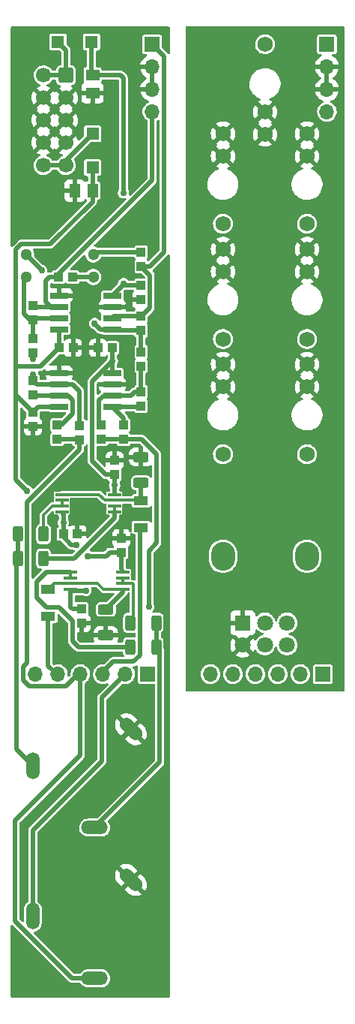
<source format=gbr>
G04 #@! TF.GenerationSoftware,KiCad,Pcbnew,(6.0.0)*
G04 #@! TF.CreationDate,2022-01-30T15:01:01+09:00*
G04 #@! TF.ProjectId,exits,65786974-732e-46b6-9963-61645f706362,2.1*
G04 #@! TF.SameCoordinates,Original*
G04 #@! TF.FileFunction,Copper,L1,Top*
G04 #@! TF.FilePolarity,Positive*
%FSLAX46Y46*%
G04 Gerber Fmt 4.6, Leading zero omitted, Abs format (unit mm)*
G04 Created by KiCad (PCBNEW (6.0.0)) date 2022-01-30 15:01:01*
%MOMM*%
%LPD*%
G01*
G04 APERTURE LIST*
G04 Aperture macros list*
%AMRoundRect*
0 Rectangle with rounded corners*
0 $1 Rounding radius*
0 $2 $3 $4 $5 $6 $7 $8 $9 X,Y pos of 4 corners*
0 Add a 4 corners polygon primitive as box body*
4,1,4,$2,$3,$4,$5,$6,$7,$8,$9,$2,$3,0*
0 Add four circle primitives for the rounded corners*
1,1,$1+$1,$2,$3*
1,1,$1+$1,$4,$5*
1,1,$1+$1,$6,$7*
1,1,$1+$1,$8,$9*
0 Add four rect primitives between the rounded corners*
20,1,$1+$1,$2,$3,$4,$5,0*
20,1,$1+$1,$4,$5,$6,$7,0*
20,1,$1+$1,$6,$7,$8,$9,0*
20,1,$1+$1,$8,$9,$2,$3,0*%
%AMHorizOval*
0 Thick line with rounded ends*
0 $1 width*
0 $2 $3 position (X,Y) of the first rounded end (center of the circle)*
0 $4 $5 position (X,Y) of the second rounded end (center of the circle)*
0 Add line between two ends*
20,1,$1,$2,$3,$4,$5,0*
0 Add two circle primitives to create the rounded ends*
1,1,$1,$2,$3*
1,1,$1,$4,$5*%
G04 Aperture macros list end*
G04 #@! TA.AperFunction,ComponentPad*
%ADD10C,1.727200*%
G04 #@! TD*
G04 #@! TA.AperFunction,ComponentPad*
%ADD11O,2.720000X3.240000*%
G04 #@! TD*
G04 #@! TA.AperFunction,ComponentPad*
%ADD12R,1.800000X1.800000*%
G04 #@! TD*
G04 #@! TA.AperFunction,ComponentPad*
%ADD13C,1.800000*%
G04 #@! TD*
G04 #@! TA.AperFunction,ComponentPad*
%ADD14R,1.700000X1.700000*%
G04 #@! TD*
G04 #@! TA.AperFunction,ComponentPad*
%ADD15O,1.700000X1.700000*%
G04 #@! TD*
G04 #@! TA.AperFunction,SMDPad,CuDef*
%ADD16R,1.600000X1.000000*%
G04 #@! TD*
G04 #@! TA.AperFunction,SMDPad,CuDef*
%ADD17R,1.000000X1.000000*%
G04 #@! TD*
G04 #@! TA.AperFunction,SMDPad,CuDef*
%ADD18R,1.300000X1.500000*%
G04 #@! TD*
G04 #@! TA.AperFunction,SMDPad,CuDef*
%ADD19R,1.500000X1.300000*%
G04 #@! TD*
G04 #@! TA.AperFunction,SMDPad,CuDef*
%ADD20RoundRect,0.250000X0.625000X-0.312500X0.625000X0.312500X-0.625000X0.312500X-0.625000X-0.312500X0*%
G04 #@! TD*
G04 #@! TA.AperFunction,SMDPad,CuDef*
%ADD21RoundRect,0.250000X0.312500X0.625000X-0.312500X0.625000X-0.312500X-0.625000X0.312500X-0.625000X0*%
G04 #@! TD*
G04 #@! TA.AperFunction,SMDPad,CuDef*
%ADD22RoundRect,0.250000X-0.625000X0.312500X-0.625000X-0.312500X0.625000X-0.312500X0.625000X0.312500X0*%
G04 #@! TD*
G04 #@! TA.AperFunction,SMDPad,CuDef*
%ADD23RoundRect,0.250000X-0.312500X-0.625000X0.312500X-0.625000X0.312500X0.625000X-0.312500X0.625000X0*%
G04 #@! TD*
G04 #@! TA.AperFunction,SMDPad,CuDef*
%ADD24R,1.400000X1.400000*%
G04 #@! TD*
G04 #@! TA.AperFunction,ComponentPad*
%ADD25HorizOval,1.508000X-0.533159X0.533159X0.533159X-0.533159X0*%
G04 #@! TD*
G04 #@! TA.AperFunction,ComponentPad*
%ADD26O,3.016000X1.508000*%
G04 #@! TD*
G04 #@! TA.AperFunction,ComponentPad*
%ADD27O,1.508000X3.016000*%
G04 #@! TD*
G04 #@! TA.AperFunction,SMDPad,CuDef*
%ADD28R,1.525000X0.450000*%
G04 #@! TD*
G04 #@! TA.AperFunction,SMDPad,CuDef*
%ADD29R,2.000000X0.650000*%
G04 #@! TD*
G04 #@! TA.AperFunction,ComponentPad*
%ADD30RoundRect,0.250000X0.600000X0.600000X-0.600000X0.600000X-0.600000X-0.600000X0.600000X-0.600000X0*%
G04 #@! TD*
G04 #@! TA.AperFunction,ComponentPad*
%ADD31C,1.700000*%
G04 #@! TD*
G04 #@! TA.AperFunction,ComponentPad*
%ADD32C,1.300000*%
G04 #@! TD*
G04 #@! TA.AperFunction,ViaPad*
%ADD33C,0.762000*%
G04 #@! TD*
G04 #@! TA.AperFunction,Conductor*
%ADD34C,0.508000*%
G04 #@! TD*
G04 #@! TA.AperFunction,Conductor*
%ADD35C,0.300000*%
G04 #@! TD*
G04 APERTURE END LIST*
D10*
X147000000Y-78340000D03*
X147000000Y-80880000D03*
X147000000Y-88500000D03*
X156500000Y-52340000D03*
X156500000Y-54880000D03*
X156500000Y-62500000D03*
X156500000Y-65340000D03*
X156500000Y-67880000D03*
X156500000Y-75500000D03*
X151750000Y-52410000D03*
X151750000Y-49870000D03*
X151750000Y-42250000D03*
X147000000Y-52340000D03*
X147000000Y-54880000D03*
X147000000Y-62500000D03*
X147000000Y-65340000D03*
X147000000Y-67880000D03*
X147000000Y-75500000D03*
X156500000Y-78340000D03*
X156500000Y-80880000D03*
X156500000Y-88500000D03*
D11*
X156500000Y-100000000D03*
X147000000Y-100000000D03*
D12*
X149250000Y-107500000D03*
D13*
X151750000Y-107500000D03*
X154250000Y-107500000D03*
X149250000Y-110000000D03*
X151750000Y-110000000D03*
X154250000Y-110000000D03*
D14*
X158280000Y-113300000D03*
D15*
X155740000Y-113300000D03*
X153200000Y-113300000D03*
X150660000Y-113300000D03*
X148120000Y-113300000D03*
X145580000Y-113300000D03*
D14*
X158750000Y-42250000D03*
D15*
X158750000Y-44790000D03*
X158750000Y-47330000D03*
X158750000Y-49870000D03*
D16*
X137750000Y-96750000D03*
X137750000Y-93750000D03*
D17*
X125500000Y-80200000D03*
X125500000Y-81800000D03*
D16*
X127250000Y-106750000D03*
X127250000Y-103750000D03*
D18*
X132250000Y-58750000D03*
X130250000Y-58750000D03*
D17*
X137750000Y-81450000D03*
X137750000Y-83050000D03*
X128400000Y-68500000D03*
X130000000Y-68500000D03*
D19*
X132250000Y-47750000D03*
X132250000Y-45750000D03*
D17*
X125500000Y-71750000D03*
X125500000Y-73350000D03*
X125500000Y-83750000D03*
X125500000Y-85350000D03*
D20*
X133750000Y-108925000D03*
X133750000Y-106000000D03*
D17*
X125500000Y-75450000D03*
X125500000Y-77050000D03*
X137750000Y-67300000D03*
X137750000Y-65700000D03*
D21*
X126712500Y-100250000D03*
X123787500Y-100250000D03*
X126712500Y-97500000D03*
X123787500Y-97500000D03*
D14*
X139000000Y-42250000D03*
D15*
X139000000Y-44790000D03*
X139000000Y-47330000D03*
X139000000Y-49870000D03*
D17*
X137750000Y-76950000D03*
X137750000Y-78550000D03*
D22*
X137750000Y-88787500D03*
X137750000Y-91712500D03*
D23*
X136537500Y-110250000D03*
X139462500Y-110250000D03*
X136537500Y-107500000D03*
X139462500Y-107500000D03*
D17*
X137750000Y-72950000D03*
X137750000Y-74550000D03*
X132900000Y-76500000D03*
X134500000Y-76500000D03*
X128450000Y-76500000D03*
X130050000Y-76500000D03*
X137750000Y-71050000D03*
X137750000Y-69450000D03*
D24*
X128350000Y-42000000D03*
X132150000Y-42000000D03*
X132250000Y-56150000D03*
X132250000Y-52350000D03*
D14*
X138500000Y-113300000D03*
D15*
X135960000Y-113300000D03*
X133420000Y-113300000D03*
X130880000Y-113300000D03*
X128340000Y-113300000D03*
X125800000Y-113300000D03*
D25*
X136596000Y-136504000D03*
D26*
X132500000Y-147600000D03*
D27*
X125500000Y-140600000D03*
D28*
X129788000Y-101775000D03*
X129788000Y-102425000D03*
X129788000Y-103075000D03*
X129788000Y-103725000D03*
X135712000Y-103725000D03*
X135712000Y-103075000D03*
X135712000Y-102425000D03*
X135712000Y-101775000D03*
D29*
X134500000Y-74405000D03*
X134500000Y-73135000D03*
X134500000Y-71865000D03*
X134500000Y-70595000D03*
X128500000Y-70595000D03*
X128500000Y-71865000D03*
X128500000Y-73135000D03*
X128500000Y-74405000D03*
D17*
X133250000Y-85200000D03*
X133250000Y-86800000D03*
X130750000Y-85250000D03*
X130750000Y-86850000D03*
X135500000Y-99550000D03*
X135500000Y-97950000D03*
X128950000Y-97500000D03*
X130550000Y-97500000D03*
X135750000Y-85200000D03*
X135750000Y-86800000D03*
D29*
X134500000Y-83155000D03*
X134500000Y-81885000D03*
X134500000Y-80615000D03*
X134500000Y-79345000D03*
X128500000Y-79345000D03*
X128500000Y-80615000D03*
X128500000Y-81885000D03*
X128500000Y-83155000D03*
D28*
X134712000Y-94975000D03*
X134712000Y-94325000D03*
X134712000Y-93675000D03*
X134712000Y-93025000D03*
X128788000Y-93025000D03*
X128788000Y-93675000D03*
X128788000Y-94325000D03*
X128788000Y-94975000D03*
D17*
X134750000Y-89200000D03*
X134750000Y-90800000D03*
X128250000Y-85200000D03*
X128250000Y-86800000D03*
X131000000Y-107550000D03*
X131000000Y-105950000D03*
D25*
X136596000Y-119504000D03*
D26*
X132500000Y-130600000D03*
D27*
X125500000Y-123600000D03*
D30*
X129250000Y-45750000D03*
D31*
X126710000Y-45750000D03*
X129250000Y-48290000D03*
X126710000Y-48290000D03*
X129250000Y-50830000D03*
X126710000Y-50830000D03*
X129250000Y-53370000D03*
X126710000Y-53370000D03*
X129250000Y-55910000D03*
X126710000Y-55910000D03*
D32*
X124750000Y-68500000D03*
X124750000Y-65960000D03*
X132350000Y-68500000D03*
X132350000Y-65960000D03*
D33*
X152500000Y-71250000D03*
X134700000Y-63560000D03*
X132250000Y-96750000D03*
X134500000Y-67000000D03*
X136870000Y-63560000D03*
X125500000Y-86750000D03*
X134500000Y-78000000D03*
X132500000Y-107250000D03*
X126500000Y-67750000D03*
X131500000Y-103860000D03*
X136250000Y-71750000D03*
X135750000Y-69250000D03*
X133500000Y-98500000D03*
X132500000Y-73750000D03*
X138600000Y-105700000D03*
X124871382Y-92621382D03*
X136000000Y-88250000D03*
X131713618Y-99963618D03*
X131000000Y-91250000D03*
X128950000Y-96200000D03*
X125500000Y-77702999D03*
X128500000Y-111500000D03*
X140250000Y-67750000D03*
X137250000Y-84750000D03*
X134750000Y-92000000D03*
X129000000Y-88250000D03*
X130456382Y-98706382D03*
X125500000Y-79480999D03*
X125750000Y-91500000D03*
X135750000Y-59000000D03*
D34*
X132250000Y-56150000D02*
X132250000Y-58750000D01*
X128450000Y-76500000D02*
X128450000Y-74455000D01*
X128950000Y-97500000D02*
X128950000Y-97700000D01*
X128500000Y-83155000D02*
X126095000Y-83155000D01*
X132250000Y-58750000D02*
X132250000Y-60008000D01*
X131713618Y-99963618D02*
X133786382Y-99963618D01*
X128950000Y-97814402D02*
X129841980Y-98706382D01*
X128950000Y-96200000D02*
X128950000Y-95220001D01*
X135500000Y-101479999D02*
X135712000Y-101691999D01*
X126095000Y-83155000D02*
X125500000Y-83750000D01*
X133786382Y-99963618D02*
X134200000Y-99550000D01*
D35*
X134712000Y-93675000D02*
X133647298Y-93675000D01*
X137675000Y-93675000D02*
X137750000Y-93750000D01*
D34*
X127456001Y-64801999D02*
X124194159Y-64801999D01*
X124194159Y-64801999D02*
X123591999Y-65404159D01*
X128950000Y-97500000D02*
X128950000Y-96200000D01*
X134200000Y-99550000D02*
X135500000Y-99550000D01*
X123591999Y-81841999D02*
X123591999Y-91341999D01*
X126358001Y-78591999D02*
X123591999Y-78591999D01*
X128950000Y-95220001D02*
X128788000Y-95058001D01*
X123591999Y-91341999D02*
X124871382Y-92621382D01*
X123591999Y-81841999D02*
X125500000Y-83750000D01*
X132250000Y-60008000D02*
X127456001Y-64801999D01*
X134568001Y-111891999D02*
X136904991Y-111891999D01*
D35*
X132997298Y-93025000D02*
X128788000Y-93025000D01*
D34*
X137629980Y-111167010D02*
X137629980Y-96870020D01*
D35*
X134712000Y-93675000D02*
X137675000Y-93675000D01*
D34*
X137750000Y-91712500D02*
X137750000Y-93750000D01*
X127250000Y-112370000D02*
X128130000Y-113250000D01*
D35*
X129788000Y-103075000D02*
X127925000Y-103075000D01*
X132825000Y-103075000D02*
X129788000Y-103075000D01*
D34*
X133750000Y-106000000D02*
X135712000Y-104038000D01*
X135500000Y-99550000D02*
X135500000Y-101479999D01*
D35*
X127925000Y-103075000D02*
X127250000Y-103750000D01*
D34*
X136904991Y-111891999D02*
X137629980Y-111167010D01*
X137629980Y-96870020D02*
X137750000Y-96750000D01*
X127250000Y-106750000D02*
X127250000Y-112370000D01*
X133210000Y-113250000D02*
X134568001Y-111891999D01*
X135712000Y-104038000D02*
X135712000Y-103808001D01*
D35*
X135712000Y-103725000D02*
X133475000Y-103725000D01*
X133647298Y-93675000D02*
X132997298Y-93025000D01*
X133475000Y-103725000D02*
X132825000Y-103075000D01*
D34*
X129841980Y-98706382D02*
X130456382Y-98706382D01*
X131000000Y-105950000D02*
X129992000Y-105950000D01*
X133742000Y-90800000D02*
X134750000Y-90800000D01*
X131500000Y-103860000D02*
X129839999Y-103860000D01*
X128950000Y-97500000D02*
X128950000Y-97814402D01*
X134750000Y-90800000D02*
X134750000Y-92000000D01*
X129788000Y-105746000D02*
X129788000Y-103808001D01*
X132150000Y-42000000D02*
X132150000Y-45650000D01*
X134500000Y-78000000D02*
X132229989Y-80270011D01*
X135410158Y-45750000D02*
X135750000Y-46089842D01*
X132229989Y-89287989D02*
X133742000Y-90800000D01*
X134750000Y-92000000D02*
X134750000Y-92903999D01*
X129250000Y-55910000D02*
X129250000Y-55350000D01*
X134500000Y-70595000D02*
X135645000Y-69450000D01*
X129250000Y-45750000D02*
X129250000Y-42900000D01*
X132229989Y-80270011D02*
X132229989Y-89287989D01*
X135750000Y-46089842D02*
X135750000Y-59000000D01*
X132250000Y-45750000D02*
X135410158Y-45750000D01*
X126710000Y-55910000D02*
X129250000Y-55910000D01*
X123591999Y-65404159D02*
X123591999Y-78591999D01*
X134750000Y-92903999D02*
X134712000Y-92941999D01*
X135645000Y-69450000D02*
X137750000Y-69450000D01*
X134500000Y-76500000D02*
X134500000Y-78000000D01*
X132150000Y-45650000D02*
X132250000Y-45750000D01*
X129992000Y-105950000D02*
X129788000Y-105746000D01*
X129250000Y-42900000D02*
X128350000Y-42000000D01*
X134500000Y-78000000D02*
X134500000Y-79345000D01*
X126710000Y-45750000D02*
X129250000Y-45750000D01*
X128450000Y-76500000D02*
X126358001Y-78591999D01*
X123591999Y-78591999D02*
X123591999Y-81841999D01*
X129250000Y-55350000D02*
X132250000Y-52350000D01*
X128450000Y-74455000D02*
X128500000Y-74405000D01*
X135750000Y-85200000D02*
X135750000Y-84405000D01*
X134500000Y-81885000D02*
X133530598Y-81885000D01*
X137750000Y-81450000D02*
X137750000Y-78550000D01*
X135750000Y-84405000D02*
X134500000Y-83155000D01*
X137750000Y-76950000D02*
X137750000Y-74550000D01*
X137645000Y-83155000D02*
X137750000Y-83050000D01*
X134645000Y-74550000D02*
X134500000Y-74405000D01*
X137050000Y-81450000D02*
X136615000Y-81885000D01*
X132991999Y-84941999D02*
X133250000Y-85200000D01*
X137750000Y-74550000D02*
X134645000Y-74550000D01*
X124750000Y-65960000D02*
X124750000Y-66000000D01*
X124750000Y-66000000D02*
X126500000Y-67750000D01*
X132500000Y-73750000D02*
X133155000Y-74405000D01*
X133155000Y-74405000D02*
X134500000Y-74405000D01*
X137750000Y-65700000D02*
X132610000Y-65700000D01*
X132610000Y-65700000D02*
X132350000Y-65960000D01*
X134500000Y-83155000D02*
X137645000Y-83155000D01*
X133250000Y-86800000D02*
X135750000Y-86800000D01*
X138758001Y-71956401D02*
X138758001Y-68308001D01*
X133530598Y-81885000D02*
X132991999Y-82423599D01*
X125500000Y-80200000D02*
X125500000Y-79480999D01*
X137750000Y-67300000D02*
X138758000Y-67300000D01*
X140358001Y-43608001D02*
X139000000Y-42250000D01*
X124421999Y-112423863D02*
X124858010Y-111987852D01*
X128694402Y-85200000D02*
X128250000Y-85200000D01*
X130008000Y-80615000D02*
X130770011Y-81377011D01*
X125128159Y-114658001D02*
X124421999Y-113951841D01*
X128500000Y-80615000D02*
X130008000Y-80615000D01*
X138600000Y-99400000D02*
X138600000Y-105700000D01*
X130008001Y-82423599D02*
X130008001Y-83886401D01*
X128500000Y-81885000D02*
X129469402Y-81885000D01*
X128500000Y-81885000D02*
X125585000Y-81885000D01*
X130008001Y-83886401D02*
X128694402Y-85200000D01*
X130770011Y-81377011D02*
X130770011Y-85229989D01*
X129961942Y-147600000D02*
X132500000Y-147600000D01*
X133300000Y-123100000D02*
X133300000Y-115960000D01*
X134685000Y-72950000D02*
X134500000Y-73135000D01*
X130770011Y-85229989D02*
X130750000Y-85250000D01*
X137750000Y-72950000D02*
X134685000Y-72950000D01*
X129261999Y-114658001D02*
X125128159Y-114658001D01*
X123500000Y-129800000D02*
X123500000Y-141138058D01*
X132991999Y-82423599D02*
X132991999Y-84941999D01*
X136615000Y-81885000D02*
X134500000Y-81885000D01*
X128500000Y-80615000D02*
X125915000Y-80615000D01*
X129469402Y-81885000D02*
X130008001Y-82423599D01*
X137750000Y-81450000D02*
X137050000Y-81450000D01*
X125585000Y-81885000D02*
X125500000Y-81800000D01*
X138758001Y-68308001D02*
X137750000Y-67300000D01*
X137764402Y-72950000D02*
X138758001Y-71956401D01*
X123500000Y-141138058D02*
X129961942Y-147600000D01*
X124858010Y-93891990D02*
X130750000Y-88000000D01*
X128250000Y-86800000D02*
X130700000Y-86800000D01*
X125500000Y-130900000D02*
X133300000Y-123100000D01*
X135750000Y-86800000D02*
X137771990Y-86800000D01*
X125500000Y-140600000D02*
X125500000Y-130900000D01*
X139500000Y-98500000D02*
X138600000Y-99400000D01*
X125500000Y-77050000D02*
X125500000Y-77702999D01*
X130670000Y-113250000D02*
X129261999Y-114658001D01*
X137771990Y-86800000D02*
X139500000Y-88528010D01*
X124421999Y-113951841D02*
X124421999Y-112423863D01*
X130880000Y-113300000D02*
X130880000Y-122420000D01*
X140358001Y-65699999D02*
X140358001Y-43608001D01*
X125915000Y-80615000D02*
X125500000Y-80200000D01*
X130700000Y-86800000D02*
X130750000Y-86850000D01*
X124858010Y-111987852D02*
X124858010Y-93891990D01*
X130880000Y-122420000D02*
X123500000Y-129800000D01*
X138758000Y-67300000D02*
X140358001Y-65699999D01*
X133300000Y-115960000D02*
X135960000Y-113300000D01*
X130750000Y-88000000D02*
X130750000Y-86850000D01*
X139500000Y-88528010D02*
X139500000Y-98500000D01*
X137750000Y-72950000D02*
X137764402Y-72950000D01*
X126991999Y-71326401D02*
X127530598Y-71865000D01*
D35*
X126712500Y-95335798D02*
X126712500Y-97500000D01*
X135712000Y-103075000D02*
X136776702Y-103075000D01*
D34*
X130170000Y-100250000D02*
X134712000Y-95708000D01*
X125500000Y-73350000D02*
X125185598Y-73350000D01*
X139462500Y-110250000D02*
X139857511Y-110645011D01*
X125185598Y-73350000D02*
X124491999Y-72656401D01*
D35*
X136878501Y-103176799D02*
X136878501Y-107158999D01*
X127723298Y-94325000D02*
X126712500Y-95335798D01*
X129788000Y-101775000D02*
X129788000Y-102425000D01*
D34*
X129991999Y-107277597D02*
X129991999Y-109557721D01*
X123660479Y-100377021D02*
X123660479Y-121760479D01*
D35*
X135712000Y-102425000D02*
X135712000Y-103075000D01*
D34*
X127010598Y-101775000D02*
X125941999Y-102843599D01*
X127530598Y-71865000D02*
X128500000Y-71865000D01*
X123660479Y-121760479D02*
X125500000Y-123600000D01*
X125500000Y-73350000D02*
X125500000Y-75450000D01*
X128456401Y-105741999D02*
X129991999Y-107277597D01*
X124491999Y-72656401D02*
X124491999Y-68758001D01*
X129788000Y-101775000D02*
X127010598Y-101775000D01*
X125941999Y-102843599D02*
X125941999Y-104656401D01*
X125715000Y-73135000D02*
X125500000Y-73350000D01*
X123787500Y-100250000D02*
X123660479Y-100377021D01*
D35*
X136878501Y-107158999D02*
X136537500Y-107500000D01*
X128788000Y-93675000D02*
X128788000Y-94325000D01*
D34*
X125615000Y-71865000D02*
X125500000Y-71750000D01*
D35*
X128788000Y-94325000D02*
X127723298Y-94325000D01*
X134712000Y-94325000D02*
X134712000Y-94975000D01*
D34*
X132350000Y-68500000D02*
X130000000Y-68500000D01*
X128500000Y-73135000D02*
X125715000Y-73135000D01*
X123787500Y-97500000D02*
X123787500Y-100250000D01*
X124491999Y-68758001D02*
X124750000Y-68500000D01*
X129991999Y-109557721D02*
X130684278Y-110250000D01*
X128500000Y-71865000D02*
X125615000Y-71865000D01*
X127750000Y-68500000D02*
X127392000Y-68500000D01*
X128085598Y-68500000D02*
X127750000Y-68500000D01*
X125941999Y-104656401D02*
X127027597Y-105741999D01*
X139462500Y-107500000D02*
X139462500Y-110250000D01*
X134712000Y-95708000D02*
X134712000Y-94975000D01*
X126712500Y-100250000D02*
X130170000Y-100250000D01*
D35*
X136776702Y-103075000D02*
X136878501Y-103176799D01*
D34*
X139857511Y-123242489D02*
X132500000Y-130600000D01*
X130684278Y-110250000D02*
X136537500Y-110250000D01*
X127027597Y-105741999D02*
X128456401Y-105741999D01*
X139857511Y-110645011D02*
X139857511Y-123242489D01*
X139000000Y-49870000D02*
X139000000Y-57585598D01*
X139000000Y-57585598D02*
X128085598Y-68500000D01*
X128400000Y-68500000D02*
X127750000Y-68500000D01*
X126991999Y-68900001D02*
X126991999Y-71326401D01*
X127392000Y-68500000D02*
X126991999Y-68900001D01*
G04 #@! TA.AperFunction,Conductor*
G36*
X140906637Y-65958283D02*
G01*
X140965999Y-65997229D01*
X140994881Y-66062085D01*
X140996000Y-66078839D01*
X140996000Y-149620000D01*
X140975998Y-149688121D01*
X140922342Y-149734614D01*
X140870000Y-149746000D01*
X123130000Y-149746000D01*
X123061879Y-149725998D01*
X123015386Y-149672342D01*
X123004000Y-149620000D01*
X123004000Y-141665375D01*
X123024002Y-141597254D01*
X123077658Y-141550761D01*
X123147932Y-141540657D01*
X123212512Y-141570151D01*
X123219095Y-141576280D01*
X129552119Y-147909304D01*
X129559742Y-147918844D01*
X129560110Y-147918530D01*
X129565928Y-147925366D01*
X129570718Y-147932958D01*
X129577446Y-147938900D01*
X129611067Y-147968593D01*
X129616754Y-147973939D01*
X129628197Y-147985382D01*
X129635722Y-147991022D01*
X129636572Y-147991659D01*
X129644401Y-147998033D01*
X129679893Y-148029378D01*
X129688016Y-148033192D01*
X129690504Y-148034826D01*
X129705465Y-148043814D01*
X129708050Y-148045229D01*
X129715237Y-148050616D01*
X129759584Y-148067241D01*
X129768900Y-148071167D01*
X129811742Y-148091281D01*
X129820611Y-148092662D01*
X129823444Y-148093528D01*
X129840331Y-148097958D01*
X129843216Y-148098592D01*
X129851626Y-148101745D01*
X129880784Y-148103912D01*
X129898848Y-148105254D01*
X129908894Y-148106408D01*
X129917517Y-148107751D01*
X129917520Y-148107751D01*
X129922328Y-148108500D01*
X129937848Y-148108500D01*
X129947185Y-148108846D01*
X129996883Y-148112539D01*
X130005662Y-148110665D01*
X130013920Y-148110102D01*
X130029103Y-148108500D01*
X130800373Y-148108500D01*
X130868494Y-148128502D01*
X130898569Y-148155548D01*
X130929862Y-148194469D01*
X131021968Y-148309025D01*
X131026692Y-148312989D01*
X131033933Y-148319065D01*
X131173474Y-148436154D01*
X131178872Y-148439121D01*
X131178877Y-148439125D01*
X131322180Y-148517905D01*
X131346787Y-148531433D01*
X131352654Y-148533294D01*
X131352656Y-148533295D01*
X131529436Y-148589373D01*
X131535306Y-148591235D01*
X131689227Y-148608500D01*
X133303769Y-148608500D01*
X133306825Y-148608200D01*
X133306832Y-148608200D01*
X133365340Y-148602463D01*
X133450833Y-148594080D01*
X133456734Y-148592298D01*
X133456736Y-148592298D01*
X133530053Y-148570162D01*
X133640169Y-148536916D01*
X133814796Y-148444066D01*
X133901062Y-148373709D01*
X133963287Y-148322960D01*
X133963290Y-148322957D01*
X133968062Y-148319065D01*
X133980344Y-148304219D01*
X134090201Y-148171425D01*
X134090203Y-148171421D01*
X134094130Y-148166675D01*
X134188198Y-147992701D01*
X134246682Y-147803768D01*
X134267355Y-147607075D01*
X134249430Y-147410112D01*
X134193590Y-147220381D01*
X134101960Y-147045110D01*
X133978032Y-146890975D01*
X133971727Y-146885684D01*
X133955334Y-146871929D01*
X133826526Y-146763846D01*
X133821128Y-146760879D01*
X133821123Y-146760875D01*
X133658608Y-146671533D01*
X133658609Y-146671533D01*
X133653213Y-146668567D01*
X133647346Y-146666706D01*
X133647344Y-146666705D01*
X133470564Y-146610627D01*
X133470563Y-146610627D01*
X133464694Y-146608765D01*
X133310773Y-146591500D01*
X131696231Y-146591500D01*
X131693175Y-146591800D01*
X131693168Y-146591800D01*
X131634660Y-146597537D01*
X131549167Y-146605920D01*
X131543266Y-146607702D01*
X131543264Y-146607702D01*
X131469947Y-146629838D01*
X131359831Y-146663084D01*
X131185204Y-146755934D01*
X131098938Y-146826291D01*
X131036713Y-146877040D01*
X131036710Y-146877043D01*
X131031938Y-146880935D01*
X131028011Y-146885682D01*
X131028009Y-146885684D01*
X130909799Y-147028575D01*
X130909797Y-147028579D01*
X130905870Y-147033325D01*
X130904145Y-147036516D01*
X130850149Y-147081246D01*
X130800361Y-147091500D01*
X130224759Y-147091500D01*
X130156638Y-147071498D01*
X130135664Y-147054595D01*
X125639536Y-142558467D01*
X125605510Y-142496155D01*
X125610575Y-142425340D01*
X125653122Y-142368504D01*
X125693056Y-142348498D01*
X125799582Y-142317146D01*
X125879619Y-142293590D01*
X125885077Y-142290737D01*
X125885081Y-142290735D01*
X125975853Y-142243280D01*
X126054890Y-142201960D01*
X126209025Y-142078032D01*
X126336154Y-141926526D01*
X126339121Y-141921128D01*
X126339125Y-141921123D01*
X126428467Y-141758608D01*
X126431433Y-141753213D01*
X126491235Y-141564694D01*
X126508500Y-141410773D01*
X126508500Y-139796231D01*
X126507814Y-139789227D01*
X126494681Y-139655301D01*
X126494080Y-139649167D01*
X126436916Y-139459831D01*
X126344066Y-139285204D01*
X126273709Y-139198938D01*
X126222960Y-139136713D01*
X126222957Y-139136710D01*
X126219065Y-139131938D01*
X126212724Y-139126692D01*
X126071425Y-139009799D01*
X126071421Y-139009797D01*
X126066675Y-139005870D01*
X126063484Y-139004145D01*
X126018754Y-138950149D01*
X126008500Y-138900361D01*
X126008500Y-137577104D01*
X135888434Y-137577104D01*
X135888566Y-137578940D01*
X135892815Y-137585552D01*
X136275218Y-137967955D01*
X136279352Y-137971737D01*
X136401702Y-138074038D01*
X136410885Y-138080419D01*
X136596812Y-138186471D01*
X136606980Y-138191127D01*
X136808757Y-138262579D01*
X136819578Y-138265357D01*
X137030820Y-138299950D01*
X137041975Y-138300769D01*
X137255994Y-138297406D01*
X137267112Y-138296238D01*
X137477160Y-138255029D01*
X137487899Y-138251909D01*
X137687336Y-138174151D01*
X137697332Y-138169189D01*
X137808776Y-138100897D01*
X137818236Y-138090441D01*
X137814452Y-138081663D01*
X136608810Y-136876020D01*
X136594869Y-136868408D01*
X136593034Y-136868539D01*
X136586420Y-136872790D01*
X135896045Y-137563166D01*
X135888434Y-137577104D01*
X126008500Y-137577104D01*
X126008500Y-135923381D01*
X134797116Y-135923381D01*
X134807199Y-136137207D01*
X134808714Y-136148270D01*
X134856504Y-136356929D01*
X134859958Y-136367557D01*
X134943937Y-136564444D01*
X134949223Y-136574304D01*
X135067290Y-136754044D01*
X135072889Y-136761341D01*
X135106705Y-136799294D01*
X135109211Y-136801948D01*
X135511215Y-137203952D01*
X135525159Y-137211566D01*
X135526992Y-137211435D01*
X135533607Y-137207184D01*
X136223982Y-136516808D01*
X136230358Y-136505132D01*
X136960408Y-136505132D01*
X136960539Y-136506965D01*
X136964790Y-136513580D01*
X138173157Y-137721946D01*
X138185950Y-137728932D01*
X138193980Y-137723059D01*
X138194465Y-137722313D01*
X138294625Y-137533143D01*
X138298961Y-137522827D01*
X138364038Y-137318914D01*
X138366476Y-137308006D01*
X138394416Y-137095778D01*
X138394884Y-137084618D01*
X138384800Y-136870793D01*
X138383285Y-136859730D01*
X138335495Y-136651068D01*
X138332043Y-136640446D01*
X138248058Y-136443544D01*
X138242782Y-136433705D01*
X138124711Y-136253958D01*
X138119110Y-136246658D01*
X138085277Y-136208685D01*
X138082807Y-136206069D01*
X137680786Y-135804048D01*
X137666842Y-135796434D01*
X137665009Y-135796565D01*
X137658394Y-135800816D01*
X136968022Y-136491188D01*
X136960408Y-136505132D01*
X136230358Y-136505132D01*
X136231593Y-136502870D01*
X136231461Y-136501034D01*
X136227212Y-136494422D01*
X135018843Y-135286054D01*
X135006050Y-135279068D01*
X134998022Y-135284939D01*
X134997530Y-135285697D01*
X134897378Y-135474849D01*
X134893037Y-135485176D01*
X134827961Y-135689086D01*
X134825523Y-135699994D01*
X134797584Y-135912221D01*
X134797116Y-135923381D01*
X126008500Y-135923381D01*
X126008500Y-134917559D01*
X135373764Y-134917559D01*
X135377548Y-134926337D01*
X136583190Y-136131980D01*
X136597131Y-136139592D01*
X136598966Y-136139461D01*
X136605580Y-136135210D01*
X137295952Y-135444838D01*
X137303566Y-135430894D01*
X137303435Y-135429061D01*
X137299184Y-135422446D01*
X136916779Y-135040042D01*
X136912645Y-135036260D01*
X136790289Y-134933954D01*
X136781129Y-134927588D01*
X136595178Y-134821523D01*
X136585029Y-134816876D01*
X136383246Y-134745421D01*
X136372417Y-134742641D01*
X136161180Y-134708050D01*
X136150025Y-134707231D01*
X135936007Y-134710594D01*
X135924886Y-134711762D01*
X135714835Y-134752972D01*
X135704105Y-134756089D01*
X135504664Y-134833849D01*
X135494668Y-134838811D01*
X135383224Y-134907103D01*
X135373764Y-134917559D01*
X126008500Y-134917559D01*
X126008500Y-131162817D01*
X126028502Y-131094696D01*
X126045405Y-131073722D01*
X133609308Y-123509820D01*
X133618845Y-123502200D01*
X133618531Y-123501831D01*
X133625364Y-123496016D01*
X133632958Y-123491224D01*
X133668585Y-123450883D01*
X133673931Y-123445197D01*
X133685383Y-123433745D01*
X133691660Y-123425370D01*
X133698045Y-123417527D01*
X133723436Y-123388777D01*
X133729378Y-123382049D01*
X133733194Y-123373922D01*
X133734807Y-123371466D01*
X133743829Y-123356453D01*
X133745237Y-123353882D01*
X133750616Y-123346704D01*
X133754616Y-123336035D01*
X133767239Y-123302360D01*
X133771159Y-123293057D01*
X133791281Y-123250200D01*
X133792662Y-123241331D01*
X133793526Y-123238505D01*
X133797960Y-123221601D01*
X133798592Y-123218725D01*
X133801745Y-123210316D01*
X133805254Y-123163094D01*
X133806408Y-123153048D01*
X133807751Y-123144425D01*
X133807751Y-123144422D01*
X133808500Y-123139614D01*
X133808500Y-123124094D01*
X133808846Y-123114757D01*
X133811874Y-123074007D01*
X133812539Y-123065059D01*
X133810665Y-123056280D01*
X133810102Y-123048022D01*
X133808500Y-123032839D01*
X133808500Y-120577104D01*
X135888434Y-120577104D01*
X135888566Y-120578940D01*
X135892815Y-120585552D01*
X136275218Y-120967955D01*
X136279352Y-120971737D01*
X136401702Y-121074038D01*
X136410885Y-121080419D01*
X136596812Y-121186471D01*
X136606980Y-121191127D01*
X136808757Y-121262579D01*
X136819578Y-121265357D01*
X137030820Y-121299950D01*
X137041975Y-121300769D01*
X137255994Y-121297406D01*
X137267112Y-121296238D01*
X137477160Y-121255029D01*
X137487899Y-121251909D01*
X137687336Y-121174151D01*
X137697332Y-121169189D01*
X137808776Y-121100897D01*
X137818236Y-121090441D01*
X137814452Y-121081663D01*
X136608810Y-119876020D01*
X136594869Y-119868408D01*
X136593034Y-119868539D01*
X136586420Y-119872790D01*
X135896045Y-120563166D01*
X135888434Y-120577104D01*
X133808500Y-120577104D01*
X133808500Y-118923381D01*
X134797116Y-118923381D01*
X134807199Y-119137207D01*
X134808714Y-119148270D01*
X134856504Y-119356929D01*
X134859958Y-119367557D01*
X134943937Y-119564444D01*
X134949223Y-119574304D01*
X135067290Y-119754044D01*
X135072889Y-119761341D01*
X135106705Y-119799294D01*
X135109211Y-119801948D01*
X135511215Y-120203952D01*
X135525159Y-120211566D01*
X135526992Y-120211435D01*
X135533607Y-120207184D01*
X136223982Y-119516808D01*
X136230358Y-119505132D01*
X136960408Y-119505132D01*
X136960539Y-119506965D01*
X136964790Y-119513580D01*
X138173157Y-120721946D01*
X138185950Y-120728932D01*
X138193980Y-120723059D01*
X138194465Y-120722313D01*
X138294625Y-120533143D01*
X138298961Y-120522827D01*
X138364038Y-120318914D01*
X138366476Y-120308006D01*
X138394416Y-120095778D01*
X138394884Y-120084618D01*
X138384800Y-119870793D01*
X138383285Y-119859730D01*
X138335495Y-119651068D01*
X138332043Y-119640446D01*
X138248058Y-119443544D01*
X138242782Y-119433705D01*
X138124711Y-119253958D01*
X138119110Y-119246658D01*
X138085277Y-119208685D01*
X138082807Y-119206069D01*
X137680786Y-118804048D01*
X137666842Y-118796434D01*
X137665009Y-118796565D01*
X137658394Y-118800816D01*
X136968022Y-119491188D01*
X136960408Y-119505132D01*
X136230358Y-119505132D01*
X136231593Y-119502870D01*
X136231461Y-119501034D01*
X136227212Y-119494422D01*
X135018843Y-118286054D01*
X135006050Y-118279068D01*
X134998022Y-118284939D01*
X134997530Y-118285697D01*
X134897378Y-118474849D01*
X134893037Y-118485176D01*
X134827961Y-118689086D01*
X134825523Y-118699994D01*
X134797584Y-118912221D01*
X134797116Y-118923381D01*
X133808500Y-118923381D01*
X133808500Y-117917559D01*
X135373764Y-117917559D01*
X135377548Y-117926337D01*
X136583190Y-119131980D01*
X136597131Y-119139592D01*
X136598966Y-119139461D01*
X136605580Y-119135210D01*
X137295952Y-118444838D01*
X137303566Y-118430894D01*
X137303435Y-118429061D01*
X137299184Y-118422446D01*
X136916779Y-118040042D01*
X136912645Y-118036260D01*
X136790289Y-117933954D01*
X136781129Y-117927588D01*
X136595178Y-117821523D01*
X136585029Y-117816876D01*
X136383246Y-117745421D01*
X136372417Y-117742641D01*
X136161180Y-117708050D01*
X136150025Y-117707231D01*
X135936007Y-117710594D01*
X135924886Y-117711762D01*
X135714835Y-117752972D01*
X135704105Y-117756089D01*
X135504664Y-117833849D01*
X135494668Y-117838811D01*
X135383224Y-117907103D01*
X135373764Y-117917559D01*
X133808500Y-117917559D01*
X133808500Y-116222817D01*
X133828502Y-116154696D01*
X133845405Y-116133722D01*
X135573768Y-114405359D01*
X135636080Y-114371333D01*
X135690670Y-114371561D01*
X135802540Y-114396874D01*
X135815216Y-114399742D01*
X135820987Y-114399969D01*
X135820989Y-114399969D01*
X135880756Y-114402317D01*
X136018053Y-114407712D01*
X136125348Y-114392155D01*
X136213231Y-114379413D01*
X136213236Y-114379412D01*
X136218945Y-114378584D01*
X136224409Y-114376729D01*
X136224414Y-114376728D01*
X136405693Y-114315192D01*
X136405698Y-114315190D01*
X136411165Y-114313334D01*
X136588276Y-114214147D01*
X136650934Y-114162035D01*
X136739913Y-114088031D01*
X136744345Y-114084345D01*
X136797537Y-114020389D01*
X136870453Y-113932718D01*
X136870455Y-113932715D01*
X136874147Y-113928276D01*
X136973334Y-113751165D01*
X136975190Y-113745698D01*
X136975192Y-113745693D01*
X137036728Y-113564414D01*
X137036729Y-113564409D01*
X137038584Y-113558945D01*
X137039412Y-113553236D01*
X137039413Y-113553231D01*
X137067179Y-113361727D01*
X137067712Y-113358053D01*
X137069232Y-113300000D01*
X137050658Y-113097859D01*
X137048869Y-113091514D01*
X136997125Y-112908046D01*
X136997124Y-112908044D01*
X136995557Y-112902487D01*
X136989806Y-112890824D01*
X136908331Y-112725609D01*
X136905776Y-112720428D01*
X136884049Y-112691332D01*
X136817572Y-112602308D01*
X136792840Y-112535758D01*
X136808015Y-112466402D01*
X136858277Y-112416260D01*
X136910729Y-112401161D01*
X136917500Y-112400741D01*
X136925301Y-112400499D01*
X136941504Y-112400499D01*
X136950420Y-112399222D01*
X136951869Y-112399015D01*
X136961919Y-112397986D01*
X137000207Y-112395610D01*
X137009168Y-112395054D01*
X137017614Y-112392005D01*
X137020505Y-112391406D01*
X137037471Y-112387177D01*
X137040296Y-112386351D01*
X137049178Y-112385079D01*
X137092289Y-112365477D01*
X137101640Y-112361671D01*
X137132034Y-112350699D01*
X137146172Y-112345595D01*
X137153420Y-112340300D01*
X137156018Y-112338919D01*
X137171136Y-112330084D01*
X137173605Y-112328505D01*
X137181773Y-112324791D01*
X137188569Y-112318935D01*
X137196136Y-112314096D01*
X137196896Y-112315284D01*
X137252936Y-112289883D01*
X137323181Y-112300187D01*
X137376704Y-112346832D01*
X137396512Y-112415009D01*
X137396185Y-112421492D01*
X137395500Y-112424933D01*
X137395500Y-112431126D01*
X137395501Y-113300288D01*
X137395501Y-114175066D01*
X137410266Y-114249301D01*
X137417161Y-114259621D01*
X137417162Y-114259622D01*
X137457516Y-114320015D01*
X137466516Y-114333484D01*
X137550699Y-114389734D01*
X137624933Y-114404500D01*
X137705628Y-114404500D01*
X139223011Y-114404499D01*
X139291132Y-114424501D01*
X139337625Y-114478157D01*
X139349011Y-114530499D01*
X139349011Y-122979672D01*
X139329009Y-123047793D01*
X139312106Y-123068767D01*
X132826278Y-129554595D01*
X132763966Y-129588621D01*
X132737183Y-129591500D01*
X131696231Y-129591500D01*
X131693175Y-129591800D01*
X131693168Y-129591800D01*
X131634660Y-129597537D01*
X131549167Y-129605920D01*
X131543266Y-129607702D01*
X131543264Y-129607702D01*
X131469947Y-129629838D01*
X131359831Y-129663084D01*
X131185204Y-129755934D01*
X131151546Y-129783385D01*
X131036713Y-129877040D01*
X131036710Y-129877043D01*
X131031938Y-129880935D01*
X131028011Y-129885682D01*
X131028009Y-129885684D01*
X130909799Y-130028575D01*
X130909797Y-130028579D01*
X130905870Y-130033325D01*
X130811802Y-130207299D01*
X130753318Y-130396232D01*
X130752674Y-130402357D01*
X130752674Y-130402358D01*
X130737249Y-130549125D01*
X130732645Y-130592925D01*
X130734491Y-130613204D01*
X130749524Y-130778389D01*
X130750570Y-130789888D01*
X130752308Y-130795794D01*
X130752309Y-130795798D01*
X130769902Y-130855575D01*
X130806410Y-130979619D01*
X130809263Y-130985077D01*
X130809265Y-130985081D01*
X130855606Y-131073722D01*
X130898040Y-131154890D01*
X131021968Y-131309025D01*
X131026692Y-131312989D01*
X131033933Y-131319065D01*
X131173474Y-131436154D01*
X131178872Y-131439121D01*
X131178877Y-131439125D01*
X131322180Y-131517905D01*
X131346787Y-131531433D01*
X131352654Y-131533294D01*
X131352656Y-131533295D01*
X131529436Y-131589373D01*
X131535306Y-131591235D01*
X131689227Y-131608500D01*
X133303769Y-131608500D01*
X133306825Y-131608200D01*
X133306832Y-131608200D01*
X133365340Y-131602463D01*
X133450833Y-131594080D01*
X133456734Y-131592298D01*
X133456736Y-131592298D01*
X133530053Y-131570162D01*
X133640169Y-131536916D01*
X133814796Y-131444066D01*
X133901062Y-131373709D01*
X133963287Y-131322960D01*
X133963290Y-131322957D01*
X133968062Y-131319065D01*
X133980344Y-131304219D01*
X134090201Y-131171425D01*
X134090203Y-131171421D01*
X134094130Y-131166675D01*
X134188198Y-130992701D01*
X134246682Y-130803768D01*
X134248786Y-130783749D01*
X134266711Y-130613204D01*
X134266711Y-130613202D01*
X134267355Y-130607075D01*
X134257410Y-130497800D01*
X134249989Y-130416251D01*
X134249988Y-130416248D01*
X134249430Y-130410112D01*
X134193590Y-130220381D01*
X134183919Y-130201881D01*
X134104813Y-130050568D01*
X134101960Y-130045110D01*
X134026639Y-129951430D01*
X133999544Y-129885810D01*
X134012227Y-129815955D01*
X134035742Y-129783385D01*
X140166819Y-123652309D01*
X140176356Y-123644689D01*
X140176042Y-123644320D01*
X140182875Y-123638505D01*
X140190469Y-123633713D01*
X140226096Y-123593372D01*
X140231442Y-123587686D01*
X140242894Y-123576234D01*
X140249171Y-123567859D01*
X140255556Y-123560016D01*
X140280947Y-123531266D01*
X140286889Y-123524538D01*
X140290705Y-123516411D01*
X140292318Y-123513955D01*
X140301340Y-123498942D01*
X140302748Y-123496371D01*
X140308127Y-123489193D01*
X140324751Y-123444846D01*
X140328670Y-123435546D01*
X140348792Y-123392689D01*
X140350173Y-123383820D01*
X140351037Y-123380994D01*
X140355471Y-123364090D01*
X140356103Y-123361214D01*
X140359256Y-123352805D01*
X140362765Y-123305583D01*
X140363919Y-123295537D01*
X140365262Y-123286914D01*
X140365262Y-123286911D01*
X140366011Y-123282103D01*
X140366011Y-123266583D01*
X140366357Y-123257246D01*
X140369385Y-123216496D01*
X140370050Y-123207548D01*
X140368176Y-123198769D01*
X140367613Y-123190511D01*
X140366011Y-123175328D01*
X140366011Y-110716083D01*
X140367366Y-110703953D01*
X140366884Y-110703914D01*
X140367604Y-110694967D01*
X140369585Y-110686211D01*
X140366253Y-110632503D01*
X140366011Y-110624701D01*
X140366011Y-110608498D01*
X140364527Y-110598133D01*
X140363498Y-110588083D01*
X140361122Y-110549795D01*
X140360566Y-110540834D01*
X140357517Y-110532388D01*
X140356918Y-110529497D01*
X140352689Y-110512531D01*
X140351863Y-110509706D01*
X140350591Y-110500824D01*
X140330989Y-110457713D01*
X140327183Y-110448362D01*
X140314156Y-110412276D01*
X140311107Y-110403830D01*
X140305811Y-110396580D01*
X140304430Y-110393983D01*
X140293539Y-110375345D01*
X140290802Y-110369326D01*
X140279500Y-110317170D01*
X140279500Y-109577244D01*
X140277006Y-109554288D01*
X140273651Y-109523403D01*
X140273651Y-109523402D01*
X140272798Y-109515552D01*
X140222071Y-109380236D01*
X140216691Y-109373057D01*
X140216689Y-109373054D01*
X140140785Y-109271776D01*
X140135404Y-109264596D01*
X140106175Y-109242690D01*
X140021435Y-109179181D01*
X139978920Y-109122322D01*
X139971000Y-109078355D01*
X139971000Y-108671645D01*
X139991002Y-108603524D01*
X140021435Y-108570819D01*
X140111493Y-108503324D01*
X140135404Y-108485404D01*
X140195121Y-108405724D01*
X140216689Y-108376946D01*
X140216691Y-108376943D01*
X140222071Y-108369764D01*
X140272798Y-108234448D01*
X140279500Y-108172756D01*
X140279500Y-106827244D01*
X140272798Y-106765552D01*
X140222071Y-106630236D01*
X140216691Y-106623057D01*
X140216689Y-106623054D01*
X140140785Y-106521776D01*
X140135404Y-106514596D01*
X140090757Y-106481135D01*
X140026946Y-106433311D01*
X140026943Y-106433309D01*
X140019764Y-106427929D01*
X139930046Y-106394296D01*
X139891843Y-106379974D01*
X139891841Y-106379974D01*
X139884448Y-106377202D01*
X139876598Y-106376349D01*
X139876597Y-106376349D01*
X139826153Y-106370869D01*
X139826152Y-106370869D01*
X139822756Y-106370500D01*
X139135055Y-106370500D01*
X139066934Y-106350498D01*
X139020441Y-106296842D01*
X139010337Y-106226568D01*
X139039831Y-106161988D01*
X139053222Y-106148691D01*
X139071226Y-106133314D01*
X139160983Y-106008403D01*
X139218355Y-105865688D01*
X139240028Y-105713407D01*
X139240168Y-105700000D01*
X139238838Y-105689005D01*
X139229265Y-105609902D01*
X139221689Y-105547299D01*
X139167319Y-105403413D01*
X139163015Y-105397150D01*
X139130660Y-105350072D01*
X139108500Y-105278706D01*
X139108500Y-99662817D01*
X139128502Y-99594696D01*
X139145405Y-99573722D01*
X139809304Y-98909823D01*
X139818844Y-98902200D01*
X139818530Y-98901832D01*
X139825366Y-98896014D01*
X139832958Y-98891224D01*
X139868593Y-98850875D01*
X139873939Y-98845188D01*
X139885382Y-98833745D01*
X139891659Y-98825370D01*
X139898033Y-98817541D01*
X139929378Y-98782049D01*
X139933192Y-98773926D01*
X139934826Y-98771438D01*
X139943814Y-98756477D01*
X139945230Y-98753891D01*
X139950616Y-98746705D01*
X139967244Y-98702350D01*
X139971164Y-98693048D01*
X139973509Y-98688054D01*
X139991281Y-98650200D01*
X139992662Y-98641334D01*
X139993518Y-98638533D01*
X139997962Y-98621596D01*
X139998595Y-98618716D01*
X140001744Y-98610316D01*
X140004851Y-98568514D01*
X140005252Y-98563111D01*
X140006406Y-98553063D01*
X140007750Y-98544429D01*
X140008500Y-98539614D01*
X140008500Y-98524077D01*
X140008847Y-98514739D01*
X140011874Y-98474010D01*
X140011874Y-98474009D01*
X140012539Y-98465059D01*
X140010666Y-98456284D01*
X140010103Y-98448027D01*
X140008500Y-98432838D01*
X140008500Y-88599083D01*
X140009855Y-88586954D01*
X140009373Y-88586915D01*
X140010093Y-88577964D01*
X140012074Y-88569210D01*
X140008742Y-88515502D01*
X140008500Y-88507700D01*
X140008500Y-88491497D01*
X140007016Y-88481132D01*
X140005987Y-88471082D01*
X140003611Y-88432794D01*
X140003055Y-88423833D01*
X140000007Y-88415389D01*
X139999409Y-88412502D01*
X139995174Y-88395520D01*
X139994353Y-88392714D01*
X139993080Y-88383823D01*
X139973481Y-88340718D01*
X139969672Y-88331359D01*
X139956645Y-88295275D01*
X139956642Y-88295270D01*
X139953595Y-88286829D01*
X139948300Y-88279581D01*
X139946915Y-88276976D01*
X139938099Y-88261887D01*
X139936506Y-88259396D01*
X139932792Y-88251228D01*
X139901882Y-88215355D01*
X139895604Y-88207448D01*
X139890447Y-88200388D01*
X139890446Y-88200386D01*
X139887575Y-88196457D01*
X139876600Y-88185482D01*
X139870242Y-88178634D01*
X139843576Y-88147686D01*
X139843571Y-88147682D01*
X139837713Y-88140883D01*
X139830181Y-88136001D01*
X139823930Y-88130548D01*
X139812074Y-88120956D01*
X138181813Y-86490696D01*
X138174190Y-86481156D01*
X138173822Y-86481470D01*
X138168004Y-86474634D01*
X138163214Y-86467042D01*
X138122865Y-86431407D01*
X138117178Y-86426061D01*
X138105735Y-86414618D01*
X138097360Y-86408341D01*
X138089531Y-86401967D01*
X138054039Y-86370622D01*
X138045916Y-86366808D01*
X138043428Y-86365174D01*
X138028467Y-86356186D01*
X138025882Y-86354771D01*
X138018695Y-86349384D01*
X137974347Y-86332759D01*
X137965030Y-86328832D01*
X137956728Y-86324934D01*
X137922190Y-86308719D01*
X137913321Y-86307338D01*
X137910488Y-86306472D01*
X137893601Y-86302042D01*
X137890716Y-86301408D01*
X137882306Y-86298255D01*
X137853148Y-86296088D01*
X137835084Y-86294746D01*
X137825038Y-86293592D01*
X137816415Y-86292249D01*
X137816412Y-86292249D01*
X137811604Y-86291500D01*
X137796084Y-86291500D01*
X137786747Y-86291154D01*
X137769844Y-86289898D01*
X137737049Y-86287461D01*
X137728270Y-86289335D01*
X137720012Y-86289898D01*
X137704829Y-86291500D01*
X136608914Y-86291500D01*
X136540793Y-86271498D01*
X136492504Y-86213716D01*
X136492156Y-86212875D01*
X136489734Y-86200699D01*
X136473787Y-86176832D01*
X136440377Y-86126832D01*
X136433484Y-86116516D01*
X136415896Y-86104764D01*
X136370370Y-86050286D01*
X136361523Y-85979843D01*
X136392165Y-85915800D01*
X136415896Y-85895236D01*
X136423168Y-85890377D01*
X136433484Y-85883484D01*
X136489734Y-85799301D01*
X136504500Y-85725067D01*
X136504499Y-84674934D01*
X136489734Y-84600699D01*
X136473787Y-84576832D01*
X136440377Y-84526832D01*
X136433484Y-84516516D01*
X136349301Y-84460266D01*
X136337128Y-84457845D01*
X136333505Y-84456344D01*
X136278225Y-84411795D01*
X136255966Y-84347738D01*
X136253611Y-84309784D01*
X136253055Y-84300823D01*
X136250006Y-84292377D01*
X136249407Y-84289486D01*
X136245178Y-84272520D01*
X136244352Y-84269695D01*
X136243080Y-84260813D01*
X136223478Y-84217702D01*
X136219672Y-84208351D01*
X136206645Y-84172265D01*
X136203596Y-84163819D01*
X136198301Y-84156571D01*
X136196920Y-84153973D01*
X136188085Y-84138855D01*
X136186506Y-84136386D01*
X136182792Y-84128218D01*
X136151884Y-84092347D01*
X136145599Y-84084431D01*
X136140452Y-84077385D01*
X136140447Y-84077380D01*
X136137575Y-84073448D01*
X136126600Y-84062473D01*
X136120242Y-84055625D01*
X136093576Y-84024677D01*
X136093575Y-84024676D01*
X136087713Y-84017873D01*
X136080178Y-84012989D01*
X136073934Y-84007542D01*
X136062069Y-83997942D01*
X135942722Y-83878595D01*
X135908696Y-83816283D01*
X135913761Y-83745468D01*
X135956308Y-83688632D01*
X136022828Y-83663821D01*
X136031817Y-83663500D01*
X136952406Y-83663500D01*
X137020527Y-83683502D01*
X137057170Y-83719498D01*
X137066516Y-83733484D01*
X137150699Y-83789734D01*
X137224933Y-83804500D01*
X137749915Y-83804500D01*
X138275066Y-83804499D01*
X138310818Y-83797388D01*
X138337126Y-83792156D01*
X138337128Y-83792155D01*
X138349301Y-83789734D01*
X138359621Y-83782839D01*
X138359622Y-83782838D01*
X138423168Y-83740377D01*
X138433484Y-83733484D01*
X138489734Y-83649301D01*
X138504500Y-83575067D01*
X138504499Y-82524934D01*
X138489734Y-82450699D01*
X138453903Y-82397074D01*
X138440377Y-82376832D01*
X138433484Y-82366516D01*
X138415896Y-82354764D01*
X138370370Y-82300286D01*
X138361523Y-82229843D01*
X138392165Y-82165800D01*
X138415896Y-82145236D01*
X138423168Y-82140377D01*
X138433484Y-82133484D01*
X138489734Y-82049301D01*
X138504500Y-81975067D01*
X138504499Y-80924934D01*
X138494541Y-80874865D01*
X138492156Y-80862874D01*
X138492155Y-80862872D01*
X138489734Y-80850699D01*
X138433484Y-80766516D01*
X138380536Y-80731137D01*
X138359620Y-80717161D01*
X138349301Y-80710266D01*
X138337129Y-80707845D01*
X138336282Y-80707494D01*
X138281001Y-80662945D01*
X138258500Y-80591085D01*
X138258500Y-79408914D01*
X138278502Y-79340793D01*
X138336284Y-79292504D01*
X138337125Y-79292156D01*
X138349301Y-79289734D01*
X138359621Y-79282839D01*
X138359622Y-79282838D01*
X138423168Y-79240377D01*
X138433484Y-79233484D01*
X138489734Y-79149301D01*
X138504500Y-79075067D01*
X138504499Y-78024934D01*
X138489734Y-77950699D01*
X138482779Y-77940289D01*
X138440377Y-77876832D01*
X138433484Y-77866516D01*
X138415896Y-77854764D01*
X138370370Y-77800286D01*
X138361523Y-77729843D01*
X138392165Y-77665800D01*
X138415896Y-77645236D01*
X138423168Y-77640377D01*
X138433484Y-77633484D01*
X138470282Y-77578412D01*
X138482839Y-77559620D01*
X138489734Y-77549301D01*
X138504500Y-77475067D01*
X138504499Y-76424934D01*
X138489734Y-76350699D01*
X138433484Y-76266516D01*
X138349301Y-76210266D01*
X138337129Y-76207845D01*
X138336282Y-76207494D01*
X138281001Y-76162945D01*
X138258500Y-76091085D01*
X138258500Y-75408914D01*
X138278502Y-75340793D01*
X138336284Y-75292504D01*
X138337125Y-75292156D01*
X138349301Y-75289734D01*
X138359621Y-75282839D01*
X138359622Y-75282838D01*
X138423168Y-75240377D01*
X138433484Y-75233484D01*
X138489734Y-75149301D01*
X138504500Y-75075067D01*
X138504499Y-74024934D01*
X138495314Y-73978753D01*
X138492156Y-73962874D01*
X138492155Y-73962872D01*
X138489734Y-73950699D01*
X138433484Y-73866516D01*
X138415896Y-73854764D01*
X138370370Y-73800286D01*
X138361523Y-73729843D01*
X138392165Y-73665800D01*
X138415896Y-73645236D01*
X138423168Y-73640377D01*
X138433484Y-73633484D01*
X138489734Y-73549301D01*
X138504500Y-73475067D01*
X138504499Y-72981220D01*
X138524501Y-72913099D01*
X138541404Y-72892125D01*
X139067305Y-72366224D01*
X139076845Y-72358601D01*
X139076531Y-72358233D01*
X139083367Y-72352415D01*
X139090959Y-72347625D01*
X139126594Y-72307276D01*
X139131940Y-72301589D01*
X139143383Y-72290146D01*
X139149660Y-72281771D01*
X139156034Y-72273942D01*
X139187379Y-72238450D01*
X139191193Y-72230327D01*
X139192827Y-72227839D01*
X139201815Y-72212878D01*
X139203231Y-72210292D01*
X139208617Y-72203106D01*
X139225245Y-72158751D01*
X139229165Y-72149449D01*
X139241360Y-72123475D01*
X139249282Y-72106601D01*
X139250663Y-72097735D01*
X139251519Y-72094934D01*
X139255963Y-72077997D01*
X139256596Y-72075117D01*
X139259745Y-72066717D01*
X139263253Y-72019512D01*
X139264407Y-72009464D01*
X139265751Y-72000830D01*
X139266501Y-71996015D01*
X139266501Y-71980478D01*
X139266848Y-71971140D01*
X139269875Y-71930411D01*
X139269875Y-71930410D01*
X139270540Y-71921460D01*
X139268667Y-71912685D01*
X139268104Y-71904428D01*
X139266501Y-71889239D01*
X139266501Y-68379074D01*
X139267856Y-68366944D01*
X139267374Y-68366905D01*
X139268094Y-68357958D01*
X139270075Y-68349202D01*
X139266743Y-68295493D01*
X139266501Y-68287691D01*
X139266501Y-68271488D01*
X139265017Y-68261123D01*
X139263988Y-68251073D01*
X139261612Y-68212783D01*
X139261612Y-68212782D01*
X139261056Y-68203824D01*
X139258008Y-68195383D01*
X139257405Y-68192469D01*
X139253183Y-68175535D01*
X139252353Y-68172696D01*
X139251081Y-68163814D01*
X139231478Y-68120701D01*
X139227672Y-68111350D01*
X139214645Y-68075263D01*
X139214644Y-68075261D01*
X139211597Y-68066821D01*
X139206305Y-68059577D01*
X139204926Y-68056983D01*
X139196079Y-68041844D01*
X139194506Y-68039384D01*
X139190793Y-68031219D01*
X139184939Y-68024425D01*
X139184937Y-68024422D01*
X139160782Y-67996389D01*
X139159882Y-67995344D01*
X139153598Y-67987429D01*
X139148451Y-67980383D01*
X139148445Y-67980376D01*
X139145576Y-67976449D01*
X139134601Y-67965474D01*
X139128243Y-67958626D01*
X139101577Y-67927678D01*
X139101576Y-67927677D01*
X139095714Y-67920874D01*
X139088179Y-67915990D01*
X139081935Y-67910543D01*
X139070070Y-67900943D01*
X139059376Y-67890249D01*
X139025350Y-67827937D01*
X139030415Y-67757122D01*
X139066226Y-67705698D01*
X139070665Y-67701874D01*
X139078569Y-67695599D01*
X139085615Y-67690452D01*
X139085620Y-67690447D01*
X139089552Y-67687575D01*
X139100527Y-67676600D01*
X139107375Y-67670242D01*
X139138323Y-67643576D01*
X139138324Y-67643575D01*
X139145127Y-67637713D01*
X139150011Y-67630178D01*
X139155458Y-67623934D01*
X139165058Y-67612069D01*
X140667305Y-66109822D01*
X140676845Y-66102199D01*
X140676531Y-66101831D01*
X140683367Y-66096013D01*
X140690959Y-66091223D01*
X140726594Y-66050874D01*
X140731940Y-66045187D01*
X140743383Y-66033744D01*
X140749660Y-66025369D01*
X140756034Y-66017540D01*
X140775560Y-65995431D01*
X140835644Y-65957613D01*
X140906637Y-65958283D01*
G37*
G04 #@! TD.AperFunction*
G04 #@! TA.AperFunction,Conductor*
G36*
X128513011Y-106518189D02*
G01*
X128519578Y-106524303D01*
X129446596Y-107451322D01*
X129480620Y-107513632D01*
X129483499Y-107540415D01*
X129483499Y-109486649D01*
X129482144Y-109498779D01*
X129482626Y-109498818D01*
X129481906Y-109507765D01*
X129479925Y-109516521D01*
X129480481Y-109525481D01*
X129483257Y-109570229D01*
X129483499Y-109578031D01*
X129483499Y-109594234D01*
X129484135Y-109598674D01*
X129484983Y-109604599D01*
X129486012Y-109614649D01*
X129488944Y-109661898D01*
X129491993Y-109670344D01*
X129492592Y-109673235D01*
X129496821Y-109690201D01*
X129497647Y-109693026D01*
X129498919Y-109701908D01*
X129518521Y-109745019D01*
X129522326Y-109754368D01*
X129538403Y-109798902D01*
X129543698Y-109806150D01*
X129545079Y-109808748D01*
X129553914Y-109823866D01*
X129555493Y-109826335D01*
X129559207Y-109834503D01*
X129565063Y-109841299D01*
X129590114Y-109870373D01*
X129596400Y-109878290D01*
X129601547Y-109885336D01*
X129601552Y-109885341D01*
X129604424Y-109889273D01*
X129615399Y-109900248D01*
X129621757Y-109907095D01*
X129654286Y-109944848D01*
X129661821Y-109949732D01*
X129668065Y-109955179D01*
X129679930Y-109964779D01*
X130274455Y-110559304D01*
X130282078Y-110568844D01*
X130282446Y-110568530D01*
X130288264Y-110575366D01*
X130293054Y-110582958D01*
X130299782Y-110588900D01*
X130333403Y-110618593D01*
X130339090Y-110623939D01*
X130350533Y-110635382D01*
X130358058Y-110641022D01*
X130358908Y-110641659D01*
X130366737Y-110648033D01*
X130402229Y-110679378D01*
X130410352Y-110683192D01*
X130412840Y-110684826D01*
X130427801Y-110693814D01*
X130430387Y-110695230D01*
X130437573Y-110700616D01*
X130481928Y-110717244D01*
X130491226Y-110721162D01*
X130534078Y-110741281D01*
X130542944Y-110742662D01*
X130545745Y-110743518D01*
X130562682Y-110747962D01*
X130565562Y-110748595D01*
X130573962Y-110751744D01*
X130582907Y-110752409D01*
X130582908Y-110752409D01*
X130621167Y-110755252D01*
X130631215Y-110756406D01*
X130635866Y-110757130D01*
X130644664Y-110758500D01*
X130660201Y-110758500D01*
X130669539Y-110758847D01*
X130710268Y-110761874D01*
X130710269Y-110761874D01*
X130719219Y-110762539D01*
X130727994Y-110760666D01*
X130736251Y-110760103D01*
X130751440Y-110758500D01*
X135594500Y-110758500D01*
X135662621Y-110778502D01*
X135709114Y-110832158D01*
X135720500Y-110884500D01*
X135720500Y-110922756D01*
X135727202Y-110984448D01*
X135777929Y-111119764D01*
X135783309Y-111126943D01*
X135783311Y-111126946D01*
X135824523Y-111181934D01*
X135849371Y-111248440D01*
X135834318Y-111317823D01*
X135784144Y-111368053D01*
X135723697Y-111383499D01*
X134639074Y-111383499D01*
X134626945Y-111382144D01*
X134626906Y-111382626D01*
X134617955Y-111381906D01*
X134609201Y-111379925D01*
X134555492Y-111383257D01*
X134547690Y-111383499D01*
X134531488Y-111383499D01*
X134522572Y-111384776D01*
X134521123Y-111384983D01*
X134511073Y-111386012D01*
X134472782Y-111388388D01*
X134472781Y-111388388D01*
X134463823Y-111388944D01*
X134455382Y-111391992D01*
X134452468Y-111392595D01*
X134435549Y-111396814D01*
X134432703Y-111397646D01*
X134423814Y-111398919D01*
X134380692Y-111418525D01*
X134371337Y-111422333D01*
X134326820Y-111438404D01*
X134319572Y-111443699D01*
X134316965Y-111445085D01*
X134301878Y-111453900D01*
X134299387Y-111455493D01*
X134291219Y-111459207D01*
X134255346Y-111490117D01*
X134247446Y-111496389D01*
X134236448Y-111504424D01*
X134225473Y-111515399D01*
X134218625Y-111521757D01*
X134187677Y-111548423D01*
X134187673Y-111548428D01*
X134180874Y-111554286D01*
X134175992Y-111561819D01*
X134170541Y-111568067D01*
X134160950Y-111579922D01*
X133581514Y-112159359D01*
X133519201Y-112193384D01*
X133490771Y-112196253D01*
X133332971Y-112194187D01*
X133327274Y-112195166D01*
X133327273Y-112195166D01*
X133138613Y-112227584D01*
X133132910Y-112228564D01*
X132942463Y-112298824D01*
X132768010Y-112402612D01*
X132763670Y-112406418D01*
X132763666Y-112406421D01*
X132640784Y-112514187D01*
X132615392Y-112536455D01*
X132489720Y-112695869D01*
X132487031Y-112700980D01*
X132487029Y-112700983D01*
X132474073Y-112725609D01*
X132395203Y-112875515D01*
X132335007Y-113069378D01*
X132311148Y-113270964D01*
X132324424Y-113473522D01*
X132325845Y-113479118D01*
X132325846Y-113479123D01*
X132346119Y-113558945D01*
X132374392Y-113670269D01*
X132376809Y-113675512D01*
X132414008Y-113756203D01*
X132459377Y-113854616D01*
X132576533Y-114020389D01*
X132721938Y-114162035D01*
X132890720Y-114274812D01*
X132896023Y-114277090D01*
X132896026Y-114277092D01*
X133027283Y-114333484D01*
X133077228Y-114354942D01*
X133141428Y-114369469D01*
X133269579Y-114398467D01*
X133269584Y-114398468D01*
X133275216Y-114399742D01*
X133280987Y-114399969D01*
X133280989Y-114399969D01*
X133340756Y-114402317D01*
X133478053Y-114407712D01*
X133585348Y-114392155D01*
X133673231Y-114379413D01*
X133673236Y-114379412D01*
X133678945Y-114378584D01*
X133684409Y-114376729D01*
X133684414Y-114376728D01*
X133865693Y-114315192D01*
X133865698Y-114315190D01*
X133871165Y-114313334D01*
X133886360Y-114304825D01*
X133955567Y-114288993D01*
X134022348Y-114313091D01*
X134065500Y-114369469D01*
X134071322Y-114440226D01*
X134037018Y-114503855D01*
X132990696Y-115550177D01*
X132981156Y-115557800D01*
X132981470Y-115558168D01*
X132974634Y-115563986D01*
X132967042Y-115568776D01*
X132961100Y-115575504D01*
X132931407Y-115609125D01*
X132926061Y-115614812D01*
X132914618Y-115626255D01*
X132908978Y-115633780D01*
X132908341Y-115634630D01*
X132901967Y-115642459D01*
X132870622Y-115677951D01*
X132866808Y-115686074D01*
X132865174Y-115688562D01*
X132856186Y-115703523D01*
X132854771Y-115706108D01*
X132849384Y-115713295D01*
X132846233Y-115721701D01*
X132832759Y-115757642D01*
X132828833Y-115766958D01*
X132808719Y-115809800D01*
X132807338Y-115818669D01*
X132806472Y-115821502D01*
X132802042Y-115838389D01*
X132801408Y-115841274D01*
X132798255Y-115849684D01*
X132797590Y-115858639D01*
X132794746Y-115896906D01*
X132793592Y-115906952D01*
X132791500Y-115920386D01*
X132791500Y-115935906D01*
X132791154Y-115945243D01*
X132787461Y-115994941D01*
X132789335Y-116003720D01*
X132789898Y-116011978D01*
X132791500Y-116027161D01*
X132791500Y-122837183D01*
X132771498Y-122905304D01*
X132754595Y-122926278D01*
X125190696Y-130490177D01*
X125181156Y-130497800D01*
X125181470Y-130498168D01*
X125174634Y-130503986D01*
X125167042Y-130508776D01*
X125161100Y-130515504D01*
X125131407Y-130549125D01*
X125126061Y-130554812D01*
X125114618Y-130566255D01*
X125108978Y-130573780D01*
X125108341Y-130574630D01*
X125101967Y-130582459D01*
X125070622Y-130617951D01*
X125066808Y-130626074D01*
X125065174Y-130628562D01*
X125056186Y-130643523D01*
X125054771Y-130646108D01*
X125049384Y-130653295D01*
X125046233Y-130661701D01*
X125032759Y-130697642D01*
X125028833Y-130706958D01*
X125008719Y-130749800D01*
X125007338Y-130758669D01*
X125006472Y-130761502D01*
X125002042Y-130778389D01*
X125001408Y-130781274D01*
X124998255Y-130789684D01*
X124997590Y-130798639D01*
X124994746Y-130836906D01*
X124993592Y-130846952D01*
X124991500Y-130860386D01*
X124991500Y-130875906D01*
X124991154Y-130885243D01*
X124987461Y-130934941D01*
X124989335Y-130943720D01*
X124989898Y-130951978D01*
X124991500Y-130967161D01*
X124991500Y-138900373D01*
X124971498Y-138968494D01*
X124944452Y-138998569D01*
X124790975Y-139121968D01*
X124663846Y-139273474D01*
X124660879Y-139278872D01*
X124660875Y-139278877D01*
X124657397Y-139285204D01*
X124568567Y-139446787D01*
X124566706Y-139452654D01*
X124566705Y-139452656D01*
X124510627Y-139629436D01*
X124508765Y-139635306D01*
X124491500Y-139789227D01*
X124491500Y-141106241D01*
X124471498Y-141174362D01*
X124417842Y-141220855D01*
X124347568Y-141230959D01*
X124282988Y-141201465D01*
X124276405Y-141195336D01*
X124045405Y-140964336D01*
X124011379Y-140902024D01*
X124008500Y-140875241D01*
X124008500Y-130062817D01*
X124028502Y-129994696D01*
X124045405Y-129973722D01*
X131189304Y-122829823D01*
X131198844Y-122822200D01*
X131198530Y-122821832D01*
X131205366Y-122816014D01*
X131212958Y-122811224D01*
X131248593Y-122770875D01*
X131253939Y-122765188D01*
X131265382Y-122753745D01*
X131271659Y-122745370D01*
X131278033Y-122737541D01*
X131309378Y-122702049D01*
X131313192Y-122693926D01*
X131314826Y-122691438D01*
X131323814Y-122676477D01*
X131325229Y-122673892D01*
X131330616Y-122666705D01*
X131347241Y-122622357D01*
X131351168Y-122613040D01*
X131367466Y-122578326D01*
X131371281Y-122570200D01*
X131372662Y-122561331D01*
X131373528Y-122558498D01*
X131377958Y-122541611D01*
X131378592Y-122538726D01*
X131381745Y-122530316D01*
X131385254Y-122483094D01*
X131386408Y-122473048D01*
X131387751Y-122464425D01*
X131387751Y-122464422D01*
X131388500Y-122459614D01*
X131388500Y-122444094D01*
X131388846Y-122434757D01*
X131391874Y-122394007D01*
X131392539Y-122385059D01*
X131390665Y-122376280D01*
X131390102Y-122368022D01*
X131388500Y-122352839D01*
X131388500Y-114355074D01*
X131408502Y-114286953D01*
X131452931Y-114245142D01*
X131508276Y-114214147D01*
X131570934Y-114162035D01*
X131659913Y-114088031D01*
X131664345Y-114084345D01*
X131717537Y-114020389D01*
X131790453Y-113932718D01*
X131790455Y-113932715D01*
X131794147Y-113928276D01*
X131893334Y-113751165D01*
X131895190Y-113745698D01*
X131895192Y-113745693D01*
X131956728Y-113564414D01*
X131956729Y-113564409D01*
X131958584Y-113558945D01*
X131959412Y-113553236D01*
X131959413Y-113553231D01*
X131987179Y-113361727D01*
X131987712Y-113358053D01*
X131989232Y-113300000D01*
X131970658Y-113097859D01*
X131968869Y-113091514D01*
X131917125Y-112908046D01*
X131917124Y-112908044D01*
X131915557Y-112902487D01*
X131909806Y-112890824D01*
X131828331Y-112725609D01*
X131825776Y-112720428D01*
X131704320Y-112557779D01*
X131555258Y-112419987D01*
X131550375Y-112416906D01*
X131550371Y-112416903D01*
X131388464Y-112314748D01*
X131383581Y-112311667D01*
X131195039Y-112236446D01*
X131189379Y-112235320D01*
X131189375Y-112235319D01*
X131001613Y-112197971D01*
X131001610Y-112197971D01*
X130995946Y-112196844D01*
X130990171Y-112196768D01*
X130990167Y-112196768D01*
X130888793Y-112195441D01*
X130792971Y-112194187D01*
X130787274Y-112195166D01*
X130787273Y-112195166D01*
X130598613Y-112227584D01*
X130592910Y-112228564D01*
X130402463Y-112298824D01*
X130228010Y-112402612D01*
X130223670Y-112406418D01*
X130223666Y-112406421D01*
X130100784Y-112514187D01*
X130075392Y-112536455D01*
X129949720Y-112695869D01*
X129947031Y-112700980D01*
X129947029Y-112700983D01*
X129934073Y-112725609D01*
X129855203Y-112875515D01*
X129795007Y-113069378D01*
X129771148Y-113270964D01*
X129771526Y-113276730D01*
X129771526Y-113276731D01*
X129777179Y-113362992D01*
X129761675Y-113432275D01*
X129740544Y-113460327D01*
X129648930Y-113551941D01*
X129586618Y-113585967D01*
X129515803Y-113580902D01*
X129458967Y-113538355D01*
X129434156Y-113471835D01*
X129435139Y-113444766D01*
X129447179Y-113361727D01*
X129447712Y-113358053D01*
X129449232Y-113300000D01*
X129430658Y-113097859D01*
X129428869Y-113091514D01*
X129377125Y-112908046D01*
X129377124Y-112908044D01*
X129375557Y-112902487D01*
X129369806Y-112890824D01*
X129288331Y-112725609D01*
X129285776Y-112720428D01*
X129164320Y-112557779D01*
X129015258Y-112419987D01*
X129010375Y-112416906D01*
X129010371Y-112416903D01*
X128848464Y-112314748D01*
X128843581Y-112311667D01*
X128655039Y-112236446D01*
X128649379Y-112235320D01*
X128649375Y-112235319D01*
X128461613Y-112197971D01*
X128461610Y-112197971D01*
X128455946Y-112196844D01*
X128450171Y-112196768D01*
X128450167Y-112196768D01*
X128348793Y-112195441D01*
X128252971Y-112194187D01*
X128247274Y-112195166D01*
X128247273Y-112195166D01*
X128058613Y-112227584D01*
X128052910Y-112228564D01*
X127965346Y-112260868D01*
X127964059Y-112261343D01*
X127893226Y-112266155D01*
X127831353Y-112232226D01*
X127795405Y-112196278D01*
X127761379Y-112133966D01*
X127758500Y-112107183D01*
X127758500Y-107630499D01*
X127778502Y-107562378D01*
X127832158Y-107515885D01*
X127884500Y-107504499D01*
X128075066Y-107504499D01*
X128110818Y-107497388D01*
X128137126Y-107492156D01*
X128137128Y-107492155D01*
X128149301Y-107489734D01*
X128159621Y-107482839D01*
X128159622Y-107482838D01*
X128223168Y-107440377D01*
X128233484Y-107433484D01*
X128289734Y-107349301D01*
X128304500Y-107275067D01*
X128304499Y-106613413D01*
X128324501Y-106545293D01*
X128378157Y-106498800D01*
X128448430Y-106488696D01*
X128513011Y-106518189D01*
G37*
G04 #@! TD.AperFunction*
G04 #@! TA.AperFunction,Conductor*
G36*
X132673381Y-103499502D02*
G01*
X132694355Y-103516405D01*
X133211485Y-104033535D01*
X133211489Y-104033538D01*
X133234277Y-104056326D01*
X133254154Y-104066454D01*
X133271011Y-104076784D01*
X133275073Y-104079735D01*
X133289071Y-104089905D01*
X133298504Y-104092970D01*
X133310295Y-104096801D01*
X133328561Y-104104366D01*
X133348445Y-104114498D01*
X133358238Y-104116049D01*
X133370487Y-104117989D01*
X133389713Y-104122605D01*
X133401500Y-104126435D01*
X133401502Y-104126435D01*
X133410934Y-104129500D01*
X134597183Y-104129500D01*
X134665304Y-104149502D01*
X134711797Y-104203158D01*
X134721901Y-104273432D01*
X134692407Y-104338012D01*
X134686278Y-104344595D01*
X133884778Y-105146095D01*
X133822466Y-105180121D01*
X133795683Y-105183000D01*
X133077244Y-105183000D01*
X133073848Y-105183369D01*
X133073847Y-105183369D01*
X133023403Y-105188849D01*
X133023402Y-105188849D01*
X133015552Y-105189702D01*
X133008159Y-105192474D01*
X133008157Y-105192474D01*
X132996866Y-105196707D01*
X132880236Y-105240429D01*
X132873057Y-105245809D01*
X132873054Y-105245811D01*
X132803172Y-105298185D01*
X132764596Y-105327096D01*
X132759215Y-105334276D01*
X132683311Y-105435554D01*
X132683309Y-105435557D01*
X132677929Y-105442736D01*
X132627202Y-105578052D01*
X132620500Y-105639744D01*
X132620500Y-106360256D01*
X132620869Y-106363652D01*
X132620869Y-106363653D01*
X132623120Y-106384369D01*
X132627202Y-106421948D01*
X132629974Y-106429341D01*
X132629974Y-106429343D01*
X132642419Y-106462540D01*
X132677929Y-106557264D01*
X132683309Y-106564443D01*
X132683311Y-106564446D01*
X132732618Y-106630236D01*
X132764596Y-106672904D01*
X132771776Y-106678285D01*
X132873054Y-106754189D01*
X132873057Y-106754191D01*
X132880236Y-106759571D01*
X132969954Y-106793204D01*
X133008157Y-106807526D01*
X133008159Y-106807526D01*
X133015552Y-106810298D01*
X133023402Y-106811151D01*
X133023403Y-106811151D01*
X133073847Y-106816631D01*
X133077244Y-106817000D01*
X134422756Y-106817000D01*
X134426153Y-106816631D01*
X134476597Y-106811151D01*
X134476598Y-106811151D01*
X134484448Y-106810298D01*
X134491841Y-106807526D01*
X134491843Y-106807526D01*
X134530046Y-106793204D01*
X134619764Y-106759571D01*
X134626943Y-106754191D01*
X134626946Y-106754189D01*
X134728224Y-106678285D01*
X134735404Y-106672904D01*
X134767382Y-106630236D01*
X134816689Y-106564446D01*
X134816691Y-106564443D01*
X134822071Y-106557264D01*
X134857581Y-106462540D01*
X134870026Y-106429343D01*
X134870026Y-106429341D01*
X134872798Y-106421948D01*
X134876881Y-106384369D01*
X134879131Y-106363653D01*
X134879131Y-106363652D01*
X134879500Y-106360256D01*
X134879500Y-105641817D01*
X134899502Y-105573696D01*
X134916405Y-105552722D01*
X136021304Y-104447823D01*
X136030844Y-104440200D01*
X136030530Y-104439832D01*
X136037366Y-104434014D01*
X136044958Y-104429224D01*
X136080593Y-104388875D01*
X136085939Y-104383188D01*
X136097382Y-104371745D01*
X136103659Y-104363370D01*
X136110033Y-104355541D01*
X136141378Y-104320049D01*
X136145192Y-104311926D01*
X136146826Y-104309438D01*
X136155814Y-104294477D01*
X136157229Y-104291892D01*
X136162616Y-104284705D01*
X136179241Y-104240357D01*
X136183168Y-104231040D01*
X136199466Y-104196326D01*
X136203281Y-104188200D01*
X136204662Y-104179331D01*
X136205528Y-104176498D01*
X136209959Y-104159606D01*
X136210592Y-104156726D01*
X136213745Y-104148316D01*
X136213891Y-104146351D01*
X136246358Y-104087206D01*
X136308746Y-104053319D01*
X136335255Y-104050499D01*
X136348001Y-104050499D01*
X136416122Y-104070501D01*
X136462615Y-104124157D01*
X136474001Y-104176499D01*
X136474001Y-106244500D01*
X136453999Y-106312621D01*
X136400343Y-106359114D01*
X136348001Y-106370500D01*
X136177244Y-106370500D01*
X136173848Y-106370869D01*
X136173847Y-106370869D01*
X136123403Y-106376349D01*
X136123402Y-106376349D01*
X136115552Y-106377202D01*
X136108159Y-106379974D01*
X136108157Y-106379974D01*
X136069954Y-106394296D01*
X135980236Y-106427929D01*
X135973057Y-106433309D01*
X135973054Y-106433311D01*
X135909243Y-106481135D01*
X135864596Y-106514596D01*
X135859215Y-106521776D01*
X135783311Y-106623054D01*
X135783309Y-106623057D01*
X135777929Y-106630236D01*
X135727202Y-106765552D01*
X135720500Y-106827244D01*
X135720500Y-108172756D01*
X135727202Y-108234448D01*
X135777929Y-108369764D01*
X135783309Y-108376943D01*
X135783311Y-108376946D01*
X135804879Y-108405724D01*
X135864596Y-108485404D01*
X135871776Y-108490785D01*
X135973054Y-108566689D01*
X135973057Y-108566691D01*
X135980236Y-108572071D01*
X136064138Y-108603524D01*
X136108157Y-108620026D01*
X136108159Y-108620026D01*
X136115552Y-108622798D01*
X136123402Y-108623651D01*
X136123403Y-108623651D01*
X136160472Y-108627678D01*
X136177244Y-108629500D01*
X136897756Y-108629500D01*
X136959448Y-108622798D01*
X136966497Y-108620156D01*
X137037232Y-108623848D01*
X137094876Y-108665293D01*
X137120963Y-108731323D01*
X137121480Y-108742729D01*
X137121480Y-109007271D01*
X137101478Y-109075392D01*
X137047822Y-109121885D01*
X136977548Y-109131989D01*
X136966713Y-109129926D01*
X136959448Y-109127202D01*
X136897756Y-109120500D01*
X136177244Y-109120500D01*
X136173848Y-109120869D01*
X136173847Y-109120869D01*
X136123403Y-109126349D01*
X136123402Y-109126349D01*
X136115552Y-109127202D01*
X136108159Y-109129974D01*
X136108157Y-109129974D01*
X136069954Y-109144296D01*
X135980236Y-109177929D01*
X135973057Y-109183309D01*
X135973054Y-109183311D01*
X135885023Y-109249287D01*
X135864596Y-109264596D01*
X135859215Y-109271776D01*
X135783311Y-109373054D01*
X135783309Y-109373057D01*
X135777929Y-109380236D01*
X135727202Y-109515552D01*
X135726349Y-109523402D01*
X135726349Y-109523403D01*
X135722994Y-109554288D01*
X135720500Y-109577244D01*
X135720500Y-109615500D01*
X135700498Y-109683621D01*
X135646842Y-109730114D01*
X135594500Y-109741500D01*
X135178880Y-109741500D01*
X135110759Y-109721498D01*
X135064266Y-109667842D01*
X135054162Y-109597568D01*
X135064685Y-109562250D01*
X135068963Y-109553076D01*
X135120138Y-109398790D01*
X135123005Y-109385414D01*
X135132672Y-109291062D01*
X135133000Y-109284646D01*
X135133000Y-109197115D01*
X135128525Y-109181876D01*
X135127135Y-109180671D01*
X135119452Y-109179000D01*
X132385116Y-109179000D01*
X132369877Y-109183475D01*
X132368672Y-109184865D01*
X132367001Y-109192548D01*
X132367001Y-109284595D01*
X132367338Y-109291114D01*
X132377257Y-109386706D01*
X132380149Y-109400100D01*
X132431589Y-109554288D01*
X132435225Y-109562049D01*
X132446009Y-109632222D01*
X132417144Y-109697085D01*
X132357793Y-109736046D01*
X132321124Y-109741500D01*
X130947097Y-109741500D01*
X130878976Y-109721498D01*
X130858002Y-109704596D01*
X130537404Y-109383999D01*
X130503379Y-109321686D01*
X130500499Y-109294903D01*
X130500499Y-108684000D01*
X130509635Y-108652885D01*
X132367000Y-108652885D01*
X132371475Y-108668124D01*
X132372865Y-108669329D01*
X132380548Y-108671000D01*
X133477885Y-108671000D01*
X133493124Y-108666525D01*
X133494329Y-108665135D01*
X133496000Y-108657452D01*
X133496000Y-108652885D01*
X134004000Y-108652885D01*
X134008475Y-108668124D01*
X134009865Y-108669329D01*
X134017548Y-108671000D01*
X135114884Y-108671000D01*
X135130123Y-108666525D01*
X135131328Y-108665135D01*
X135132999Y-108657452D01*
X135132999Y-108565405D01*
X135132662Y-108558886D01*
X135122743Y-108463294D01*
X135119851Y-108449900D01*
X135068412Y-108295716D01*
X135062239Y-108282538D01*
X134976937Y-108144693D01*
X134967901Y-108133292D01*
X134853171Y-108018761D01*
X134841760Y-108009749D01*
X134703757Y-107924684D01*
X134690576Y-107918537D01*
X134536290Y-107867362D01*
X134522914Y-107864495D01*
X134428562Y-107854828D01*
X134422145Y-107854500D01*
X134022115Y-107854500D01*
X134006876Y-107858975D01*
X134005671Y-107860365D01*
X134004000Y-107868048D01*
X134004000Y-108652885D01*
X133496000Y-108652885D01*
X133496000Y-107872616D01*
X133491525Y-107857377D01*
X133490135Y-107856172D01*
X133482452Y-107854501D01*
X133077905Y-107854501D01*
X133071386Y-107854838D01*
X132975794Y-107864757D01*
X132962400Y-107867649D01*
X132808216Y-107919088D01*
X132795038Y-107925261D01*
X132657193Y-108010563D01*
X132645792Y-108019599D01*
X132531261Y-108134329D01*
X132522249Y-108145740D01*
X132437184Y-108283743D01*
X132431037Y-108296924D01*
X132379862Y-108451210D01*
X132376995Y-108464586D01*
X132367328Y-108558938D01*
X132367000Y-108565355D01*
X132367000Y-108652885D01*
X130509635Y-108652885D01*
X130520501Y-108615879D01*
X130574157Y-108569386D01*
X130626499Y-108558000D01*
X130727885Y-108558000D01*
X130743124Y-108553525D01*
X130744329Y-108552135D01*
X130746000Y-108544452D01*
X130746000Y-108539884D01*
X131254000Y-108539884D01*
X131258475Y-108555123D01*
X131259865Y-108556328D01*
X131267548Y-108557999D01*
X131544669Y-108557999D01*
X131551490Y-108557629D01*
X131602352Y-108552105D01*
X131617604Y-108548479D01*
X131738054Y-108503324D01*
X131753649Y-108494786D01*
X131855724Y-108418285D01*
X131868285Y-108405724D01*
X131944786Y-108303649D01*
X131953324Y-108288054D01*
X131998478Y-108167606D01*
X132002105Y-108152351D01*
X132007631Y-108101486D01*
X132008000Y-108094672D01*
X132008000Y-107822115D01*
X132003525Y-107806876D01*
X132002135Y-107805671D01*
X131994452Y-107804000D01*
X131272115Y-107804000D01*
X131256876Y-107808475D01*
X131255671Y-107809865D01*
X131254000Y-107817548D01*
X131254000Y-108539884D01*
X130746000Y-108539884D01*
X130746000Y-107422000D01*
X130766002Y-107353879D01*
X130819658Y-107307386D01*
X130872000Y-107296000D01*
X131989884Y-107296000D01*
X132005123Y-107291525D01*
X132006328Y-107290135D01*
X132007999Y-107282452D01*
X132007999Y-107005331D01*
X132007629Y-106998510D01*
X132002105Y-106947648D01*
X131998479Y-106932396D01*
X131953324Y-106811946D01*
X131944786Y-106796351D01*
X131868285Y-106694276D01*
X131855724Y-106681715D01*
X131795354Y-106636470D01*
X131752839Y-106579611D01*
X131747340Y-106511063D01*
X131753293Y-106481135D01*
X131754500Y-106475067D01*
X131754499Y-105424934D01*
X131747388Y-105389182D01*
X131742156Y-105362874D01*
X131742155Y-105362872D01*
X131739734Y-105350699D01*
X131728761Y-105334276D01*
X131690377Y-105276832D01*
X131683484Y-105266516D01*
X131629022Y-105230125D01*
X131609620Y-105217161D01*
X131599301Y-105210266D01*
X131525067Y-105195500D01*
X131000085Y-105195500D01*
X130474934Y-105195501D01*
X130447076Y-105201042D01*
X130376365Y-105194712D01*
X130320298Y-105151156D01*
X130296500Y-105077462D01*
X130296500Y-104494500D01*
X130316502Y-104426379D01*
X130370158Y-104379886D01*
X130422500Y-104368500D01*
X131072632Y-104368500D01*
X131132754Y-104383769D01*
X131236687Y-104440200D01*
X131264338Y-104455213D01*
X131413119Y-104494245D01*
X131492938Y-104495499D01*
X131559318Y-104496542D01*
X131559321Y-104496542D01*
X131566916Y-104496661D01*
X131574320Y-104494965D01*
X131574322Y-104494965D01*
X131629589Y-104482307D01*
X131716849Y-104462322D01*
X131765475Y-104437866D01*
X131847481Y-104396622D01*
X131847484Y-104396620D01*
X131854264Y-104393210D01*
X131939924Y-104320049D01*
X131965454Y-104298244D01*
X131965455Y-104298243D01*
X131971226Y-104293314D01*
X132060983Y-104168403D01*
X132064520Y-104159606D01*
X132109751Y-104047090D01*
X132118355Y-104025688D01*
X132140028Y-103873407D01*
X132140168Y-103860000D01*
X132121689Y-103707299D01*
X132100052Y-103650038D01*
X132094684Y-103579244D01*
X132128442Y-103516787D01*
X132190608Y-103482495D01*
X132217918Y-103479500D01*
X132605260Y-103479500D01*
X132673381Y-103499502D01*
G37*
G04 #@! TD.AperFunction*
G04 #@! TA.AperFunction,Conductor*
G36*
X136637622Y-94099502D02*
G01*
X136684115Y-94153158D01*
X136695501Y-94205500D01*
X136695501Y-94275066D01*
X136710266Y-94349301D01*
X136717161Y-94359621D01*
X136717162Y-94359622D01*
X136757516Y-94420015D01*
X136766516Y-94433484D01*
X136850699Y-94489734D01*
X136924933Y-94504500D01*
X137749866Y-94504500D01*
X138575066Y-94504499D01*
X138610818Y-94497388D01*
X138637126Y-94492156D01*
X138637128Y-94492155D01*
X138649301Y-94489734D01*
X138659621Y-94482839D01*
X138659622Y-94482838D01*
X138723168Y-94440377D01*
X138733484Y-94433484D01*
X138740378Y-94423167D01*
X138760736Y-94392700D01*
X138815213Y-94347173D01*
X138885656Y-94338326D01*
X138949700Y-94368967D01*
X138987011Y-94429370D01*
X138991500Y-94462703D01*
X138991500Y-96037297D01*
X138971498Y-96105418D01*
X138917842Y-96151911D01*
X138847568Y-96162015D01*
X138782988Y-96132521D01*
X138760736Y-96107300D01*
X138740378Y-96076833D01*
X138740377Y-96076832D01*
X138733484Y-96066516D01*
X138649301Y-96010266D01*
X138575067Y-95995500D01*
X137750134Y-95995500D01*
X136924934Y-95995501D01*
X136889182Y-96002612D01*
X136862874Y-96007844D01*
X136862872Y-96007845D01*
X136850699Y-96010266D01*
X136840379Y-96017161D01*
X136840378Y-96017162D01*
X136783992Y-96054839D01*
X136766516Y-96066516D01*
X136710266Y-96150699D01*
X136695500Y-96224933D01*
X136695501Y-96746351D01*
X136695501Y-97162901D01*
X136675499Y-97231022D01*
X136621843Y-97277515D01*
X136551569Y-97287619D01*
X136486989Y-97258126D01*
X136459596Y-97218744D01*
X136457634Y-97219818D01*
X136444786Y-97196351D01*
X136368285Y-97094276D01*
X136355724Y-97081715D01*
X136253649Y-97005214D01*
X136238054Y-96996676D01*
X136117606Y-96951522D01*
X136102351Y-96947895D01*
X136051486Y-96942369D01*
X136044672Y-96942000D01*
X135772115Y-96942000D01*
X135756876Y-96946475D01*
X135755671Y-96947865D01*
X135754000Y-96955548D01*
X135754000Y-97677885D01*
X135758475Y-97693124D01*
X135759865Y-97694329D01*
X135767548Y-97696000D01*
X136489884Y-97696000D01*
X136505123Y-97691525D01*
X136506328Y-97690135D01*
X136507999Y-97682452D01*
X136507999Y-97461953D01*
X136528001Y-97393832D01*
X136581657Y-97347339D01*
X136651931Y-97337235D01*
X136716511Y-97366729D01*
X136738762Y-97391948D01*
X136766516Y-97433484D01*
X136850699Y-97489734D01*
X136924933Y-97504500D01*
X136995480Y-97504500D01*
X137063601Y-97524502D01*
X137110094Y-97578158D01*
X137121480Y-97630500D01*
X137121480Y-102588284D01*
X137101478Y-102656405D01*
X137047822Y-102702898D01*
X136977548Y-102713002D01*
X136956546Y-102708118D01*
X136941404Y-102703198D01*
X136923140Y-102695633D01*
X136903257Y-102685502D01*
X136881215Y-102682011D01*
X136861989Y-102677395D01*
X136850202Y-102673565D01*
X136850200Y-102673565D01*
X136840768Y-102670500D01*
X136701000Y-102670500D01*
X136632879Y-102650498D01*
X136586386Y-102596842D01*
X136575000Y-102544500D01*
X136574999Y-102196295D01*
X136574999Y-102190102D01*
X136569169Y-102160787D01*
X136562275Y-102150469D01*
X136561341Y-102148214D01*
X136553755Y-102077623D01*
X136561342Y-102051784D01*
X136562275Y-102049530D01*
X136569169Y-102039213D01*
X136575000Y-102009899D01*
X136574999Y-101540102D01*
X136571684Y-101523432D01*
X136571589Y-101522955D01*
X136569169Y-101510787D01*
X136546957Y-101477543D01*
X136513713Y-101455331D01*
X136484399Y-101449500D01*
X136228626Y-101449500D01*
X136160505Y-101429498D01*
X136126883Y-101397826D01*
X136102447Y-101364376D01*
X136102440Y-101364368D01*
X136099575Y-101360446D01*
X136045405Y-101306276D01*
X136011379Y-101243964D01*
X136008500Y-101217181D01*
X136008500Y-100408914D01*
X136028502Y-100340793D01*
X136086284Y-100292504D01*
X136087125Y-100292156D01*
X136099301Y-100289734D01*
X136109621Y-100282839D01*
X136109622Y-100282838D01*
X136173168Y-100240377D01*
X136183484Y-100233484D01*
X136239734Y-100149301D01*
X136254500Y-100075067D01*
X136254499Y-99024934D01*
X136247339Y-98988935D01*
X136253668Y-98918221D01*
X136295354Y-98863529D01*
X136355725Y-98818284D01*
X136368285Y-98805724D01*
X136444786Y-98703649D01*
X136453324Y-98688054D01*
X136498478Y-98567606D01*
X136502105Y-98552351D01*
X136507631Y-98501486D01*
X136508000Y-98494672D01*
X136508000Y-98222115D01*
X136503525Y-98206876D01*
X136502135Y-98205671D01*
X136494452Y-98204000D01*
X134510116Y-98204000D01*
X134494877Y-98208475D01*
X134493672Y-98209865D01*
X134492001Y-98217548D01*
X134492001Y-98494669D01*
X134492371Y-98501490D01*
X134497895Y-98552352D01*
X134501521Y-98567604D01*
X134546676Y-98688054D01*
X134555214Y-98703649D01*
X134631715Y-98805724D01*
X134650626Y-98824635D01*
X134648497Y-98826764D01*
X134681970Y-98871526D01*
X134687000Y-98942344D01*
X134652944Y-99004640D01*
X134590615Y-99038634D01*
X134563893Y-99041500D01*
X134271073Y-99041500D01*
X134258944Y-99040145D01*
X134258905Y-99040627D01*
X134249954Y-99039907D01*
X134241200Y-99037926D01*
X134187492Y-99041258D01*
X134179690Y-99041500D01*
X134163487Y-99041500D01*
X134154571Y-99042777D01*
X134153122Y-99042984D01*
X134143072Y-99044013D01*
X134105215Y-99046362D01*
X134095823Y-99046945D01*
X134087379Y-99049993D01*
X134084492Y-99050591D01*
X134067510Y-99054826D01*
X134064704Y-99055647D01*
X134055813Y-99056920D01*
X134012708Y-99076519D01*
X134003349Y-99080328D01*
X133967265Y-99093355D01*
X133967260Y-99093358D01*
X133958819Y-99096405D01*
X133951571Y-99101700D01*
X133948966Y-99103085D01*
X133933877Y-99111901D01*
X133931386Y-99113494D01*
X133923218Y-99117208D01*
X133887345Y-99148118D01*
X133879445Y-99154390D01*
X133868447Y-99162425D01*
X133857472Y-99173400D01*
X133850624Y-99179758D01*
X133819675Y-99206425D01*
X133819671Y-99206429D01*
X133812873Y-99212287D01*
X133807992Y-99219817D01*
X133802552Y-99226053D01*
X133792947Y-99237925D01*
X133692169Y-99338704D01*
X133612660Y-99418213D01*
X133550348Y-99452238D01*
X133523564Y-99455118D01*
X132141566Y-99455118D01*
X132080081Y-99435850D01*
X132078971Y-99437945D01*
X131982723Y-99386984D01*
X131931883Y-99337434D01*
X131915901Y-99268259D01*
X131939855Y-99201426D01*
X131952590Y-99186537D01*
X133461242Y-97677885D01*
X134492000Y-97677885D01*
X134496475Y-97693124D01*
X134497865Y-97694329D01*
X134505548Y-97696000D01*
X135227885Y-97696000D01*
X135243124Y-97691525D01*
X135244329Y-97690135D01*
X135246000Y-97682452D01*
X135246000Y-96960116D01*
X135241525Y-96944877D01*
X135240135Y-96943672D01*
X135232452Y-96942001D01*
X134955331Y-96942001D01*
X134948510Y-96942371D01*
X134897648Y-96947895D01*
X134882396Y-96951521D01*
X134761946Y-96996676D01*
X134746351Y-97005214D01*
X134644276Y-97081715D01*
X134631715Y-97094276D01*
X134555214Y-97196351D01*
X134546676Y-97211946D01*
X134501522Y-97332394D01*
X134497895Y-97347649D01*
X134492369Y-97398514D01*
X134492000Y-97405328D01*
X134492000Y-97677885D01*
X133461242Y-97677885D01*
X135021304Y-96117823D01*
X135030844Y-96110200D01*
X135030530Y-96109832D01*
X135037366Y-96104014D01*
X135044958Y-96099224D01*
X135080593Y-96058875D01*
X135085939Y-96053188D01*
X135097382Y-96041745D01*
X135103659Y-96033370D01*
X135110033Y-96025541D01*
X135141378Y-95990049D01*
X135145192Y-95981926D01*
X135146826Y-95979438D01*
X135155814Y-95964477D01*
X135157229Y-95961892D01*
X135162616Y-95954705D01*
X135179241Y-95910357D01*
X135183168Y-95901040D01*
X135199466Y-95866326D01*
X135203281Y-95858200D01*
X135204662Y-95849331D01*
X135205528Y-95846498D01*
X135209958Y-95829611D01*
X135210592Y-95826726D01*
X135213745Y-95818316D01*
X135217254Y-95771094D01*
X135218408Y-95761048D01*
X135219751Y-95752425D01*
X135219751Y-95752422D01*
X135220500Y-95747614D01*
X135220500Y-95732094D01*
X135220846Y-95722757D01*
X135223874Y-95682007D01*
X135224539Y-95673059D01*
X135222665Y-95664280D01*
X135222102Y-95656022D01*
X135220500Y-95640839D01*
X135220500Y-95426499D01*
X135240502Y-95358378D01*
X135294158Y-95311885D01*
X135346500Y-95300499D01*
X135484398Y-95300499D01*
X135498310Y-95297732D01*
X135501545Y-95297089D01*
X135513713Y-95294669D01*
X135546957Y-95272457D01*
X135569169Y-95239213D01*
X135575000Y-95209899D01*
X135574999Y-94740102D01*
X135569169Y-94710787D01*
X135562275Y-94700469D01*
X135561341Y-94698214D01*
X135553755Y-94627623D01*
X135561342Y-94601784D01*
X135562275Y-94599530D01*
X135569169Y-94589213D01*
X135575000Y-94559899D01*
X135574999Y-94205499D01*
X135595001Y-94137380D01*
X135648656Y-94090887D01*
X135700999Y-94079500D01*
X136569501Y-94079500D01*
X136637622Y-94099502D01*
G37*
G04 #@! TD.AperFunction*
G04 #@! TA.AperFunction,Conductor*
G36*
X131659784Y-87408552D02*
G01*
X131708162Y-87460514D01*
X131721489Y-87516913D01*
X131721489Y-89216917D01*
X131720134Y-89229047D01*
X131720616Y-89229086D01*
X131719896Y-89238033D01*
X131717915Y-89246789D01*
X131718471Y-89255749D01*
X131721247Y-89300497D01*
X131721489Y-89308299D01*
X131721489Y-89324502D01*
X131722125Y-89328942D01*
X131722973Y-89334867D01*
X131724002Y-89344917D01*
X131726934Y-89392166D01*
X131729983Y-89400612D01*
X131730582Y-89403503D01*
X131734811Y-89420469D01*
X131735637Y-89423294D01*
X131736909Y-89432176D01*
X131756511Y-89475287D01*
X131760316Y-89484636D01*
X131776393Y-89529170D01*
X131781688Y-89536418D01*
X131783069Y-89539016D01*
X131791904Y-89554134D01*
X131793483Y-89556603D01*
X131797197Y-89564771D01*
X131828104Y-89600641D01*
X131834390Y-89608558D01*
X131839537Y-89615604D01*
X131839542Y-89615609D01*
X131842414Y-89619541D01*
X131853389Y-89630516D01*
X131859747Y-89637363D01*
X131892276Y-89675116D01*
X131899811Y-89680000D01*
X131906055Y-89685447D01*
X131917920Y-89695047D01*
X133332180Y-91109308D01*
X133339800Y-91118845D01*
X133340169Y-91118531D01*
X133345984Y-91125364D01*
X133350776Y-91132958D01*
X133385517Y-91163640D01*
X133391116Y-91168585D01*
X133396803Y-91173931D01*
X133408254Y-91185382D01*
X133416628Y-91191658D01*
X133424467Y-91198041D01*
X133459951Y-91229378D01*
X133468074Y-91233192D01*
X133470541Y-91234812D01*
X133485525Y-91243816D01*
X133488116Y-91245234D01*
X133495295Y-91250615D01*
X133539631Y-91267236D01*
X133548932Y-91271155D01*
X133591800Y-91291281D01*
X133600672Y-91292663D01*
X133603490Y-91293524D01*
X133620372Y-91297954D01*
X133623279Y-91298593D01*
X133631684Y-91301744D01*
X133665009Y-91304220D01*
X133678889Y-91305252D01*
X133688937Y-91306406D01*
X133693588Y-91307130D01*
X133702386Y-91308500D01*
X133717923Y-91308500D01*
X133727261Y-91308847D01*
X133767990Y-91311874D01*
X133767991Y-91311874D01*
X133776941Y-91312539D01*
X133785716Y-91310666D01*
X133793973Y-91310103D01*
X133809162Y-91308500D01*
X133891086Y-91308500D01*
X133959207Y-91328502D01*
X134007496Y-91386284D01*
X134007844Y-91387125D01*
X134010266Y-91399301D01*
X134066516Y-91483484D01*
X134076832Y-91490377D01*
X134144514Y-91535601D01*
X134190042Y-91590078D01*
X134198889Y-91660521D01*
X134186893Y-91695958D01*
X134185818Y-91697488D01*
X134183059Y-91704563D01*
X134183058Y-91704566D01*
X134132704Y-91833717D01*
X134129944Y-91840797D01*
X134109867Y-91993296D01*
X134113620Y-92027288D01*
X134124584Y-92126597D01*
X134126746Y-92146183D01*
X134129355Y-92153314D01*
X134129356Y-92153316D01*
X134168895Y-92261360D01*
X134179606Y-92290630D01*
X134183842Y-92296933D01*
X134183842Y-92296934D01*
X134220082Y-92350865D01*
X134241500Y-92421141D01*
X134241500Y-92573501D01*
X134221498Y-92641622D01*
X134167842Y-92688115D01*
X134115500Y-92699501D01*
X133939602Y-92699501D01*
X133925690Y-92702268D01*
X133922461Y-92702910D01*
X133910287Y-92705331D01*
X133877043Y-92727543D01*
X133854831Y-92760787D01*
X133849000Y-92790101D01*
X133849000Y-93000462D01*
X133828998Y-93068583D01*
X133775342Y-93115076D01*
X133705068Y-93125180D01*
X133640488Y-93095686D01*
X133633905Y-93089557D01*
X133260813Y-92716465D01*
X133260809Y-92716462D01*
X133238021Y-92693674D01*
X133218142Y-92683545D01*
X133201287Y-92673216D01*
X133191251Y-92665925D01*
X133183227Y-92660095D01*
X133162002Y-92653199D01*
X133143736Y-92645633D01*
X133135864Y-92641622D01*
X133123853Y-92635502D01*
X133101811Y-92632011D01*
X133082585Y-92627395D01*
X133070798Y-92623565D01*
X133070796Y-92623565D01*
X133061364Y-92620500D01*
X128756166Y-92620500D01*
X128661445Y-92635502D01*
X128652612Y-92640003D01*
X128652611Y-92640003D01*
X128562793Y-92685768D01*
X128505590Y-92699501D01*
X128015602Y-92699501D01*
X128001690Y-92702268D01*
X127998461Y-92702910D01*
X127986287Y-92705331D01*
X127953043Y-92727543D01*
X127930831Y-92760787D01*
X127925000Y-92790101D01*
X127925001Y-93259898D01*
X127930831Y-93289213D01*
X127937725Y-93299531D01*
X127938659Y-93301786D01*
X127946245Y-93372377D01*
X127938658Y-93398216D01*
X127937725Y-93400470D01*
X127930831Y-93410787D01*
X127925000Y-93440101D01*
X127925001Y-93653691D01*
X127925001Y-93794500D01*
X127904999Y-93862620D01*
X127851344Y-93909113D01*
X127799001Y-93920500D01*
X127659232Y-93920500D01*
X127649799Y-93923565D01*
X127638012Y-93927395D01*
X127618781Y-93932012D01*
X127612661Y-93932981D01*
X127606542Y-93933950D01*
X127606541Y-93933950D01*
X127596743Y-93935502D01*
X127587908Y-93940004D01*
X127587904Y-93940005D01*
X127576855Y-93945635D01*
X127558593Y-93953199D01*
X127546801Y-93957031D01*
X127546799Y-93957032D01*
X127537369Y-93960096D01*
X127519315Y-93973213D01*
X127502460Y-93983542D01*
X127482575Y-93993674D01*
X127459787Y-94016462D01*
X127459783Y-94016465D01*
X126403965Y-95072283D01*
X126403962Y-95072287D01*
X126381174Y-95095075D01*
X126376671Y-95103913D01*
X126371046Y-95114952D01*
X126360716Y-95131809D01*
X126347595Y-95149869D01*
X126344530Y-95159302D01*
X126340699Y-95171093D01*
X126333134Y-95189359D01*
X126323002Y-95209243D01*
X126321451Y-95219036D01*
X126319511Y-95231285D01*
X126314895Y-95250511D01*
X126308000Y-95271732D01*
X126308000Y-96283333D01*
X126287998Y-96351454D01*
X126234342Y-96397947D01*
X126226229Y-96401315D01*
X126202938Y-96410046D01*
X126155236Y-96427929D01*
X126148057Y-96433309D01*
X126148054Y-96433311D01*
X126069251Y-96492371D01*
X126039596Y-96514596D01*
X126034215Y-96521776D01*
X125958311Y-96623054D01*
X125958309Y-96623057D01*
X125952929Y-96630236D01*
X125902202Y-96765552D01*
X125895500Y-96827244D01*
X125895500Y-98172756D01*
X125902202Y-98234448D01*
X125904974Y-98241841D01*
X125904974Y-98241843D01*
X125909719Y-98254500D01*
X125952929Y-98369764D01*
X125958309Y-98376943D01*
X125958311Y-98376946D01*
X126024287Y-98464977D01*
X126039596Y-98485404D01*
X126046776Y-98490785D01*
X126148054Y-98566689D01*
X126148057Y-98566691D01*
X126155236Y-98572071D01*
X126233392Y-98601370D01*
X126283157Y-98620026D01*
X126283159Y-98620026D01*
X126290552Y-98622798D01*
X126298402Y-98623651D01*
X126298403Y-98623651D01*
X126348847Y-98629131D01*
X126352244Y-98629500D01*
X127072756Y-98629500D01*
X127076153Y-98629131D01*
X127126597Y-98623651D01*
X127126598Y-98623651D01*
X127134448Y-98622798D01*
X127141841Y-98620026D01*
X127141843Y-98620026D01*
X127191608Y-98601370D01*
X127269764Y-98572071D01*
X127276943Y-98566691D01*
X127276946Y-98566689D01*
X127378224Y-98490785D01*
X127385404Y-98485404D01*
X127400713Y-98464977D01*
X127466689Y-98376946D01*
X127466691Y-98376943D01*
X127472071Y-98369764D01*
X127515281Y-98254500D01*
X127520026Y-98241843D01*
X127520026Y-98241841D01*
X127522798Y-98234448D01*
X127529500Y-98172756D01*
X127529500Y-96827244D01*
X127522798Y-96765552D01*
X127472071Y-96630236D01*
X127466691Y-96623057D01*
X127466689Y-96623054D01*
X127390785Y-96521776D01*
X127385404Y-96514596D01*
X127355749Y-96492371D01*
X127276946Y-96433311D01*
X127276943Y-96433309D01*
X127269764Y-96427929D01*
X127222062Y-96410046D01*
X127198771Y-96401315D01*
X127142006Y-96358674D01*
X127117306Y-96292112D01*
X127117000Y-96283333D01*
X127117000Y-95555538D01*
X127137002Y-95487417D01*
X127153905Y-95466443D01*
X127709906Y-94910442D01*
X127772218Y-94876416D01*
X127843033Y-94881481D01*
X127899869Y-94924028D01*
X127924680Y-94990548D01*
X127925001Y-94999524D01*
X127925001Y-95209898D01*
X127926209Y-95215971D01*
X127928411Y-95227042D01*
X127930831Y-95239213D01*
X127953043Y-95272457D01*
X127986287Y-95294669D01*
X128015601Y-95300500D01*
X128271374Y-95300500D01*
X128339495Y-95320502D01*
X128373116Y-95352172D01*
X128400425Y-95389553D01*
X128404595Y-95393723D01*
X128404777Y-95394056D01*
X128407030Y-95396687D01*
X128406474Y-95397163D01*
X128438621Y-95456035D01*
X128441500Y-95482818D01*
X128441500Y-95778412D01*
X128418587Y-95850862D01*
X128385818Y-95897488D01*
X128383059Y-95904563D01*
X128383058Y-95904566D01*
X128332704Y-96033717D01*
X128329944Y-96040797D01*
X128328952Y-96048330D01*
X128328952Y-96048331D01*
X128316834Y-96140380D01*
X128309867Y-96193296D01*
X128326746Y-96346183D01*
X128329355Y-96353314D01*
X128329356Y-96353316D01*
X128367012Y-96456214D01*
X128379606Y-96490630D01*
X128383842Y-96496933D01*
X128383842Y-96496934D01*
X128420082Y-96550865D01*
X128441500Y-96621141D01*
X128441500Y-96641086D01*
X128421498Y-96709207D01*
X128363716Y-96757496D01*
X128362875Y-96757844D01*
X128350699Y-96760266D01*
X128340379Y-96767161D01*
X128340378Y-96767162D01*
X128331038Y-96773403D01*
X128266516Y-96816516D01*
X128210266Y-96900699D01*
X128195500Y-96974933D01*
X128195501Y-98025066D01*
X128210266Y-98099301D01*
X128266516Y-98183484D01*
X128350699Y-98239734D01*
X128424933Y-98254500D01*
X128618781Y-98254500D01*
X128686902Y-98274502D01*
X128707876Y-98291405D01*
X129432157Y-99015686D01*
X129439780Y-99025226D01*
X129440148Y-99024912D01*
X129445966Y-99031748D01*
X129450756Y-99039340D01*
X129457484Y-99045282D01*
X129491105Y-99074975D01*
X129496792Y-99080321D01*
X129508235Y-99091764D01*
X129515760Y-99097404D01*
X129516610Y-99098041D01*
X129524439Y-99104415D01*
X129559931Y-99135760D01*
X129568054Y-99139574D01*
X129570542Y-99141208D01*
X129585503Y-99150196D01*
X129588089Y-99151612D01*
X129595275Y-99156998D01*
X129639630Y-99173626D01*
X129648928Y-99177544D01*
X129691780Y-99197663D01*
X129700646Y-99199044D01*
X129703447Y-99199900D01*
X129720384Y-99204344D01*
X129723264Y-99204977D01*
X129731664Y-99208126D01*
X129740609Y-99208791D01*
X129740610Y-99208791D01*
X129778869Y-99211634D01*
X129788917Y-99212788D01*
X129793568Y-99213512D01*
X129802366Y-99214882D01*
X129817903Y-99214882D01*
X129827241Y-99215229D01*
X129867970Y-99218256D01*
X129867971Y-99218256D01*
X129876921Y-99218921D01*
X129885696Y-99217048D01*
X129893953Y-99216485D01*
X129909142Y-99214882D01*
X130029014Y-99214882D01*
X130089136Y-99230151D01*
X130188158Y-99283916D01*
X130238480Y-99333999D01*
X130253736Y-99403337D01*
X130229083Y-99469916D01*
X130217131Y-99483742D01*
X129996278Y-99704595D01*
X129933966Y-99738621D01*
X129907183Y-99741500D01*
X127655500Y-99741500D01*
X127587379Y-99721498D01*
X127540886Y-99667842D01*
X127529500Y-99615500D01*
X127529500Y-99577244D01*
X127522798Y-99515552D01*
X127472071Y-99380236D01*
X127466691Y-99373057D01*
X127466689Y-99373054D01*
X127390785Y-99271776D01*
X127385404Y-99264596D01*
X127324460Y-99218921D01*
X127276946Y-99183311D01*
X127276943Y-99183309D01*
X127269764Y-99177929D01*
X127180046Y-99144296D01*
X127141843Y-99129974D01*
X127141841Y-99129974D01*
X127134448Y-99127202D01*
X127126598Y-99126349D01*
X127126597Y-99126349D01*
X127076153Y-99120869D01*
X127076152Y-99120869D01*
X127072756Y-99120500D01*
X126352244Y-99120500D01*
X126348848Y-99120869D01*
X126348847Y-99120869D01*
X126298403Y-99126349D01*
X126298402Y-99126349D01*
X126290552Y-99127202D01*
X126283159Y-99129974D01*
X126283157Y-99129974D01*
X126244954Y-99144296D01*
X126155236Y-99177929D01*
X126148057Y-99183309D01*
X126148054Y-99183311D01*
X126100540Y-99218921D01*
X126039596Y-99264596D01*
X126034215Y-99271776D01*
X125958311Y-99373054D01*
X125958309Y-99373057D01*
X125952929Y-99380236D01*
X125902202Y-99515552D01*
X125895500Y-99577244D01*
X125895500Y-100922756D01*
X125902202Y-100984448D01*
X125952929Y-101119764D01*
X125958309Y-101126943D01*
X125958311Y-101126946D01*
X126007698Y-101192842D01*
X126039596Y-101235404D01*
X126046776Y-101240785D01*
X126148054Y-101316689D01*
X126148057Y-101316691D01*
X126155236Y-101322071D01*
X126233910Y-101351564D01*
X126283157Y-101370026D01*
X126283159Y-101370026D01*
X126290552Y-101372798D01*
X126298402Y-101373651D01*
X126298403Y-101373651D01*
X126331017Y-101377194D01*
X126352244Y-101379500D01*
X126382780Y-101379500D01*
X126450901Y-101399502D01*
X126497394Y-101453158D01*
X126507498Y-101523432D01*
X126478004Y-101588012D01*
X126471888Y-101594583D01*
X125632691Y-102433780D01*
X125623156Y-102441399D01*
X125623469Y-102441767D01*
X125616633Y-102447585D01*
X125609041Y-102452375D01*
X125603099Y-102459103D01*
X125603098Y-102459104D01*
X125586951Y-102477387D01*
X125526865Y-102515205D01*
X125455872Y-102514534D01*
X125396511Y-102475589D01*
X125367629Y-102410732D01*
X125366510Y-102393979D01*
X125366510Y-94154807D01*
X125386512Y-94086686D01*
X125403415Y-94065712D01*
X131059304Y-88409823D01*
X131068844Y-88402200D01*
X131068530Y-88401832D01*
X131075366Y-88396014D01*
X131082958Y-88391224D01*
X131118593Y-88350875D01*
X131123939Y-88345188D01*
X131135382Y-88333745D01*
X131141659Y-88325370D01*
X131148033Y-88317541D01*
X131179378Y-88282049D01*
X131183192Y-88273926D01*
X131184826Y-88271438D01*
X131193814Y-88256477D01*
X131195230Y-88253891D01*
X131200616Y-88246705D01*
X131217244Y-88202350D01*
X131221164Y-88193048D01*
X131237467Y-88158323D01*
X131241281Y-88150200D01*
X131242662Y-88141334D01*
X131243518Y-88138533D01*
X131247962Y-88121596D01*
X131248595Y-88118716D01*
X131251744Y-88110316D01*
X131255252Y-88063111D01*
X131256406Y-88053063D01*
X131257750Y-88044429D01*
X131258500Y-88039614D01*
X131258500Y-88024077D01*
X131258847Y-88014739D01*
X131261874Y-87974010D01*
X131261874Y-87974009D01*
X131262539Y-87965059D01*
X131260666Y-87956284D01*
X131260103Y-87948027D01*
X131258500Y-87932838D01*
X131258500Y-87708914D01*
X131278502Y-87640793D01*
X131336284Y-87592504D01*
X131337125Y-87592156D01*
X131349301Y-87589734D01*
X131359621Y-87582839D01*
X131359622Y-87582838D01*
X131423168Y-87540377D01*
X131433484Y-87533484D01*
X131489734Y-87449301D01*
X131492968Y-87451462D01*
X131523629Y-87413413D01*
X131590993Y-87390993D01*
X131659784Y-87408552D01*
G37*
G04 #@! TD.AperFunction*
G04 #@! TA.AperFunction,Conductor*
G36*
X132845679Y-93449502D02*
G01*
X132866653Y-93466405D01*
X133383783Y-93983535D01*
X133383787Y-93983538D01*
X133406575Y-94006326D01*
X133426452Y-94016454D01*
X133443309Y-94026784D01*
X133461369Y-94039905D01*
X133470802Y-94042970D01*
X133482593Y-94046801D01*
X133500859Y-94054366D01*
X133520743Y-94064498D01*
X133530536Y-94066049D01*
X133542785Y-94067989D01*
X133562011Y-94072605D01*
X133573798Y-94076435D01*
X133573800Y-94076435D01*
X133583232Y-94079500D01*
X133723000Y-94079500D01*
X133791121Y-94099502D01*
X133837614Y-94153158D01*
X133849000Y-94205500D01*
X133849001Y-94392700D01*
X133849001Y-94559898D01*
X133854831Y-94589213D01*
X133861725Y-94599531D01*
X133862658Y-94601784D01*
X133870245Y-94672374D01*
X133862658Y-94698214D01*
X133861723Y-94700473D01*
X133854831Y-94710787D01*
X133849000Y-94740101D01*
X133849001Y-95209898D01*
X133850209Y-95215971D01*
X133852411Y-95227042D01*
X133854831Y-95239213D01*
X133877043Y-95272457D01*
X133910287Y-95294669D01*
X133939601Y-95300500D01*
X134077500Y-95300500D01*
X134145621Y-95320502D01*
X134192114Y-95374158D01*
X134203500Y-95426500D01*
X134203500Y-95445183D01*
X134183498Y-95513304D01*
X134166595Y-95534278D01*
X131773095Y-97927778D01*
X131710783Y-97961804D01*
X131639968Y-97956739D01*
X131583132Y-97914192D01*
X131558321Y-97847672D01*
X131558000Y-97838683D01*
X131558000Y-97772115D01*
X131553525Y-97756876D01*
X131552135Y-97755671D01*
X131544452Y-97754000D01*
X130422000Y-97754000D01*
X130353879Y-97733998D01*
X130307386Y-97680342D01*
X130296000Y-97628000D01*
X130296000Y-97227885D01*
X130804000Y-97227885D01*
X130808475Y-97243124D01*
X130809865Y-97244329D01*
X130817548Y-97246000D01*
X131539884Y-97246000D01*
X131555123Y-97241525D01*
X131556328Y-97240135D01*
X131557999Y-97232452D01*
X131557999Y-96955331D01*
X131557629Y-96948510D01*
X131552105Y-96897648D01*
X131548479Y-96882396D01*
X131503324Y-96761946D01*
X131494786Y-96746351D01*
X131418285Y-96644276D01*
X131405724Y-96631715D01*
X131303649Y-96555214D01*
X131288054Y-96546676D01*
X131167606Y-96501522D01*
X131152351Y-96497895D01*
X131101486Y-96492369D01*
X131094672Y-96492000D01*
X130822115Y-96492000D01*
X130806876Y-96496475D01*
X130805671Y-96497865D01*
X130804000Y-96505548D01*
X130804000Y-97227885D01*
X130296000Y-97227885D01*
X130296000Y-96510116D01*
X130291525Y-96494877D01*
X130290135Y-96493672D01*
X130282452Y-96492001D01*
X130005331Y-96492001D01*
X129998510Y-96492371D01*
X129947648Y-96497895D01*
X129932396Y-96501521D01*
X129811946Y-96546676D01*
X129796352Y-96555213D01*
X129721514Y-96611301D01*
X129655008Y-96636148D01*
X129585625Y-96621095D01*
X129535396Y-96570920D01*
X129520266Y-96501554D01*
X129529042Y-96463481D01*
X129568355Y-96365688D01*
X129590028Y-96213407D01*
X129590168Y-96200000D01*
X129588446Y-96185765D01*
X129578722Y-96105418D01*
X129571689Y-96047299D01*
X129517319Y-95903413D01*
X129508975Y-95891272D01*
X129480660Y-95850072D01*
X129458500Y-95778706D01*
X129458500Y-95424126D01*
X129478502Y-95356005D01*
X129532158Y-95309512D01*
X129560661Y-95301822D01*
X129560398Y-95300499D01*
X129566472Y-95299291D01*
X129577545Y-95297089D01*
X129589713Y-95294669D01*
X129622957Y-95272457D01*
X129645169Y-95239213D01*
X129651000Y-95209899D01*
X129650999Y-94740102D01*
X129645169Y-94710787D01*
X129638275Y-94700469D01*
X129637341Y-94698214D01*
X129629755Y-94627623D01*
X129637342Y-94601784D01*
X129638275Y-94599530D01*
X129645169Y-94589213D01*
X129651000Y-94559899D01*
X129650999Y-94090102D01*
X129645169Y-94060787D01*
X129638275Y-94050469D01*
X129637341Y-94048214D01*
X129629755Y-93977623D01*
X129637342Y-93951784D01*
X129638275Y-93949530D01*
X129645169Y-93939213D01*
X129651000Y-93909899D01*
X129650999Y-93555499D01*
X129671001Y-93487380D01*
X129724656Y-93440887D01*
X129776999Y-93429500D01*
X132777558Y-93429500D01*
X132845679Y-93449502D01*
G37*
G04 #@! TD.AperFunction*
G04 #@! TA.AperFunction,Conductor*
G36*
X134959207Y-87328502D02*
G01*
X135007496Y-87386284D01*
X135007844Y-87387125D01*
X135010266Y-87399301D01*
X135017161Y-87409620D01*
X135017162Y-87409622D01*
X135019695Y-87413413D01*
X135066516Y-87483484D01*
X135150699Y-87539734D01*
X135224933Y-87554500D01*
X135749915Y-87554500D01*
X136275066Y-87554499D01*
X136310818Y-87547388D01*
X136337126Y-87542156D01*
X136337128Y-87542155D01*
X136349301Y-87539734D01*
X136359621Y-87532839D01*
X136359622Y-87532838D01*
X136423168Y-87490377D01*
X136433484Y-87483484D01*
X136489734Y-87399301D01*
X136492156Y-87387126D01*
X136492506Y-87386282D01*
X136537055Y-87331001D01*
X136608915Y-87308500D01*
X137509173Y-87308500D01*
X137577294Y-87328502D01*
X137598268Y-87345405D01*
X137967095Y-87714232D01*
X138001121Y-87776544D01*
X138004000Y-87803327D01*
X138004000Y-89839884D01*
X138008475Y-89855123D01*
X138009865Y-89856328D01*
X138017548Y-89857999D01*
X138422095Y-89857999D01*
X138428614Y-89857662D01*
X138524206Y-89847743D01*
X138537600Y-89844851D01*
X138691784Y-89793412D01*
X138704962Y-89787238D01*
X138799197Y-89728924D01*
X138867649Y-89710086D01*
X138935418Y-89731247D01*
X138980990Y-89785688D01*
X138991500Y-89836068D01*
X138991500Y-91003086D01*
X138971498Y-91071207D01*
X138917842Y-91117700D01*
X138847568Y-91127804D01*
X138782988Y-91098310D01*
X138764674Y-91078651D01*
X138740785Y-91046776D01*
X138735404Y-91039596D01*
X138686689Y-91003086D01*
X138626946Y-90958311D01*
X138626943Y-90958309D01*
X138619764Y-90952929D01*
X138530046Y-90919296D01*
X138491843Y-90904974D01*
X138491841Y-90904974D01*
X138484448Y-90902202D01*
X138476598Y-90901349D01*
X138476597Y-90901349D01*
X138426153Y-90895869D01*
X138426152Y-90895869D01*
X138422756Y-90895500D01*
X137077244Y-90895500D01*
X137073848Y-90895869D01*
X137073847Y-90895869D01*
X137023403Y-90901349D01*
X137023402Y-90901349D01*
X137015552Y-90902202D01*
X137008159Y-90904974D01*
X137008157Y-90904974D01*
X136969954Y-90919296D01*
X136880236Y-90952929D01*
X136873057Y-90958309D01*
X136873054Y-90958311D01*
X136813311Y-91003086D01*
X136764596Y-91039596D01*
X136759215Y-91046776D01*
X136683311Y-91148054D01*
X136683309Y-91148057D01*
X136677929Y-91155236D01*
X136652362Y-91223437D01*
X136635278Y-91269010D01*
X136627202Y-91290552D01*
X136626349Y-91298402D01*
X136626349Y-91298403D01*
X136623452Y-91325067D01*
X136620500Y-91352244D01*
X136620500Y-92072756D01*
X136620869Y-92076152D01*
X136620869Y-92076153D01*
X136622994Y-92095709D01*
X136627202Y-92134448D01*
X136677929Y-92269764D01*
X136683309Y-92276943D01*
X136683311Y-92276946D01*
X136749287Y-92364977D01*
X136764596Y-92385404D01*
X136785023Y-92400713D01*
X136873054Y-92466689D01*
X136873057Y-92466691D01*
X136880236Y-92472071D01*
X136969954Y-92505704D01*
X137008157Y-92520026D01*
X137008159Y-92520026D01*
X137015552Y-92522798D01*
X137023402Y-92523651D01*
X137023403Y-92523651D01*
X137073847Y-92529131D01*
X137077244Y-92529500D01*
X137115500Y-92529500D01*
X137183621Y-92549502D01*
X137230114Y-92603158D01*
X137241500Y-92655500D01*
X137241500Y-92869501D01*
X137221498Y-92937622D01*
X137167842Y-92984115D01*
X137115500Y-92995501D01*
X136924934Y-92995501D01*
X136889182Y-93002612D01*
X136862874Y-93007844D01*
X136862872Y-93007845D01*
X136850699Y-93010266D01*
X136840379Y-93017161D01*
X136840378Y-93017162D01*
X136806677Y-93039681D01*
X136766516Y-93066516D01*
X136759623Y-93076832D01*
X136718691Y-93138091D01*
X136710266Y-93150699D01*
X136707845Y-93162869D01*
X136707844Y-93162872D01*
X136706610Y-93169079D01*
X136673704Y-93231989D01*
X136612010Y-93267122D01*
X136583031Y-93270500D01*
X135701000Y-93270500D01*
X135632879Y-93250498D01*
X135586386Y-93196842D01*
X135575000Y-93144500D01*
X135574999Y-92796295D01*
X135574999Y-92790102D01*
X135571936Y-92774699D01*
X135571589Y-92772955D01*
X135569169Y-92760787D01*
X135546957Y-92727543D01*
X135513713Y-92705331D01*
X135484399Y-92699500D01*
X135384500Y-92699500D01*
X135316379Y-92679498D01*
X135269886Y-92625842D01*
X135258500Y-92573500D01*
X135258500Y-92422017D01*
X135282177Y-92348491D01*
X135306552Y-92314569D01*
X135310983Y-92308403D01*
X135329895Y-92261360D01*
X135355353Y-92198031D01*
X135368355Y-92165688D01*
X135390028Y-92013407D01*
X135390168Y-92000000D01*
X135388446Y-91985765D01*
X135372601Y-91854839D01*
X135371689Y-91847299D01*
X135334566Y-91749055D01*
X135320004Y-91710517D01*
X135320002Y-91710513D01*
X135317319Y-91703413D01*
X135313737Y-91698201D01*
X135300007Y-91629098D01*
X135326015Y-91563037D01*
X135355501Y-91535591D01*
X135423168Y-91490377D01*
X135433484Y-91483484D01*
X135489734Y-91399301D01*
X135504500Y-91325067D01*
X135504499Y-90274934D01*
X135497339Y-90238935D01*
X135503668Y-90168221D01*
X135545354Y-90113529D01*
X135605725Y-90068284D01*
X135618285Y-90055724D01*
X135694786Y-89953649D01*
X135703324Y-89938054D01*
X135748478Y-89817606D01*
X135752105Y-89802351D01*
X135757631Y-89751486D01*
X135758000Y-89744672D01*
X135758000Y-89472115D01*
X135753525Y-89456876D01*
X135752135Y-89455671D01*
X135744452Y-89454000D01*
X133760116Y-89454000D01*
X133744877Y-89458475D01*
X133743672Y-89459865D01*
X133742001Y-89467548D01*
X133742001Y-89744669D01*
X133742370Y-89751477D01*
X133743918Y-89765734D01*
X133731387Y-89835616D01*
X133683064Y-89887630D01*
X133614291Y-89905261D01*
X133546904Y-89882913D01*
X133529563Y-89868435D01*
X132808222Y-89147095D01*
X136367001Y-89147095D01*
X136367338Y-89153614D01*
X136377257Y-89249206D01*
X136380149Y-89262600D01*
X136431588Y-89416784D01*
X136437761Y-89429962D01*
X136523063Y-89567807D01*
X136532099Y-89579208D01*
X136646829Y-89693739D01*
X136658240Y-89702751D01*
X136796243Y-89787816D01*
X136809424Y-89793963D01*
X136963710Y-89845138D01*
X136977086Y-89848005D01*
X137071438Y-89857672D01*
X137077854Y-89858000D01*
X137477885Y-89858000D01*
X137493124Y-89853525D01*
X137494329Y-89852135D01*
X137496000Y-89844452D01*
X137496000Y-89059615D01*
X137491525Y-89044376D01*
X137490135Y-89043171D01*
X137482452Y-89041500D01*
X136385116Y-89041500D01*
X136369877Y-89045975D01*
X136368672Y-89047365D01*
X136367001Y-89055048D01*
X136367001Y-89147095D01*
X132808222Y-89147095D01*
X132775394Y-89114267D01*
X132741368Y-89051955D01*
X132738489Y-89025172D01*
X132738489Y-88927885D01*
X133742000Y-88927885D01*
X133746475Y-88943124D01*
X133747865Y-88944329D01*
X133755548Y-88946000D01*
X134477885Y-88946000D01*
X134493124Y-88941525D01*
X134494329Y-88940135D01*
X134496000Y-88932452D01*
X134496000Y-88927885D01*
X135004000Y-88927885D01*
X135008475Y-88943124D01*
X135009865Y-88944329D01*
X135017548Y-88946000D01*
X135739884Y-88946000D01*
X135755123Y-88941525D01*
X135756328Y-88940135D01*
X135757999Y-88932452D01*
X135757999Y-88655331D01*
X135757629Y-88648510D01*
X135752105Y-88597648D01*
X135748479Y-88582396D01*
X135723358Y-88515385D01*
X136367000Y-88515385D01*
X136371475Y-88530624D01*
X136372865Y-88531829D01*
X136380548Y-88533500D01*
X137477885Y-88533500D01*
X137493124Y-88529025D01*
X137494329Y-88527635D01*
X137496000Y-88519952D01*
X137496000Y-87735116D01*
X137491525Y-87719877D01*
X137490135Y-87718672D01*
X137482452Y-87717001D01*
X137077905Y-87717001D01*
X137071386Y-87717338D01*
X136975794Y-87727257D01*
X136962400Y-87730149D01*
X136808216Y-87781588D01*
X136795038Y-87787761D01*
X136657193Y-87873063D01*
X136645792Y-87882099D01*
X136531261Y-87996829D01*
X136522249Y-88008240D01*
X136437184Y-88146243D01*
X136431037Y-88159424D01*
X136379862Y-88313710D01*
X136376995Y-88327086D01*
X136367328Y-88421438D01*
X136367000Y-88427855D01*
X136367000Y-88515385D01*
X135723358Y-88515385D01*
X135703324Y-88461946D01*
X135694786Y-88446351D01*
X135618285Y-88344276D01*
X135605724Y-88331715D01*
X135503649Y-88255214D01*
X135488054Y-88246676D01*
X135367606Y-88201522D01*
X135352351Y-88197895D01*
X135301486Y-88192369D01*
X135294672Y-88192000D01*
X135022115Y-88192000D01*
X135006876Y-88196475D01*
X135005671Y-88197865D01*
X135004000Y-88205548D01*
X135004000Y-88927885D01*
X134496000Y-88927885D01*
X134496000Y-88210116D01*
X134491525Y-88194877D01*
X134490135Y-88193672D01*
X134482452Y-88192001D01*
X134205331Y-88192001D01*
X134198510Y-88192371D01*
X134147648Y-88197895D01*
X134132396Y-88201521D01*
X134011946Y-88246676D01*
X133996351Y-88255214D01*
X133894276Y-88331715D01*
X133881715Y-88344276D01*
X133805214Y-88446351D01*
X133796676Y-88461946D01*
X133751522Y-88582394D01*
X133747895Y-88597649D01*
X133742369Y-88648514D01*
X133742000Y-88655328D01*
X133742000Y-88927885D01*
X132738489Y-88927885D01*
X132738489Y-87680500D01*
X132758491Y-87612379D01*
X132812147Y-87565886D01*
X132864489Y-87554500D01*
X133726534Y-87554499D01*
X133775066Y-87554499D01*
X133810818Y-87547388D01*
X133837126Y-87542156D01*
X133837128Y-87542155D01*
X133849301Y-87539734D01*
X133859621Y-87532839D01*
X133859622Y-87532838D01*
X133923168Y-87490377D01*
X133933484Y-87483484D01*
X133989734Y-87399301D01*
X133992156Y-87387126D01*
X133992506Y-87386282D01*
X134037055Y-87331001D01*
X134108915Y-87308500D01*
X134891086Y-87308500D01*
X134959207Y-87328502D01*
G37*
G04 #@! TD.AperFunction*
G04 #@! TA.AperFunction,Conductor*
G36*
X124309011Y-83278592D02*
G01*
X124315594Y-83284721D01*
X124708595Y-83677722D01*
X124742621Y-83740034D01*
X124745500Y-83766817D01*
X124745501Y-84017873D01*
X124745501Y-84275066D01*
X124746709Y-84281138D01*
X124752661Y-84311065D01*
X124746332Y-84381779D01*
X124704646Y-84436471D01*
X124644275Y-84481716D01*
X124631715Y-84494276D01*
X124555214Y-84596351D01*
X124546676Y-84611946D01*
X124501522Y-84732394D01*
X124497895Y-84747649D01*
X124492369Y-84798514D01*
X124492000Y-84805328D01*
X124492000Y-85077885D01*
X124496475Y-85093124D01*
X124497865Y-85094329D01*
X124505548Y-85096000D01*
X126489884Y-85096000D01*
X126505123Y-85091525D01*
X126506328Y-85090135D01*
X126507999Y-85082452D01*
X126507999Y-84805331D01*
X126507629Y-84798510D01*
X126502105Y-84747648D01*
X126498479Y-84732396D01*
X126453324Y-84611946D01*
X126444786Y-84596351D01*
X126368285Y-84494276D01*
X126355724Y-84481715D01*
X126295354Y-84436470D01*
X126252839Y-84379611D01*
X126247340Y-84311063D01*
X126253293Y-84281135D01*
X126254500Y-84275067D01*
X126254499Y-83789500D01*
X126274501Y-83721379D01*
X126328156Y-83674886D01*
X126380499Y-83663500D01*
X127278318Y-83663500D01*
X127348319Y-83684734D01*
X127400699Y-83719734D01*
X127474933Y-83734500D01*
X127514120Y-83734500D01*
X129136587Y-83734499D01*
X129204707Y-83754501D01*
X129251200Y-83808157D01*
X129261304Y-83878431D01*
X129231810Y-83943011D01*
X129225681Y-83949594D01*
X128766680Y-84408595D01*
X128704368Y-84442621D01*
X128677585Y-84445500D01*
X127831461Y-84445501D01*
X127724934Y-84445501D01*
X127689182Y-84452612D01*
X127662874Y-84457844D01*
X127662872Y-84457845D01*
X127650699Y-84460266D01*
X127640379Y-84467161D01*
X127640378Y-84467162D01*
X127599800Y-84494276D01*
X127566516Y-84516516D01*
X127510266Y-84600699D01*
X127495500Y-84674933D01*
X127495501Y-85725066D01*
X127510266Y-85799301D01*
X127566516Y-85883484D01*
X127576832Y-85890377D01*
X127584104Y-85895236D01*
X127629630Y-85949714D01*
X127638477Y-86020157D01*
X127607835Y-86084200D01*
X127584104Y-86104764D01*
X127566516Y-86116516D01*
X127510266Y-86200699D01*
X127495500Y-86274933D01*
X127495501Y-87325066D01*
X127502612Y-87360818D01*
X127507677Y-87386282D01*
X127510266Y-87399301D01*
X127517161Y-87409620D01*
X127517162Y-87409622D01*
X127519695Y-87413413D01*
X127566516Y-87483484D01*
X127650699Y-87539734D01*
X127724933Y-87554500D01*
X128249915Y-87554500D01*
X128775066Y-87554499D01*
X128810818Y-87547388D01*
X128837126Y-87542156D01*
X128837128Y-87542155D01*
X128849301Y-87539734D01*
X128859621Y-87532839D01*
X128859622Y-87532838D01*
X128923168Y-87490377D01*
X128933484Y-87483484D01*
X128989734Y-87399301D01*
X128992156Y-87387126D01*
X128992506Y-87386282D01*
X129037055Y-87331001D01*
X129108915Y-87308500D01*
X129878854Y-87308500D01*
X129946975Y-87328502D01*
X129993468Y-87382158D01*
X130002433Y-87409919D01*
X130010266Y-87449301D01*
X130017161Y-87459621D01*
X130017162Y-87459622D01*
X130037712Y-87490377D01*
X130066516Y-87533484D01*
X130150699Y-87589734D01*
X130162871Y-87592155D01*
X130163718Y-87592506D01*
X130218999Y-87637055D01*
X130241500Y-87708915D01*
X130241500Y-87737182D01*
X130221498Y-87805303D01*
X130204595Y-87826277D01*
X127914357Y-90116516D01*
X125650011Y-92380862D01*
X125587699Y-92414888D01*
X125516884Y-92409823D01*
X125460048Y-92367276D01*
X125443049Y-92336302D01*
X125441385Y-92331898D01*
X125438701Y-92324795D01*
X125410317Y-92283496D01*
X125355881Y-92204290D01*
X125355879Y-92204288D01*
X125351579Y-92198031D01*
X125236735Y-92095709D01*
X125199800Y-92076153D01*
X125107511Y-92027288D01*
X125107509Y-92027287D01*
X125100798Y-92023734D01*
X124990429Y-91996011D01*
X124932030Y-91962903D01*
X124137404Y-91168277D01*
X124103378Y-91105965D01*
X124100499Y-91079182D01*
X124100499Y-85894669D01*
X124492001Y-85894669D01*
X124492371Y-85901490D01*
X124497895Y-85952352D01*
X124501521Y-85967604D01*
X124546676Y-86088054D01*
X124555214Y-86103649D01*
X124631715Y-86205724D01*
X124644276Y-86218285D01*
X124746351Y-86294786D01*
X124761946Y-86303324D01*
X124882394Y-86348478D01*
X124897649Y-86352105D01*
X124948514Y-86357631D01*
X124955328Y-86358000D01*
X125227885Y-86358000D01*
X125243124Y-86353525D01*
X125244329Y-86352135D01*
X125246000Y-86344452D01*
X125246000Y-86339884D01*
X125754000Y-86339884D01*
X125758475Y-86355123D01*
X125759865Y-86356328D01*
X125767548Y-86357999D01*
X126044669Y-86357999D01*
X126051490Y-86357629D01*
X126102352Y-86352105D01*
X126117604Y-86348479D01*
X126238054Y-86303324D01*
X126253649Y-86294786D01*
X126355724Y-86218285D01*
X126368285Y-86205724D01*
X126444786Y-86103649D01*
X126453324Y-86088054D01*
X126498478Y-85967606D01*
X126502105Y-85952351D01*
X126507631Y-85901486D01*
X126508000Y-85894672D01*
X126508000Y-85622115D01*
X126503525Y-85606876D01*
X126502135Y-85605671D01*
X126494452Y-85604000D01*
X125772115Y-85604000D01*
X125756876Y-85608475D01*
X125755671Y-85609865D01*
X125754000Y-85617548D01*
X125754000Y-86339884D01*
X125246000Y-86339884D01*
X125246000Y-85622115D01*
X125241525Y-85606876D01*
X125240135Y-85605671D01*
X125232452Y-85604000D01*
X124510116Y-85604000D01*
X124494877Y-85608475D01*
X124493672Y-85609865D01*
X124492001Y-85617548D01*
X124492001Y-85894669D01*
X124100499Y-85894669D01*
X124100499Y-83373816D01*
X124120501Y-83305695D01*
X124174157Y-83259202D01*
X124244431Y-83249098D01*
X124309011Y-83278592D01*
G37*
G04 #@! TD.AperFunction*
G04 #@! TA.AperFunction,Conductor*
G36*
X131377742Y-66031149D02*
G01*
X131434578Y-66073696D01*
X131459020Y-66136038D01*
X131460392Y-66149092D01*
X131519147Y-66329920D01*
X131614214Y-66494580D01*
X131618632Y-66499487D01*
X131618633Y-66499488D01*
X131713424Y-66604764D01*
X131741438Y-66635877D01*
X131777429Y-66662026D01*
X131889586Y-66743513D01*
X131895259Y-66747635D01*
X131901287Y-66750319D01*
X131901289Y-66750320D01*
X132062924Y-66822284D01*
X132068955Y-66824969D01*
X132161944Y-66844735D01*
X132248476Y-66863128D01*
X132248480Y-66863128D01*
X132254933Y-66864500D01*
X132445067Y-66864500D01*
X132451520Y-66863128D01*
X132451524Y-66863128D01*
X132538056Y-66844735D01*
X132631045Y-66824969D01*
X132637076Y-66822284D01*
X132798711Y-66750320D01*
X132798713Y-66750319D01*
X132804741Y-66747635D01*
X132810415Y-66743513D01*
X132922571Y-66662026D01*
X132958562Y-66635877D01*
X132986576Y-66604764D01*
X133081367Y-66499488D01*
X133081368Y-66499487D01*
X133085786Y-66494580D01*
X133180853Y-66329920D01*
X133192016Y-66295564D01*
X133232090Y-66236958D01*
X133297486Y-66209321D01*
X133311849Y-66208500D01*
X136891086Y-66208500D01*
X136959207Y-66228502D01*
X137007496Y-66286284D01*
X137007844Y-66287125D01*
X137010266Y-66299301D01*
X137017161Y-66309620D01*
X137017162Y-66309622D01*
X137030725Y-66329920D01*
X137066516Y-66383484D01*
X137076832Y-66390377D01*
X137084104Y-66395236D01*
X137129630Y-66449714D01*
X137138477Y-66520157D01*
X137107835Y-66584200D01*
X137084104Y-66604764D01*
X137066516Y-66616516D01*
X137010266Y-66700699D01*
X136995500Y-66774933D01*
X136995501Y-67825066D01*
X136998398Y-67839630D01*
X137007146Y-67883612D01*
X137010266Y-67899301D01*
X137017161Y-67909621D01*
X137017162Y-67909622D01*
X137024681Y-67920874D01*
X137066516Y-67983484D01*
X137150699Y-68039734D01*
X137224933Y-68054500D01*
X137284329Y-68054500D01*
X137733181Y-68054499D01*
X137801302Y-68074501D01*
X137822277Y-68091404D01*
X138211277Y-68480405D01*
X138245302Y-68542717D01*
X138240237Y-68613533D01*
X138197690Y-68670368D01*
X138131170Y-68695179D01*
X138122181Y-68695500D01*
X137272429Y-68695501D01*
X137224934Y-68695501D01*
X137190373Y-68702375D01*
X137162874Y-68707844D01*
X137162872Y-68707845D01*
X137150699Y-68710266D01*
X137140379Y-68717161D01*
X137140378Y-68717162D01*
X137091531Y-68749801D01*
X137066516Y-68766516D01*
X137010266Y-68850699D01*
X137007845Y-68862871D01*
X137007494Y-68863718D01*
X136962945Y-68918999D01*
X136891085Y-68941500D01*
X136375423Y-68941500D01*
X136307302Y-68921498D01*
X136271583Y-68886866D01*
X136234502Y-68832911D01*
X136234496Y-68832904D01*
X136230197Y-68826649D01*
X136115353Y-68724327D01*
X136101602Y-68717046D01*
X135986131Y-68655907D01*
X135986128Y-68655906D01*
X135979416Y-68652352D01*
X135830234Y-68614880D01*
X135822636Y-68614840D01*
X135822634Y-68614840D01*
X135757143Y-68614497D01*
X135676421Y-68614075D01*
X135669042Y-68615847D01*
X135669038Y-68615847D01*
X135534234Y-68648210D01*
X135534230Y-68648211D01*
X135526855Y-68649982D01*
X135390172Y-68720529D01*
X135384450Y-68725521D01*
X135384448Y-68725522D01*
X135337456Y-68766516D01*
X135274262Y-68821644D01*
X135185818Y-68947488D01*
X135183059Y-68954563D01*
X135183058Y-68954566D01*
X135145776Y-69050190D01*
X135129944Y-69090797D01*
X135117742Y-69183484D01*
X135112007Y-69227044D01*
X135083285Y-69291971D01*
X135076180Y-69299693D01*
X134397277Y-69978596D01*
X134334965Y-70012622D01*
X134308182Y-70015501D01*
X133474934Y-70015501D01*
X133439182Y-70022612D01*
X133412874Y-70027844D01*
X133412872Y-70027845D01*
X133400699Y-70030266D01*
X133390379Y-70037161D01*
X133390378Y-70037162D01*
X133372211Y-70049301D01*
X133316516Y-70086516D01*
X133260266Y-70170699D01*
X133245500Y-70244933D01*
X133245501Y-70945066D01*
X133255773Y-70996707D01*
X133256123Y-70998469D01*
X133249794Y-71069183D01*
X133208109Y-71123875D01*
X133144276Y-71171715D01*
X133131715Y-71184276D01*
X133055214Y-71286351D01*
X133046676Y-71301946D01*
X133001522Y-71422394D01*
X132997895Y-71437649D01*
X132992369Y-71488514D01*
X132992000Y-71495328D01*
X132992000Y-71592885D01*
X132996475Y-71608124D01*
X132997865Y-71609329D01*
X133005548Y-71611000D01*
X135989884Y-71611000D01*
X136005123Y-71606525D01*
X136006328Y-71605135D01*
X136007999Y-71597452D01*
X136007999Y-71495331D01*
X136007629Y-71488510D01*
X136002105Y-71437648D01*
X135998479Y-71422396D01*
X135953324Y-71301946D01*
X135944786Y-71286351D01*
X135868285Y-71184276D01*
X135855728Y-71171719D01*
X135791892Y-71123877D01*
X135749377Y-71067017D01*
X135743878Y-70998469D01*
X135753293Y-70951135D01*
X135754500Y-70945067D01*
X135754499Y-70244934D01*
X135746457Y-70204499D01*
X135742156Y-70182874D01*
X135742155Y-70182872D01*
X135740617Y-70175136D01*
X135739734Y-70170699D01*
X135740632Y-70170520D01*
X135734302Y-70111648D01*
X135769205Y-70044923D01*
X135818723Y-69995405D01*
X135881035Y-69961379D01*
X135907818Y-69958500D01*
X136813893Y-69958500D01*
X136882014Y-69978502D01*
X136928507Y-70032158D01*
X136938611Y-70102432D01*
X136909117Y-70167012D01*
X136900397Y-70175136D01*
X136900626Y-70175365D01*
X136881715Y-70194276D01*
X136805214Y-70296351D01*
X136796676Y-70311946D01*
X136751522Y-70432394D01*
X136747895Y-70447649D01*
X136742369Y-70498514D01*
X136742000Y-70505328D01*
X136742000Y-70777885D01*
X136746475Y-70793124D01*
X136747865Y-70794329D01*
X136755548Y-70796000D01*
X137878000Y-70796000D01*
X137946121Y-70816002D01*
X137992614Y-70869658D01*
X138004000Y-70922000D01*
X138004000Y-71178000D01*
X137983998Y-71246121D01*
X137930342Y-71292614D01*
X137878000Y-71304000D01*
X136760116Y-71304000D01*
X136744877Y-71308475D01*
X136743672Y-71309865D01*
X136742001Y-71317548D01*
X136742001Y-71594669D01*
X136742371Y-71601490D01*
X136747895Y-71652352D01*
X136751521Y-71667604D01*
X136796676Y-71788054D01*
X136805214Y-71803649D01*
X136881715Y-71905724D01*
X136894276Y-71918285D01*
X136996351Y-71994786D01*
X137011946Y-72003324D01*
X137069169Y-72024776D01*
X137125933Y-72067418D01*
X137150633Y-72133979D01*
X137135426Y-72203328D01*
X137094942Y-72247522D01*
X137066516Y-72266516D01*
X137010266Y-72350699D01*
X137007845Y-72362871D01*
X137007494Y-72363718D01*
X136962945Y-72418999D01*
X136891085Y-72441500D01*
X136126114Y-72441500D01*
X136057993Y-72421498D01*
X136011500Y-72367842D01*
X136001784Y-72300265D01*
X136001252Y-72300207D01*
X136001477Y-72298133D01*
X136001396Y-72297568D01*
X136001728Y-72295825D01*
X136007631Y-72241486D01*
X136008000Y-72234672D01*
X136008000Y-72137115D01*
X136003525Y-72121876D01*
X136002135Y-72120671D01*
X135994452Y-72119000D01*
X133010116Y-72119000D01*
X132994877Y-72123475D01*
X132993672Y-72124865D01*
X132992001Y-72132548D01*
X132992001Y-72234669D01*
X132992371Y-72241490D01*
X132997895Y-72292352D01*
X133001521Y-72307604D01*
X133046676Y-72428054D01*
X133055214Y-72443649D01*
X133131715Y-72545724D01*
X133144272Y-72558281D01*
X133208108Y-72606123D01*
X133250623Y-72662983D01*
X133256122Y-72731531D01*
X133245500Y-72784933D01*
X133245501Y-73116731D01*
X133245501Y-73306882D01*
X133225499Y-73375003D01*
X133171844Y-73421496D01*
X133101570Y-73431600D01*
X133036989Y-73402107D01*
X133015661Y-73378250D01*
X132980197Y-73326649D01*
X132865353Y-73224327D01*
X132817751Y-73199123D01*
X132736131Y-73155907D01*
X132736128Y-73155906D01*
X132729416Y-73152352D01*
X132580234Y-73114880D01*
X132572636Y-73114840D01*
X132572634Y-73114840D01*
X132507143Y-73114497D01*
X132426421Y-73114075D01*
X132419042Y-73115847D01*
X132419038Y-73115847D01*
X132284234Y-73148210D01*
X132284230Y-73148211D01*
X132276855Y-73149982D01*
X132140172Y-73220529D01*
X132024262Y-73321644D01*
X131935818Y-73447488D01*
X131933059Y-73454563D01*
X131933058Y-73454566D01*
X131882704Y-73583717D01*
X131879944Y-73590797D01*
X131878952Y-73598330D01*
X131878952Y-73598331D01*
X131864975Y-73704500D01*
X131859867Y-73743296D01*
X131865631Y-73795501D01*
X131875085Y-73881137D01*
X131876746Y-73896183D01*
X131879355Y-73903314D01*
X131879356Y-73903316D01*
X131923862Y-74024933D01*
X131929606Y-74040630D01*
X131933842Y-74046933D01*
X131933842Y-74046934D01*
X132011162Y-74161999D01*
X132011165Y-74162002D01*
X132015396Y-74168299D01*
X132129163Y-74271819D01*
X132264338Y-74345213D01*
X132271679Y-74347139D01*
X132271682Y-74347140D01*
X132382831Y-74376299D01*
X132439953Y-74409080D01*
X132745177Y-74714304D01*
X132752800Y-74723844D01*
X132753168Y-74723530D01*
X132758986Y-74730366D01*
X132763776Y-74737958D01*
X132770504Y-74743900D01*
X132804125Y-74773593D01*
X132809812Y-74778939D01*
X132821255Y-74790382D01*
X132828780Y-74796022D01*
X132829630Y-74796659D01*
X132837459Y-74803033D01*
X132872951Y-74834378D01*
X132881074Y-74838192D01*
X132883562Y-74839826D01*
X132898523Y-74848814D01*
X132901108Y-74850229D01*
X132908295Y-74855616D01*
X132927656Y-74862874D01*
X132952642Y-74872241D01*
X132961958Y-74876167D01*
X133004800Y-74896281D01*
X133013669Y-74897662D01*
X133016502Y-74898528D01*
X133033389Y-74902958D01*
X133036274Y-74903592D01*
X133044684Y-74906745D01*
X133073842Y-74908912D01*
X133091906Y-74910254D01*
X133101952Y-74911408D01*
X133110575Y-74912751D01*
X133110578Y-74912751D01*
X133115386Y-74913500D01*
X133130906Y-74913500D01*
X133140243Y-74913846D01*
X133189941Y-74917539D01*
X133198720Y-74915665D01*
X133206978Y-74915102D01*
X133222161Y-74913500D01*
X133278318Y-74913500D01*
X133348319Y-74934734D01*
X133400699Y-74969734D01*
X133474933Y-74984500D01*
X134339275Y-74984500D01*
X134396237Y-74999074D01*
X134398295Y-75000616D01*
X134406696Y-75003766D01*
X134406699Y-75003767D01*
X134442642Y-75017241D01*
X134451958Y-75021167D01*
X134494800Y-75041281D01*
X134503669Y-75042662D01*
X134506502Y-75043528D01*
X134523389Y-75047958D01*
X134526274Y-75048592D01*
X134534684Y-75051745D01*
X134563842Y-75053912D01*
X134581906Y-75055254D01*
X134591952Y-75056408D01*
X134600575Y-75057751D01*
X134600578Y-75057751D01*
X134605386Y-75058500D01*
X134620906Y-75058500D01*
X134630243Y-75058846D01*
X134679941Y-75062539D01*
X134688720Y-75060665D01*
X134696978Y-75060102D01*
X134712161Y-75058500D01*
X136891086Y-75058500D01*
X136959207Y-75078502D01*
X137007496Y-75136284D01*
X137007844Y-75137125D01*
X137010266Y-75149301D01*
X137066516Y-75233484D01*
X137150699Y-75289734D01*
X137162871Y-75292155D01*
X137163718Y-75292506D01*
X137218999Y-75337055D01*
X137241500Y-75408915D01*
X137241500Y-76091086D01*
X137221498Y-76159207D01*
X137163716Y-76207496D01*
X137162875Y-76207844D01*
X137150699Y-76210266D01*
X137140379Y-76217161D01*
X137140378Y-76217162D01*
X137105997Y-76240135D01*
X137066516Y-76266516D01*
X137010266Y-76350699D01*
X136995500Y-76424933D01*
X136995501Y-77475066D01*
X137010266Y-77549301D01*
X137017161Y-77559620D01*
X137017162Y-77559622D01*
X137029914Y-77578706D01*
X137066516Y-77633484D01*
X137076832Y-77640377D01*
X137084104Y-77645236D01*
X137129630Y-77699714D01*
X137138477Y-77770157D01*
X137107835Y-77834200D01*
X137084104Y-77854764D01*
X137066516Y-77866516D01*
X137010266Y-77950699D01*
X136995500Y-78024933D01*
X136995501Y-79075066D01*
X137010266Y-79149301D01*
X137017161Y-79159620D01*
X137017162Y-79159622D01*
X137033727Y-79184412D01*
X137066516Y-79233484D01*
X137150699Y-79289734D01*
X137162871Y-79292155D01*
X137163718Y-79292506D01*
X137218999Y-79337055D01*
X137241500Y-79408915D01*
X137241500Y-80591086D01*
X137221498Y-80659207D01*
X137163716Y-80707496D01*
X137162875Y-80707844D01*
X137150699Y-80710266D01*
X137140379Y-80717161D01*
X137140378Y-80717162D01*
X137079985Y-80757516D01*
X137066516Y-80766516D01*
X137010266Y-80850699D01*
X137007845Y-80862871D01*
X137003096Y-80874336D01*
X137000650Y-80873323D01*
X136975997Y-80920452D01*
X136920692Y-80953895D01*
X136914699Y-80955648D01*
X136905813Y-80956920D01*
X136862702Y-80976522D01*
X136853353Y-80980327D01*
X136808819Y-80996404D01*
X136801571Y-81001699D01*
X136798973Y-81003080D01*
X136783855Y-81011915D01*
X136781386Y-81013494D01*
X136773218Y-81017208D01*
X136766422Y-81023064D01*
X136737348Y-81048115D01*
X136729431Y-81054401D01*
X136722385Y-81059548D01*
X136722380Y-81059553D01*
X136718448Y-81062425D01*
X136707473Y-81073400D01*
X136700626Y-81079758D01*
X136662873Y-81112287D01*
X136657989Y-81119822D01*
X136652542Y-81126066D01*
X136642942Y-81137931D01*
X136441278Y-81339595D01*
X136378966Y-81373621D01*
X136352183Y-81376500D01*
X136057309Y-81376500D01*
X135989188Y-81356498D01*
X135942695Y-81302842D01*
X135932591Y-81232568D01*
X135946790Y-81189990D01*
X135953322Y-81178060D01*
X135998478Y-81057606D01*
X136002105Y-81042351D01*
X136007631Y-80991486D01*
X136008000Y-80984672D01*
X136008000Y-80887115D01*
X136003525Y-80871876D01*
X136002135Y-80870671D01*
X135994452Y-80869000D01*
X133010116Y-80869000D01*
X132994877Y-80873475D01*
X132993672Y-80874865D01*
X132992001Y-80882548D01*
X132992001Y-80984669D01*
X132992371Y-80991490D01*
X132997895Y-81042352D01*
X133001521Y-81057604D01*
X133046676Y-81178054D01*
X133055214Y-81193649D01*
X133131715Y-81295724D01*
X133144275Y-81308284D01*
X133166789Y-81325157D01*
X133209305Y-81382016D01*
X133214331Y-81452835D01*
X133180272Y-81515128D01*
X133173493Y-81521419D01*
X133143471Y-81547287D01*
X133138587Y-81554823D01*
X133133140Y-81561066D01*
X133123540Y-81572931D01*
X132953584Y-81742887D01*
X132891272Y-81776913D01*
X132820457Y-81771848D01*
X132763621Y-81729301D01*
X132738810Y-81662781D01*
X132738489Y-81653792D01*
X132738489Y-80532828D01*
X132758491Y-80464707D01*
X132775394Y-80443733D01*
X132840943Y-80378184D01*
X132903255Y-80344158D01*
X132974070Y-80349223D01*
X132987188Y-80357006D01*
X133005548Y-80361000D01*
X135989884Y-80361000D01*
X136005123Y-80356525D01*
X136006328Y-80355135D01*
X136007999Y-80347452D01*
X136007999Y-80245331D01*
X136007629Y-80238510D01*
X136002105Y-80187648D01*
X135998479Y-80172396D01*
X135953324Y-80051946D01*
X135944786Y-80036351D01*
X135868285Y-79934276D01*
X135855728Y-79921719D01*
X135791892Y-79873877D01*
X135749377Y-79817017D01*
X135743878Y-79748469D01*
X135753293Y-79701135D01*
X135754500Y-79695067D01*
X135754499Y-78994934D01*
X135739734Y-78920699D01*
X135728622Y-78904068D01*
X135690377Y-78846832D01*
X135683484Y-78836516D01*
X135599301Y-78780266D01*
X135525067Y-78765500D01*
X135134500Y-78765500D01*
X135066379Y-78745498D01*
X135019886Y-78691842D01*
X135008500Y-78639500D01*
X135008500Y-78422017D01*
X135032177Y-78348491D01*
X135056552Y-78314569D01*
X135060983Y-78308403D01*
X135118355Y-78165688D01*
X135140028Y-78013407D01*
X135140168Y-78000000D01*
X135121689Y-77847299D01*
X135067319Y-77703413D01*
X135037223Y-77659622D01*
X135030660Y-77650072D01*
X135008500Y-77578706D01*
X135008500Y-77358914D01*
X135028502Y-77290793D01*
X135086284Y-77242504D01*
X135087125Y-77242156D01*
X135099301Y-77239734D01*
X135109621Y-77232839D01*
X135109622Y-77232838D01*
X135173168Y-77190377D01*
X135183484Y-77183484D01*
X135239734Y-77099301D01*
X135254500Y-77025067D01*
X135254499Y-75974934D01*
X135239734Y-75900699D01*
X135183484Y-75816516D01*
X135099301Y-75760266D01*
X135025067Y-75745500D01*
X134500085Y-75745500D01*
X133974934Y-75745501D01*
X133938935Y-75752661D01*
X133868221Y-75746332D01*
X133813529Y-75704646D01*
X133768284Y-75644275D01*
X133755724Y-75631715D01*
X133653649Y-75555214D01*
X133638054Y-75546676D01*
X133517606Y-75501522D01*
X133502351Y-75497895D01*
X133451486Y-75492369D01*
X133444672Y-75492000D01*
X133172115Y-75492000D01*
X133156876Y-75496475D01*
X133155671Y-75497865D01*
X133154000Y-75505548D01*
X133154000Y-77489884D01*
X133158475Y-77505123D01*
X133159865Y-77506328D01*
X133167548Y-77507999D01*
X133444669Y-77507999D01*
X133451490Y-77507629D01*
X133502352Y-77502105D01*
X133517604Y-77498479D01*
X133638054Y-77453324D01*
X133653649Y-77444786D01*
X133755724Y-77368285D01*
X133774635Y-77349374D01*
X133776764Y-77351503D01*
X133821526Y-77318030D01*
X133892344Y-77313000D01*
X133954640Y-77347056D01*
X133988634Y-77409385D01*
X133991500Y-77436107D01*
X133991500Y-77578412D01*
X133968587Y-77650862D01*
X133935818Y-77697488D01*
X133933059Y-77704563D01*
X133933058Y-77704566D01*
X133888685Y-77818378D01*
X133879944Y-77840797D01*
X133876558Y-77866516D01*
X133876410Y-77867640D01*
X133847688Y-77932567D01*
X133840583Y-77940289D01*
X131920685Y-79860188D01*
X131911145Y-79867811D01*
X131911459Y-79868179D01*
X131904623Y-79873997D01*
X131897031Y-79878787D01*
X131891089Y-79885515D01*
X131861396Y-79919136D01*
X131856050Y-79924823D01*
X131844607Y-79936266D01*
X131838967Y-79943791D01*
X131838330Y-79944641D01*
X131831956Y-79952470D01*
X131800611Y-79987962D01*
X131796797Y-79996085D01*
X131795163Y-79998573D01*
X131786175Y-80013534D01*
X131784760Y-80016119D01*
X131779373Y-80023306D01*
X131774483Y-80036351D01*
X131762748Y-80067653D01*
X131758822Y-80076969D01*
X131738708Y-80119811D01*
X131737327Y-80128680D01*
X131736461Y-80131513D01*
X131732031Y-80148400D01*
X131731397Y-80151285D01*
X131728244Y-80159695D01*
X131726318Y-80185622D01*
X131724735Y-80206917D01*
X131723581Y-80216963D01*
X131721489Y-80230397D01*
X131721489Y-80245917D01*
X131721143Y-80255254D01*
X131717450Y-80304952D01*
X131719324Y-80313731D01*
X131719887Y-80321989D01*
X131721489Y-80337172D01*
X131721489Y-84583087D01*
X131701487Y-84651208D01*
X131647831Y-84697701D01*
X131577557Y-84707805D01*
X131512977Y-84678311D01*
X131491982Y-84649197D01*
X131489734Y-84650699D01*
X131440377Y-84576832D01*
X131433484Y-84566516D01*
X131349301Y-84510266D01*
X131349352Y-84510190D01*
X131301012Y-84471235D01*
X131278511Y-84399374D01*
X131278511Y-81448084D01*
X131279866Y-81435955D01*
X131279384Y-81435916D01*
X131280104Y-81426965D01*
X131282085Y-81418211D01*
X131278753Y-81364502D01*
X131278511Y-81356700D01*
X131278511Y-81340498D01*
X131277027Y-81330133D01*
X131275998Y-81320083D01*
X131273622Y-81281792D01*
X131273622Y-81281791D01*
X131273066Y-81272833D01*
X131270018Y-81264392D01*
X131269415Y-81261478D01*
X131265196Y-81244559D01*
X131264364Y-81241713D01*
X131263091Y-81232824D01*
X131243485Y-81189702D01*
X131239677Y-81180346D01*
X131238850Y-81178054D01*
X131223606Y-81135830D01*
X131218311Y-81128582D01*
X131216925Y-81125975D01*
X131208110Y-81110888D01*
X131206517Y-81108397D01*
X131202803Y-81100229D01*
X131171893Y-81064356D01*
X131165615Y-81056449D01*
X131160458Y-81049389D01*
X131160457Y-81049387D01*
X131157586Y-81045458D01*
X131146611Y-81034483D01*
X131140253Y-81027635D01*
X131113588Y-80996688D01*
X131113583Y-80996683D01*
X131107724Y-80989884D01*
X131100189Y-80985000D01*
X131093936Y-80979546D01*
X131082082Y-80969955D01*
X130417823Y-80305696D01*
X130410200Y-80296156D01*
X130409832Y-80296470D01*
X130404014Y-80289634D01*
X130399224Y-80282042D01*
X130358875Y-80246407D01*
X130353188Y-80241061D01*
X130341745Y-80229618D01*
X130333370Y-80223341D01*
X130325536Y-80216963D01*
X130290049Y-80185622D01*
X130281926Y-80181808D01*
X130279438Y-80180174D01*
X130264477Y-80171186D01*
X130261892Y-80169771D01*
X130254705Y-80164384D01*
X130210357Y-80147759D01*
X130201040Y-80143832D01*
X130166326Y-80127534D01*
X130158200Y-80123719D01*
X130149331Y-80122338D01*
X130146498Y-80121472D01*
X130129611Y-80117042D01*
X130126726Y-80116408D01*
X130118316Y-80113255D01*
X130089158Y-80111088D01*
X130071094Y-80109746D01*
X130061048Y-80108592D01*
X130059884Y-80108411D01*
X130047614Y-80106500D01*
X130046282Y-80106500D01*
X129980815Y-80081643D01*
X129938603Y-80024558D01*
X129933954Y-79953714D01*
X129946395Y-79920711D01*
X129953323Y-79908058D01*
X129998478Y-79787606D01*
X130002105Y-79772351D01*
X130007631Y-79721486D01*
X130008000Y-79714672D01*
X130008000Y-79617115D01*
X130003525Y-79601876D01*
X130002135Y-79600671D01*
X129994452Y-79599000D01*
X127010116Y-79599000D01*
X126994877Y-79603475D01*
X126993672Y-79604865D01*
X126992001Y-79612548D01*
X126992001Y-79714669D01*
X126992371Y-79721490D01*
X126997895Y-79772352D01*
X127001521Y-79787604D01*
X127046678Y-79908060D01*
X127053210Y-79919990D01*
X127068380Y-79989347D01*
X127043644Y-80055895D01*
X126986857Y-80098506D01*
X126942691Y-80106500D01*
X126380499Y-80106500D01*
X126312378Y-80086498D01*
X126265885Y-80032842D01*
X126254499Y-79980500D01*
X126254499Y-79674934D01*
X126239734Y-79600699D01*
X126183484Y-79516516D01*
X126173168Y-79509623D01*
X126170331Y-79506786D01*
X126136305Y-79444474D01*
X126134339Y-79432829D01*
X126123201Y-79340793D01*
X126121689Y-79328298D01*
X126116557Y-79314717D01*
X126100052Y-79271037D01*
X126094684Y-79200243D01*
X126128442Y-79137786D01*
X126190608Y-79103494D01*
X126217918Y-79100499D01*
X126286929Y-79100499D01*
X126299059Y-79101854D01*
X126299098Y-79101372D01*
X126308045Y-79102092D01*
X126316801Y-79104073D01*
X126370509Y-79100741D01*
X126378311Y-79100499D01*
X126394514Y-79100499D01*
X126403430Y-79099222D01*
X126404879Y-79099015D01*
X126414929Y-79097986D01*
X126453217Y-79095610D01*
X126462178Y-79095054D01*
X126470624Y-79092005D01*
X126473515Y-79091406D01*
X126490481Y-79087177D01*
X126493306Y-79086351D01*
X126502188Y-79085079D01*
X126545299Y-79065477D01*
X126554650Y-79061671D01*
X126590736Y-79048644D01*
X126599182Y-79045595D01*
X126606430Y-79040300D01*
X126609028Y-79038919D01*
X126624146Y-79030084D01*
X126626615Y-79028505D01*
X126634783Y-79024791D01*
X126670654Y-78993883D01*
X126678570Y-78987598D01*
X126685616Y-78982451D01*
X126685621Y-78982446D01*
X126689553Y-78979574D01*
X126700528Y-78968599D01*
X126707376Y-78962241D01*
X126738324Y-78935575D01*
X126738325Y-78935574D01*
X126745128Y-78929712D01*
X126750012Y-78922177D01*
X126755459Y-78915933D01*
X126765059Y-78904068D01*
X126776905Y-78892222D01*
X126839217Y-78858196D01*
X126910032Y-78863261D01*
X126966868Y-78905808D01*
X126991679Y-78972328D01*
X126992000Y-78981317D01*
X126992000Y-79072885D01*
X126996475Y-79088124D01*
X126997865Y-79089329D01*
X127005548Y-79091000D01*
X128227885Y-79091000D01*
X128243124Y-79086525D01*
X128244329Y-79085135D01*
X128246000Y-79077452D01*
X128246000Y-79072885D01*
X128754000Y-79072885D01*
X128758475Y-79088124D01*
X128759865Y-79089329D01*
X128767548Y-79091000D01*
X129989884Y-79091000D01*
X130005123Y-79086525D01*
X130006328Y-79085135D01*
X130007999Y-79077452D01*
X130007999Y-78975331D01*
X130007629Y-78968510D01*
X130002105Y-78917648D01*
X129998479Y-78902396D01*
X129953324Y-78781946D01*
X129944786Y-78766351D01*
X129868285Y-78664276D01*
X129855724Y-78651715D01*
X129753649Y-78575214D01*
X129738054Y-78566676D01*
X129617606Y-78521522D01*
X129602351Y-78517895D01*
X129551486Y-78512369D01*
X129544672Y-78512000D01*
X128772115Y-78512000D01*
X128756876Y-78516475D01*
X128755671Y-78517865D01*
X128754000Y-78525548D01*
X128754000Y-79072885D01*
X128246000Y-79072885D01*
X128246000Y-78530116D01*
X128241525Y-78514877D01*
X128240135Y-78513672D01*
X128232452Y-78512001D01*
X127461316Y-78512001D01*
X127393195Y-78491999D01*
X127346702Y-78438343D01*
X127336598Y-78368069D01*
X127366092Y-78303489D01*
X127372221Y-78296906D01*
X128377722Y-77291405D01*
X128440034Y-77257379D01*
X128466817Y-77254500D01*
X128915652Y-77254499D01*
X128975066Y-77254499D01*
X129011065Y-77247339D01*
X129081779Y-77253668D01*
X129136471Y-77295354D01*
X129181716Y-77355725D01*
X129194276Y-77368285D01*
X129296351Y-77444786D01*
X129311946Y-77453324D01*
X129432394Y-77498478D01*
X129447649Y-77502105D01*
X129498514Y-77507631D01*
X129505328Y-77508000D01*
X129777885Y-77508000D01*
X129793124Y-77503525D01*
X129794329Y-77502135D01*
X129796000Y-77494452D01*
X129796000Y-77489884D01*
X130304000Y-77489884D01*
X130308475Y-77505123D01*
X130309865Y-77506328D01*
X130317548Y-77507999D01*
X130594669Y-77507999D01*
X130601490Y-77507629D01*
X130652352Y-77502105D01*
X130667604Y-77498479D01*
X130788054Y-77453324D01*
X130803649Y-77444786D01*
X130905724Y-77368285D01*
X130918285Y-77355724D01*
X130994786Y-77253649D01*
X131003324Y-77238054D01*
X131048478Y-77117606D01*
X131052105Y-77102351D01*
X131057631Y-77051486D01*
X131058000Y-77044672D01*
X131058000Y-77044669D01*
X131892001Y-77044669D01*
X131892371Y-77051490D01*
X131897895Y-77102352D01*
X131901521Y-77117604D01*
X131946676Y-77238054D01*
X131955214Y-77253649D01*
X132031715Y-77355724D01*
X132044276Y-77368285D01*
X132146351Y-77444786D01*
X132161946Y-77453324D01*
X132282394Y-77498478D01*
X132297649Y-77502105D01*
X132348514Y-77507631D01*
X132355328Y-77508000D01*
X132627885Y-77508000D01*
X132643124Y-77503525D01*
X132644329Y-77502135D01*
X132646000Y-77494452D01*
X132646000Y-76772115D01*
X132641525Y-76756876D01*
X132640135Y-76755671D01*
X132632452Y-76754000D01*
X131910116Y-76754000D01*
X131894877Y-76758475D01*
X131893672Y-76759865D01*
X131892001Y-76767548D01*
X131892001Y-77044669D01*
X131058000Y-77044669D01*
X131058000Y-76772115D01*
X131053525Y-76756876D01*
X131052135Y-76755671D01*
X131044452Y-76754000D01*
X130322115Y-76754000D01*
X130306876Y-76758475D01*
X130305671Y-76759865D01*
X130304000Y-76767548D01*
X130304000Y-77489884D01*
X129796000Y-77489884D01*
X129796000Y-76227885D01*
X130304000Y-76227885D01*
X130308475Y-76243124D01*
X130309865Y-76244329D01*
X130317548Y-76246000D01*
X131039884Y-76246000D01*
X131055123Y-76241525D01*
X131056328Y-76240135D01*
X131057999Y-76232452D01*
X131057999Y-76227885D01*
X131892000Y-76227885D01*
X131896475Y-76243124D01*
X131897865Y-76244329D01*
X131905548Y-76246000D01*
X132627885Y-76246000D01*
X132643124Y-76241525D01*
X132644329Y-76240135D01*
X132646000Y-76232452D01*
X132646000Y-75510116D01*
X132641525Y-75494877D01*
X132640135Y-75493672D01*
X132632452Y-75492001D01*
X132355331Y-75492001D01*
X132348510Y-75492371D01*
X132297648Y-75497895D01*
X132282396Y-75501521D01*
X132161946Y-75546676D01*
X132146351Y-75555214D01*
X132044276Y-75631715D01*
X132031715Y-75644276D01*
X131955214Y-75746351D01*
X131946676Y-75761946D01*
X131901522Y-75882394D01*
X131897895Y-75897649D01*
X131892369Y-75948514D01*
X131892000Y-75955328D01*
X131892000Y-76227885D01*
X131057999Y-76227885D01*
X131057999Y-75955331D01*
X131057629Y-75948510D01*
X131052105Y-75897648D01*
X131048479Y-75882396D01*
X131003324Y-75761946D01*
X130994786Y-75746351D01*
X130918285Y-75644276D01*
X130905724Y-75631715D01*
X130803649Y-75555214D01*
X130788054Y-75546676D01*
X130667606Y-75501522D01*
X130652351Y-75497895D01*
X130601486Y-75492369D01*
X130594672Y-75492000D01*
X130322115Y-75492000D01*
X130306876Y-75496475D01*
X130305671Y-75497865D01*
X130304000Y-75505548D01*
X130304000Y-76227885D01*
X129796000Y-76227885D01*
X129796000Y-75510116D01*
X129791525Y-75494877D01*
X129790135Y-75493672D01*
X129782452Y-75492001D01*
X129505331Y-75492001D01*
X129498510Y-75492371D01*
X129447648Y-75497895D01*
X129432396Y-75501521D01*
X129311946Y-75546676D01*
X129296351Y-75555214D01*
X129194276Y-75631715D01*
X129175365Y-75650626D01*
X129173236Y-75648497D01*
X129128474Y-75681970D01*
X129057656Y-75687000D01*
X128995360Y-75652944D01*
X128961366Y-75590615D01*
X128958500Y-75563893D01*
X128958500Y-75110499D01*
X128978502Y-75042378D01*
X129032158Y-74995885D01*
X129084500Y-74984499D01*
X129525066Y-74984499D01*
X129560818Y-74977388D01*
X129587126Y-74972156D01*
X129587128Y-74972155D01*
X129599301Y-74969734D01*
X129609621Y-74962839D01*
X129609622Y-74962838D01*
X129673168Y-74920377D01*
X129683484Y-74913484D01*
X129732331Y-74840380D01*
X129732839Y-74839620D01*
X129739734Y-74829301D01*
X129754500Y-74755067D01*
X129754499Y-74054934D01*
X129739734Y-73980699D01*
X129725650Y-73959620D01*
X129690377Y-73906832D01*
X129683484Y-73896516D01*
X129650930Y-73874764D01*
X129605404Y-73820287D01*
X129596557Y-73749844D01*
X129627198Y-73685800D01*
X129650928Y-73665237D01*
X129683484Y-73643484D01*
X129739734Y-73559301D01*
X129754500Y-73485067D01*
X129754499Y-72784934D01*
X129747388Y-72749182D01*
X129742156Y-72722874D01*
X129742155Y-72722872D01*
X129739734Y-72710699D01*
X129683484Y-72626516D01*
X129650930Y-72604764D01*
X129605404Y-72550287D01*
X129596557Y-72479844D01*
X129627198Y-72415800D01*
X129650928Y-72395237D01*
X129683484Y-72373484D01*
X129739734Y-72289301D01*
X129754500Y-72215067D01*
X129754499Y-71514934D01*
X129743877Y-71461530D01*
X129750206Y-71390817D01*
X129791891Y-71336125D01*
X129855724Y-71288285D01*
X129868285Y-71275724D01*
X129944786Y-71173649D01*
X129953324Y-71158054D01*
X129998478Y-71037606D01*
X130002105Y-71022351D01*
X130007631Y-70971486D01*
X130008000Y-70964672D01*
X130008000Y-70867115D01*
X130003525Y-70851876D01*
X130002135Y-70850671D01*
X129994452Y-70849000D01*
X128372000Y-70849000D01*
X128303879Y-70828998D01*
X128257386Y-70775342D01*
X128246000Y-70723000D01*
X128246000Y-70322885D01*
X128754000Y-70322885D01*
X128758475Y-70338124D01*
X128759865Y-70339329D01*
X128767548Y-70341000D01*
X129989884Y-70341000D01*
X130005123Y-70336525D01*
X130006328Y-70335135D01*
X130007999Y-70327452D01*
X130007999Y-70225331D01*
X130007629Y-70218510D01*
X130002105Y-70167648D01*
X129998479Y-70152396D01*
X129953324Y-70031946D01*
X129944786Y-70016351D01*
X129868285Y-69914276D01*
X129855724Y-69901715D01*
X129753649Y-69825214D01*
X129738054Y-69816676D01*
X129617606Y-69771522D01*
X129602351Y-69767895D01*
X129551486Y-69762369D01*
X129544672Y-69762000D01*
X128772115Y-69762000D01*
X128756876Y-69766475D01*
X128755671Y-69767865D01*
X128754000Y-69775548D01*
X128754000Y-70322885D01*
X128246000Y-70322885D01*
X128246000Y-69780116D01*
X128241525Y-69764877D01*
X128240135Y-69763672D01*
X128232452Y-69762001D01*
X127626499Y-69762001D01*
X127558378Y-69741999D01*
X127511885Y-69688343D01*
X127500499Y-69636001D01*
X127500499Y-69268234D01*
X127520501Y-69200113D01*
X127574157Y-69153620D01*
X127644431Y-69143516D01*
X127709011Y-69173010D01*
X127710351Y-69174258D01*
X127716516Y-69183484D01*
X127800699Y-69239734D01*
X127874933Y-69254500D01*
X128399915Y-69254500D01*
X128925066Y-69254499D01*
X128960818Y-69247388D01*
X128987126Y-69242156D01*
X128987128Y-69242155D01*
X128999301Y-69239734D01*
X129009621Y-69232839D01*
X129009622Y-69232838D01*
X129073168Y-69190377D01*
X129083484Y-69183484D01*
X129095236Y-69165896D01*
X129149714Y-69120370D01*
X129220157Y-69111523D01*
X129284200Y-69142165D01*
X129304764Y-69165896D01*
X129316516Y-69183484D01*
X129400699Y-69239734D01*
X129474933Y-69254500D01*
X129999915Y-69254500D01*
X130525066Y-69254499D01*
X130560818Y-69247388D01*
X130587126Y-69242156D01*
X130587128Y-69242155D01*
X130599301Y-69239734D01*
X130609621Y-69232839D01*
X130609622Y-69232838D01*
X130673168Y-69190377D01*
X130683484Y-69183484D01*
X130739734Y-69099301D01*
X130742155Y-69087129D01*
X130742506Y-69086282D01*
X130787055Y-69031001D01*
X130858915Y-69008500D01*
X131534633Y-69008500D01*
X131602754Y-69028502D01*
X131628269Y-69050190D01*
X131691459Y-69120370D01*
X131741438Y-69175877D01*
X131774796Y-69200113D01*
X131862382Y-69263748D01*
X131895259Y-69287635D01*
X131901287Y-69290319D01*
X131901289Y-69290320D01*
X132024750Y-69345288D01*
X132068955Y-69364969D01*
X132161944Y-69384734D01*
X132248476Y-69403128D01*
X132248480Y-69403128D01*
X132254933Y-69404500D01*
X132445067Y-69404500D01*
X132451520Y-69403128D01*
X132451524Y-69403128D01*
X132538056Y-69384734D01*
X132631045Y-69364969D01*
X132675250Y-69345288D01*
X132798711Y-69290320D01*
X132798713Y-69290319D01*
X132804741Y-69287635D01*
X132837619Y-69263748D01*
X132925204Y-69200113D01*
X132958562Y-69175877D01*
X133008541Y-69120370D01*
X133081367Y-69039488D01*
X133081368Y-69039487D01*
X133085786Y-69034580D01*
X133143345Y-68934885D01*
X133177549Y-68875643D01*
X133177550Y-68875642D01*
X133180853Y-68869920D01*
X133239608Y-68689092D01*
X133243470Y-68652352D01*
X133258792Y-68506565D01*
X133259482Y-68500000D01*
X133247444Y-68385462D01*
X133240298Y-68317471D01*
X133240298Y-68317469D01*
X133239608Y-68310908D01*
X133180853Y-68130080D01*
X133085786Y-67965420D01*
X133039234Y-67913718D01*
X132962984Y-67829034D01*
X132962983Y-67829033D01*
X132958562Y-67824123D01*
X132852011Y-67746709D01*
X132810083Y-67716246D01*
X132810082Y-67716245D01*
X132804741Y-67712365D01*
X132798713Y-67709681D01*
X132798711Y-67709680D01*
X132637076Y-67637716D01*
X132637075Y-67637716D01*
X132631045Y-67635031D01*
X132523018Y-67612069D01*
X132451524Y-67596872D01*
X132451520Y-67596872D01*
X132445067Y-67595500D01*
X132254933Y-67595500D01*
X132248480Y-67596872D01*
X132248476Y-67596872D01*
X132176982Y-67612069D01*
X132068955Y-67635031D01*
X132062925Y-67637716D01*
X132062924Y-67637716D01*
X131901289Y-67709680D01*
X131901287Y-67709681D01*
X131895259Y-67712365D01*
X131889918Y-67716245D01*
X131889917Y-67716246D01*
X131847989Y-67746709D01*
X131741438Y-67824123D01*
X131737017Y-67829033D01*
X131737016Y-67829034D01*
X131628269Y-67949810D01*
X131567823Y-67987050D01*
X131534633Y-67991500D01*
X130858914Y-67991500D01*
X130790793Y-67971498D01*
X130742504Y-67913716D01*
X130742156Y-67912875D01*
X130739734Y-67900699D01*
X130732752Y-67890249D01*
X130690377Y-67826832D01*
X130683484Y-67816516D01*
X130599301Y-67760266D01*
X130525067Y-67745500D01*
X130505814Y-67745500D01*
X129863413Y-67745501D01*
X129795293Y-67725499D01*
X129748800Y-67671843D01*
X129738696Y-67601570D01*
X129768189Y-67536989D01*
X129774319Y-67530406D01*
X131244615Y-66060110D01*
X131306927Y-66026084D01*
X131377742Y-66031149D01*
G37*
G04 #@! TD.AperFunction*
G04 #@! TA.AperFunction,Conductor*
G36*
X140938121Y-40274002D02*
G01*
X140984614Y-40327658D01*
X140996000Y-40380000D01*
X140996000Y-43230117D01*
X140975998Y-43298238D01*
X140922342Y-43344731D01*
X140852068Y-43354835D01*
X140787488Y-43325341D01*
X140774548Y-43312366D01*
X140759886Y-43295349D01*
X140753605Y-43287439D01*
X140748448Y-43280379D01*
X140748447Y-43280377D01*
X140745576Y-43276448D01*
X140734601Y-43265473D01*
X140728243Y-43258625D01*
X140701577Y-43227677D01*
X140701572Y-43227673D01*
X140695714Y-43220874D01*
X140688182Y-43215992D01*
X140681931Y-43210539D01*
X140670075Y-43200947D01*
X140141405Y-42672277D01*
X140107379Y-42609965D01*
X140104500Y-42583182D01*
X140104499Y-41381123D01*
X140104499Y-41374934D01*
X140089734Y-41300699D01*
X140072518Y-41274933D01*
X140040377Y-41226832D01*
X140033484Y-41216516D01*
X139949301Y-41160266D01*
X139875067Y-41145500D01*
X139000142Y-41145500D01*
X138124934Y-41145501D01*
X138089182Y-41152612D01*
X138062874Y-41157844D01*
X138062872Y-41157845D01*
X138050699Y-41160266D01*
X138040379Y-41167161D01*
X138040378Y-41167162D01*
X137979985Y-41207516D01*
X137966516Y-41216516D01*
X137959623Y-41226832D01*
X137927483Y-41274933D01*
X137910266Y-41300699D01*
X137895500Y-41374933D01*
X137895501Y-43125066D01*
X137902612Y-43160818D01*
X137903010Y-43162817D01*
X137910266Y-43199301D01*
X137917161Y-43209621D01*
X137917162Y-43209622D01*
X137952268Y-43262161D01*
X137966516Y-43283484D01*
X138050699Y-43339734D01*
X138124933Y-43354500D01*
X138301501Y-43354500D01*
X138369622Y-43374502D01*
X138416115Y-43428158D01*
X138426219Y-43498432D01*
X138396725Y-43563012D01*
X138359681Y-43592264D01*
X138278454Y-43634548D01*
X138269738Y-43640036D01*
X138099433Y-43767905D01*
X138091726Y-43774748D01*
X137944590Y-43928717D01*
X137938104Y-43936727D01*
X137818098Y-44112649D01*
X137813000Y-44121623D01*
X137723338Y-44314783D01*
X137719775Y-44324470D01*
X137664389Y-44524183D01*
X137665912Y-44532607D01*
X137678292Y-44536000D01*
X139128000Y-44536000D01*
X139196121Y-44556002D01*
X139242614Y-44609658D01*
X139254000Y-44662000D01*
X139254000Y-47458000D01*
X139233998Y-47526121D01*
X139180342Y-47572614D01*
X139128000Y-47584000D01*
X137683225Y-47584000D01*
X137669694Y-47587973D01*
X137668257Y-47597966D01*
X137698565Y-47732446D01*
X137701645Y-47742275D01*
X137781770Y-47939603D01*
X137786413Y-47948794D01*
X137897694Y-48130388D01*
X137903777Y-48138699D01*
X138043213Y-48299667D01*
X138050580Y-48306883D01*
X138214434Y-48442916D01*
X138222881Y-48448831D01*
X138406756Y-48556279D01*
X138416042Y-48560729D01*
X138565124Y-48617657D01*
X138621627Y-48660644D01*
X138645920Y-48727355D01*
X138630290Y-48796610D01*
X138579699Y-48846421D01*
X138563785Y-48853579D01*
X138522463Y-48868824D01*
X138348010Y-48972612D01*
X138343670Y-48976418D01*
X138343666Y-48976421D01*
X138261043Y-49048880D01*
X138195392Y-49106455D01*
X138069720Y-49265869D01*
X137975203Y-49445515D01*
X137915007Y-49639378D01*
X137891148Y-49840964D01*
X137904424Y-50043522D01*
X137905845Y-50049118D01*
X137905846Y-50049123D01*
X137941832Y-50190814D01*
X137954392Y-50240269D01*
X138039377Y-50424616D01*
X138156533Y-50590389D01*
X138160675Y-50594424D01*
X138222186Y-50654345D01*
X138301938Y-50732035D01*
X138306742Y-50735245D01*
X138435502Y-50821280D01*
X138481030Y-50875757D01*
X138491500Y-50926045D01*
X138491500Y-57322780D01*
X138471498Y-57390901D01*
X138454595Y-57411875D01*
X136577894Y-59288576D01*
X136515584Y-59322600D01*
X136444769Y-59317536D01*
X136387933Y-59274989D01*
X136363122Y-59208469D01*
X136366849Y-59169433D01*
X136368355Y-59165688D01*
X136390028Y-59013407D01*
X136390168Y-59000000D01*
X136388446Y-58985765D01*
X136372601Y-58854839D01*
X136371689Y-58847299D01*
X136317319Y-58703413D01*
X136308975Y-58691272D01*
X136280660Y-58650072D01*
X136258500Y-58578706D01*
X136258500Y-47064183D01*
X137664389Y-47064183D01*
X137665912Y-47072607D01*
X137678292Y-47076000D01*
X138727885Y-47076000D01*
X138743124Y-47071525D01*
X138744329Y-47070135D01*
X138746000Y-47062452D01*
X138746000Y-45062115D01*
X138741525Y-45046876D01*
X138740135Y-45045671D01*
X138732452Y-45044000D01*
X137683225Y-45044000D01*
X137669694Y-45047973D01*
X137668257Y-45057966D01*
X137698565Y-45192446D01*
X137701645Y-45202275D01*
X137781770Y-45399603D01*
X137786413Y-45408794D01*
X137897694Y-45590388D01*
X137903777Y-45598699D01*
X138043213Y-45759667D01*
X138050580Y-45766883D01*
X138214434Y-45902916D01*
X138222881Y-45908831D01*
X138292479Y-45949501D01*
X138341203Y-46001140D01*
X138354274Y-46070923D01*
X138327543Y-46136694D01*
X138287087Y-46170053D01*
X138278462Y-46174542D01*
X138269738Y-46180036D01*
X138099433Y-46307905D01*
X138091726Y-46314748D01*
X137944590Y-46468717D01*
X137938104Y-46476727D01*
X137818098Y-46652649D01*
X137813000Y-46661623D01*
X137723338Y-46854783D01*
X137719775Y-46864470D01*
X137664389Y-47064183D01*
X136258500Y-47064183D01*
X136258500Y-46160915D01*
X136259855Y-46148786D01*
X136259373Y-46148747D01*
X136260093Y-46139796D01*
X136262074Y-46131042D01*
X136258742Y-46077334D01*
X136258500Y-46069532D01*
X136258500Y-46053329D01*
X136257016Y-46042964D01*
X136255987Y-46032914D01*
X136253611Y-45994626D01*
X136253055Y-45985665D01*
X136250007Y-45977221D01*
X136249409Y-45974334D01*
X136245174Y-45957352D01*
X136244353Y-45954546D01*
X136243080Y-45945655D01*
X136223481Y-45902550D01*
X136219672Y-45893191D01*
X136206645Y-45857107D01*
X136206642Y-45857102D01*
X136203595Y-45848661D01*
X136198300Y-45841413D01*
X136196915Y-45838808D01*
X136188099Y-45823719D01*
X136186506Y-45821228D01*
X136182792Y-45813060D01*
X136151882Y-45777187D01*
X136145604Y-45769280D01*
X136140447Y-45762220D01*
X136140446Y-45762218D01*
X136137575Y-45758289D01*
X136126600Y-45747314D01*
X136120242Y-45740466D01*
X136093575Y-45709517D01*
X136093571Y-45709513D01*
X136087713Y-45702715D01*
X136080183Y-45697834D01*
X136073947Y-45692394D01*
X136062075Y-45682789D01*
X135819979Y-45440694D01*
X135812358Y-45431156D01*
X135811990Y-45431470D01*
X135806172Y-45424634D01*
X135801382Y-45417042D01*
X135761033Y-45381407D01*
X135755347Y-45376062D01*
X135743903Y-45364618D01*
X135735528Y-45358341D01*
X135727699Y-45351967D01*
X135692207Y-45320622D01*
X135684084Y-45316808D01*
X135681596Y-45315174D01*
X135666635Y-45306186D01*
X135664050Y-45304771D01*
X135656863Y-45299384D01*
X135612515Y-45282759D01*
X135603198Y-45278832D01*
X135568484Y-45262534D01*
X135560358Y-45258719D01*
X135551489Y-45257338D01*
X135548656Y-45256472D01*
X135531769Y-45252042D01*
X135528884Y-45251408D01*
X135520474Y-45248255D01*
X135491316Y-45246088D01*
X135473252Y-45244746D01*
X135463206Y-45243592D01*
X135454583Y-45242249D01*
X135454580Y-45242249D01*
X135449772Y-45241500D01*
X135434252Y-45241500D01*
X135424915Y-45241154D01*
X135408012Y-45239898D01*
X135375217Y-45237461D01*
X135366438Y-45239335D01*
X135358180Y-45239898D01*
X135342997Y-45241500D01*
X133380499Y-45241500D01*
X133312378Y-45221498D01*
X133265885Y-45167842D01*
X133254499Y-45115500D01*
X133254499Y-45074934D01*
X133239734Y-45000699D01*
X133230217Y-44986455D01*
X133190377Y-44926832D01*
X133183484Y-44916516D01*
X133099301Y-44860266D01*
X133025067Y-44845500D01*
X132784500Y-44845500D01*
X132716379Y-44825498D01*
X132669886Y-44771842D01*
X132658500Y-44719500D01*
X132658500Y-43080499D01*
X132678502Y-43012378D01*
X132732158Y-42965885D01*
X132784500Y-42954499D01*
X132875066Y-42954499D01*
X132910818Y-42947388D01*
X132937126Y-42942156D01*
X132937128Y-42942155D01*
X132949301Y-42939734D01*
X132959621Y-42932839D01*
X132959622Y-42932838D01*
X133023168Y-42890377D01*
X133033484Y-42883484D01*
X133089734Y-42799301D01*
X133104500Y-42725067D01*
X133104499Y-41274934D01*
X133089734Y-41200699D01*
X133067325Y-41167161D01*
X133040377Y-41126832D01*
X133033484Y-41116516D01*
X132949301Y-41060266D01*
X132875067Y-41045500D01*
X132150118Y-41045500D01*
X131424934Y-41045501D01*
X131389182Y-41052612D01*
X131362874Y-41057844D01*
X131362872Y-41057845D01*
X131350699Y-41060266D01*
X131340379Y-41067161D01*
X131340378Y-41067162D01*
X131279985Y-41107516D01*
X131266516Y-41116516D01*
X131210266Y-41200699D01*
X131195500Y-41274933D01*
X131195501Y-42725066D01*
X131202612Y-42760818D01*
X131207321Y-42784492D01*
X131210266Y-42799301D01*
X131217161Y-42809620D01*
X131217162Y-42809622D01*
X131253154Y-42863487D01*
X131266516Y-42883484D01*
X131350699Y-42939734D01*
X131424933Y-42954500D01*
X131515500Y-42954500D01*
X131583621Y-42974502D01*
X131630114Y-43028158D01*
X131641500Y-43080500D01*
X131641500Y-44719501D01*
X131621498Y-44787622D01*
X131567842Y-44834115D01*
X131515500Y-44845501D01*
X131474934Y-44845501D01*
X131439182Y-44852612D01*
X131412874Y-44857844D01*
X131412872Y-44857845D01*
X131400699Y-44860266D01*
X131390379Y-44867161D01*
X131390378Y-44867162D01*
X131380278Y-44873911D01*
X131316516Y-44916516D01*
X131260266Y-45000699D01*
X131245500Y-45074933D01*
X131245501Y-46425066D01*
X131260266Y-46499301D01*
X131267162Y-46509621D01*
X131270817Y-46518446D01*
X131278406Y-46589035D01*
X131246626Y-46652522D01*
X131229973Y-46667489D01*
X131144276Y-46731715D01*
X131131715Y-46744276D01*
X131055214Y-46846351D01*
X131046676Y-46861946D01*
X131001522Y-46982394D01*
X130997895Y-46997649D01*
X130992369Y-47048514D01*
X130992000Y-47055328D01*
X130992000Y-47477885D01*
X130996475Y-47493124D01*
X130997865Y-47494329D01*
X131005548Y-47496000D01*
X133489884Y-47496000D01*
X133505123Y-47491525D01*
X133506328Y-47490135D01*
X133507999Y-47482452D01*
X133507999Y-47055331D01*
X133507629Y-47048510D01*
X133502105Y-46997648D01*
X133498479Y-46982396D01*
X133453324Y-46861946D01*
X133444786Y-46846351D01*
X133368285Y-46744276D01*
X133355724Y-46731715D01*
X133270027Y-46667489D01*
X133227512Y-46610630D01*
X133222486Y-46539812D01*
X133229184Y-46518444D01*
X133232840Y-46509619D01*
X133239734Y-46499301D01*
X133242156Y-46487128D01*
X133253293Y-46431135D01*
X133254500Y-46425067D01*
X133254500Y-46384500D01*
X133274502Y-46316379D01*
X133328158Y-46269886D01*
X133380500Y-46258500D01*
X135115500Y-46258500D01*
X135183621Y-46278502D01*
X135230114Y-46332158D01*
X135241500Y-46384500D01*
X135241500Y-58578412D01*
X135218587Y-58650862D01*
X135185818Y-58697488D01*
X135183059Y-58704563D01*
X135183058Y-58704566D01*
X135132704Y-58833717D01*
X135129944Y-58840797D01*
X135109867Y-58993296D01*
X135126746Y-59146183D01*
X135129355Y-59153314D01*
X135129356Y-59153316D01*
X135134317Y-59166871D01*
X135179606Y-59290630D01*
X135183842Y-59296933D01*
X135183842Y-59296934D01*
X135261162Y-59411999D01*
X135261165Y-59412002D01*
X135265396Y-59418299D01*
X135379163Y-59521819D01*
X135514338Y-59595213D01*
X135663119Y-59634245D01*
X135742938Y-59635499D01*
X135809318Y-59636542D01*
X135809321Y-59636542D01*
X135816916Y-59636661D01*
X135925552Y-59611780D01*
X135996417Y-59616069D01*
X136053715Y-59657991D01*
X136079253Y-59724236D01*
X136064922Y-59793771D01*
X136042775Y-59823695D01*
X128157875Y-67708596D01*
X128095563Y-67742622D01*
X128068780Y-67745501D01*
X127874934Y-67745501D01*
X127839182Y-67752612D01*
X127812874Y-67757844D01*
X127812872Y-67757845D01*
X127800699Y-67760266D01*
X127790379Y-67767161D01*
X127790378Y-67767162D01*
X127789892Y-67767487D01*
X127716516Y-67816516D01*
X127660266Y-67900699D01*
X127657845Y-67912871D01*
X127657494Y-67913718D01*
X127612945Y-67968999D01*
X127541085Y-67991500D01*
X127463072Y-67991500D01*
X127450942Y-67990145D01*
X127450903Y-67990627D01*
X127441956Y-67989907D01*
X127433200Y-67987926D01*
X127393693Y-67990377D01*
X127379492Y-67991258D01*
X127371690Y-67991500D01*
X127355487Y-67991500D01*
X127346571Y-67992777D01*
X127345122Y-67992984D01*
X127335072Y-67994013D01*
X127297215Y-67996362D01*
X127287823Y-67996945D01*
X127279379Y-67999994D01*
X127276658Y-68000557D01*
X127205896Y-67994785D01*
X127149489Y-67951673D01*
X127125344Y-67884908D01*
X127126363Y-67859421D01*
X127129180Y-67839630D01*
X127140028Y-67763407D01*
X127140168Y-67750000D01*
X127139624Y-67745500D01*
X127130516Y-67670242D01*
X127121689Y-67597299D01*
X127067319Y-67453413D01*
X126980197Y-67326649D01*
X126865353Y-67224327D01*
X126858637Y-67220771D01*
X126736129Y-67155906D01*
X126736127Y-67155905D01*
X126729416Y-67152352D01*
X126619047Y-67124629D01*
X126560648Y-67091521D01*
X125680071Y-66210944D01*
X125646045Y-66148632D01*
X125643856Y-66108679D01*
X125658792Y-65966565D01*
X125659482Y-65960000D01*
X125652926Y-65897625D01*
X125640298Y-65777471D01*
X125640298Y-65777469D01*
X125639608Y-65770908D01*
X125580853Y-65590080D01*
X125528556Y-65499499D01*
X125511818Y-65430504D01*
X125535038Y-65363412D01*
X125590845Y-65319525D01*
X125637675Y-65310499D01*
X127384929Y-65310499D01*
X127397059Y-65311854D01*
X127397098Y-65311372D01*
X127406045Y-65312092D01*
X127414801Y-65314073D01*
X127468509Y-65310741D01*
X127476311Y-65310499D01*
X127492514Y-65310499D01*
X127501430Y-65309222D01*
X127502879Y-65309015D01*
X127512929Y-65307986D01*
X127551217Y-65305610D01*
X127560178Y-65305054D01*
X127568624Y-65302005D01*
X127571515Y-65301406D01*
X127588481Y-65297177D01*
X127591306Y-65296351D01*
X127600188Y-65295079D01*
X127643299Y-65275477D01*
X127652650Y-65271671D01*
X127688736Y-65258644D01*
X127697182Y-65255595D01*
X127704430Y-65250300D01*
X127707028Y-65248919D01*
X127722146Y-65240084D01*
X127724615Y-65238505D01*
X127732783Y-65234791D01*
X127768654Y-65203883D01*
X127776570Y-65197598D01*
X127783616Y-65192451D01*
X127783621Y-65192446D01*
X127787553Y-65189574D01*
X127798528Y-65178599D01*
X127805376Y-65172241D01*
X127836324Y-65145575D01*
X127836325Y-65145574D01*
X127843128Y-65139712D01*
X127848012Y-65132177D01*
X127853459Y-65125933D01*
X127863059Y-65114068D01*
X132559304Y-60417823D01*
X132568844Y-60410200D01*
X132568530Y-60409832D01*
X132575366Y-60404014D01*
X132582958Y-60399224D01*
X132618593Y-60358875D01*
X132623939Y-60353188D01*
X132635382Y-60341745D01*
X132641659Y-60333370D01*
X132648033Y-60325541D01*
X132679378Y-60290049D01*
X132683192Y-60281926D01*
X132684826Y-60279438D01*
X132693814Y-60264477D01*
X132695230Y-60261891D01*
X132700616Y-60254705D01*
X132717244Y-60210350D01*
X132721164Y-60201048D01*
X132737467Y-60166323D01*
X132741281Y-60158200D01*
X132742662Y-60149334D01*
X132743518Y-60146533D01*
X132747962Y-60129596D01*
X132748595Y-60126716D01*
X132751744Y-60118316D01*
X132755252Y-60071111D01*
X132756406Y-60061063D01*
X132757750Y-60052429D01*
X132758500Y-60047614D01*
X132758500Y-60032077D01*
X132758847Y-60022739D01*
X132761874Y-59982010D01*
X132761874Y-59982009D01*
X132762539Y-59973059D01*
X132760666Y-59964284D01*
X132760103Y-59956027D01*
X132758500Y-59940838D01*
X132758500Y-59880499D01*
X132778502Y-59812378D01*
X132832158Y-59765885D01*
X132884500Y-59754499D01*
X132925066Y-59754499D01*
X132960818Y-59747388D01*
X132987126Y-59742156D01*
X132987128Y-59742155D01*
X132999301Y-59739734D01*
X133009621Y-59732839D01*
X133009622Y-59732838D01*
X133073168Y-59690377D01*
X133083484Y-59683484D01*
X133139734Y-59599301D01*
X133154500Y-59525067D01*
X133154499Y-57974934D01*
X133144074Y-57922520D01*
X133142156Y-57912874D01*
X133142155Y-57912872D01*
X133139734Y-57900699D01*
X133083484Y-57816516D01*
X133026449Y-57778406D01*
X133009620Y-57767161D01*
X132999301Y-57760266D01*
X132925067Y-57745500D01*
X132884500Y-57745500D01*
X132816379Y-57725498D01*
X132769886Y-57671842D01*
X132758500Y-57619500D01*
X132758500Y-57230499D01*
X132778502Y-57162378D01*
X132832158Y-57115885D01*
X132884500Y-57104499D01*
X132975066Y-57104499D01*
X133010818Y-57097388D01*
X133037126Y-57092156D01*
X133037128Y-57092155D01*
X133049301Y-57089734D01*
X133059621Y-57082839D01*
X133059622Y-57082838D01*
X133123168Y-57040377D01*
X133133484Y-57033484D01*
X133189734Y-56949301D01*
X133204500Y-56875067D01*
X133204499Y-55424934D01*
X133189734Y-55350699D01*
X133178689Y-55334168D01*
X133140377Y-55276832D01*
X133133484Y-55266516D01*
X133049301Y-55210266D01*
X132975067Y-55195500D01*
X132250118Y-55195500D01*
X131524934Y-55195501D01*
X131489182Y-55202612D01*
X131462874Y-55207844D01*
X131462872Y-55207845D01*
X131450699Y-55210266D01*
X131440379Y-55217161D01*
X131440378Y-55217162D01*
X131379985Y-55257516D01*
X131366516Y-55266516D01*
X131310266Y-55350699D01*
X131295500Y-55424933D01*
X131295501Y-56875066D01*
X131297893Y-56887092D01*
X131304540Y-56920510D01*
X131310266Y-56949301D01*
X131317161Y-56959620D01*
X131317162Y-56959622D01*
X131320717Y-56964942D01*
X131366516Y-57033484D01*
X131450699Y-57089734D01*
X131524933Y-57104500D01*
X131615500Y-57104500D01*
X131683621Y-57124502D01*
X131730114Y-57178158D01*
X131741500Y-57230500D01*
X131741500Y-57619501D01*
X131721498Y-57687622D01*
X131667842Y-57734115D01*
X131615500Y-57745501D01*
X131574934Y-57745501D01*
X131500699Y-57760266D01*
X131490379Y-57767162D01*
X131481554Y-57770817D01*
X131410965Y-57778406D01*
X131347478Y-57746626D01*
X131332511Y-57729973D01*
X131268285Y-57644276D01*
X131255724Y-57631715D01*
X131153649Y-57555214D01*
X131138054Y-57546676D01*
X131017606Y-57501522D01*
X131002351Y-57497895D01*
X130951486Y-57492369D01*
X130944672Y-57492000D01*
X130522115Y-57492000D01*
X130506876Y-57496475D01*
X130505671Y-57497865D01*
X130504000Y-57505548D01*
X130504000Y-59989884D01*
X130508475Y-60005123D01*
X130509865Y-60006328D01*
X130517548Y-60007999D01*
X130944669Y-60007999D01*
X130951490Y-60007629D01*
X131002352Y-60002105D01*
X131017604Y-59998479D01*
X131138054Y-59953324D01*
X131153649Y-59944786D01*
X131255724Y-59868285D01*
X131268285Y-59855724D01*
X131332511Y-59770027D01*
X131389370Y-59727512D01*
X131460188Y-59722486D01*
X131481556Y-59729184D01*
X131490380Y-59732839D01*
X131500699Y-59739734D01*
X131518426Y-59743260D01*
X131581335Y-59776169D01*
X131616466Y-59837864D01*
X131612665Y-59908759D01*
X131582938Y-59955934D01*
X127282279Y-64256594D01*
X127219967Y-64290620D01*
X127193184Y-64293499D01*
X124265231Y-64293499D01*
X124253101Y-64292144D01*
X124253062Y-64292626D01*
X124244115Y-64291906D01*
X124235359Y-64289925D01*
X124191822Y-64292626D01*
X124181651Y-64293257D01*
X124173849Y-64293499D01*
X124157646Y-64293499D01*
X124148730Y-64294776D01*
X124147281Y-64294983D01*
X124137231Y-64296012D01*
X124099374Y-64298361D01*
X124089982Y-64298944D01*
X124081536Y-64301993D01*
X124078645Y-64302592D01*
X124061679Y-64306821D01*
X124058854Y-64307647D01*
X124049972Y-64308919D01*
X124006861Y-64328521D01*
X123997512Y-64332326D01*
X123952978Y-64348403D01*
X123945730Y-64353698D01*
X123943132Y-64355079D01*
X123928014Y-64363914D01*
X123925545Y-64365493D01*
X123917377Y-64369207D01*
X123910581Y-64375063D01*
X123881507Y-64400114D01*
X123873590Y-64406400D01*
X123866544Y-64411547D01*
X123866539Y-64411552D01*
X123862607Y-64414424D01*
X123851632Y-64425399D01*
X123844785Y-64431757D01*
X123807032Y-64464286D01*
X123802148Y-64471821D01*
X123796701Y-64478065D01*
X123787101Y-64489930D01*
X123282695Y-64994336D01*
X123273155Y-65001959D01*
X123273469Y-65002327D01*
X123266633Y-65008145D01*
X123259041Y-65012935D01*
X123253099Y-65019663D01*
X123224441Y-65052112D01*
X123164355Y-65089930D01*
X123093362Y-65089260D01*
X123034001Y-65050314D01*
X123005119Y-64985457D01*
X123004000Y-64968704D01*
X123004000Y-59544669D01*
X129092001Y-59544669D01*
X129092371Y-59551490D01*
X129097895Y-59602352D01*
X129101521Y-59617604D01*
X129146676Y-59738054D01*
X129155214Y-59753649D01*
X129231715Y-59855724D01*
X129244276Y-59868285D01*
X129346351Y-59944786D01*
X129361946Y-59953324D01*
X129482394Y-59998478D01*
X129497649Y-60002105D01*
X129548514Y-60007631D01*
X129555328Y-60008000D01*
X129977885Y-60008000D01*
X129993124Y-60003525D01*
X129994329Y-60002135D01*
X129996000Y-59994452D01*
X129996000Y-59022115D01*
X129991525Y-59006876D01*
X129990135Y-59005671D01*
X129982452Y-59004000D01*
X129110116Y-59004000D01*
X129094877Y-59008475D01*
X129093672Y-59009865D01*
X129092001Y-59017548D01*
X129092001Y-59544669D01*
X123004000Y-59544669D01*
X123004000Y-58477885D01*
X129092000Y-58477885D01*
X129096475Y-58493124D01*
X129097865Y-58494329D01*
X129105548Y-58496000D01*
X129977885Y-58496000D01*
X129993124Y-58491525D01*
X129994329Y-58490135D01*
X129996000Y-58482452D01*
X129996000Y-57510116D01*
X129991525Y-57494877D01*
X129990135Y-57493672D01*
X129982452Y-57492001D01*
X129555331Y-57492001D01*
X129548510Y-57492371D01*
X129497648Y-57497895D01*
X129482396Y-57501521D01*
X129361946Y-57546676D01*
X129346351Y-57555214D01*
X129244276Y-57631715D01*
X129231715Y-57644276D01*
X129155214Y-57746351D01*
X129146676Y-57761946D01*
X129101522Y-57882394D01*
X129097895Y-57897649D01*
X129092369Y-57948514D01*
X129092000Y-57955328D01*
X129092000Y-58477885D01*
X123004000Y-58477885D01*
X123004000Y-55880964D01*
X125601148Y-55880964D01*
X125614424Y-56083522D01*
X125615845Y-56089118D01*
X125615846Y-56089123D01*
X125636119Y-56168945D01*
X125664392Y-56280269D01*
X125666809Y-56285512D01*
X125704010Y-56366208D01*
X125749377Y-56464616D01*
X125866533Y-56630389D01*
X126011938Y-56772035D01*
X126180720Y-56884812D01*
X126186023Y-56887090D01*
X126186026Y-56887092D01*
X126354841Y-56959620D01*
X126367228Y-56964942D01*
X126440244Y-56981464D01*
X126559579Y-57008467D01*
X126559584Y-57008468D01*
X126565216Y-57009742D01*
X126570987Y-57009969D01*
X126570989Y-57009969D01*
X126630756Y-57012317D01*
X126768053Y-57017712D01*
X126868499Y-57003148D01*
X126963231Y-56989413D01*
X126963236Y-56989412D01*
X126968945Y-56988584D01*
X126974409Y-56986729D01*
X126974414Y-56986728D01*
X127155693Y-56925192D01*
X127155698Y-56925190D01*
X127161165Y-56923334D01*
X127338276Y-56824147D01*
X127400934Y-56772035D01*
X127489913Y-56698031D01*
X127494345Y-56694345D01*
X127624147Y-56538276D01*
X127655141Y-56482932D01*
X127705876Y-56433272D01*
X127765074Y-56418500D01*
X128191543Y-56418500D01*
X128259664Y-56438502D01*
X128294440Y-56471780D01*
X128406533Y-56630389D01*
X128551938Y-56772035D01*
X128720720Y-56884812D01*
X128726023Y-56887090D01*
X128726026Y-56887092D01*
X128894841Y-56959620D01*
X128907228Y-56964942D01*
X128980244Y-56981464D01*
X129099579Y-57008467D01*
X129099584Y-57008468D01*
X129105216Y-57009742D01*
X129110987Y-57009969D01*
X129110989Y-57009969D01*
X129170756Y-57012317D01*
X129308053Y-57017712D01*
X129408499Y-57003148D01*
X129503231Y-56989413D01*
X129503236Y-56989412D01*
X129508945Y-56988584D01*
X129514409Y-56986729D01*
X129514414Y-56986728D01*
X129695693Y-56925192D01*
X129695698Y-56925190D01*
X129701165Y-56923334D01*
X129878276Y-56824147D01*
X129940934Y-56772035D01*
X130029913Y-56698031D01*
X130034345Y-56694345D01*
X130164147Y-56538276D01*
X130263334Y-56361165D01*
X130265190Y-56355698D01*
X130265192Y-56355693D01*
X130326728Y-56174414D01*
X130326729Y-56174409D01*
X130328584Y-56168945D01*
X130329412Y-56163236D01*
X130329413Y-56163231D01*
X130357179Y-55971727D01*
X130357712Y-55968053D01*
X130359232Y-55910000D01*
X130340658Y-55707859D01*
X130339090Y-55702299D01*
X130287125Y-55518046D01*
X130287124Y-55518044D01*
X130285557Y-55512487D01*
X130274978Y-55491033D01*
X130198331Y-55335609D01*
X130195776Y-55330428D01*
X130192320Y-55325800D01*
X130192317Y-55325795D01*
X130172496Y-55299251D01*
X130147764Y-55232702D01*
X130162939Y-55163346D01*
X130184359Y-55134768D01*
X131977723Y-53341405D01*
X132040035Y-53307379D01*
X132066818Y-53304500D01*
X132873246Y-53304499D01*
X132975066Y-53304499D01*
X133010818Y-53297388D01*
X133037126Y-53292156D01*
X133037128Y-53292155D01*
X133049301Y-53289734D01*
X133059621Y-53282839D01*
X133059622Y-53282838D01*
X133123168Y-53240377D01*
X133133484Y-53233484D01*
X133189734Y-53149301D01*
X133204500Y-53075067D01*
X133204499Y-51624934D01*
X133195813Y-51581264D01*
X133192156Y-51562874D01*
X133192155Y-51562872D01*
X133189734Y-51550699D01*
X133133484Y-51466516D01*
X133049301Y-51410266D01*
X132975067Y-51395500D01*
X132250118Y-51395500D01*
X131524934Y-51395501D01*
X131489182Y-51402612D01*
X131462874Y-51407844D01*
X131462872Y-51407845D01*
X131450699Y-51410266D01*
X131440379Y-51417161D01*
X131440378Y-51417162D01*
X131379985Y-51457516D01*
X131366516Y-51466516D01*
X131310266Y-51550699D01*
X131295500Y-51624933D01*
X131295501Y-52091977D01*
X131295501Y-52533182D01*
X131275499Y-52601303D01*
X131258596Y-52622277D01*
X130779432Y-53101441D01*
X130717120Y-53135467D01*
X130646305Y-53130402D01*
X130589469Y-53087855D01*
X130568133Y-53043042D01*
X130541214Y-52935875D01*
X130537894Y-52926124D01*
X130452972Y-52730814D01*
X130448105Y-52721739D01*
X130383063Y-52621197D01*
X130372377Y-52611995D01*
X130362812Y-52616398D01*
X128496737Y-54482473D01*
X128489977Y-54494853D01*
X128495258Y-54501907D01*
X128656756Y-54596279D01*
X128666042Y-54600729D01*
X128815124Y-54657657D01*
X128871627Y-54700644D01*
X128895920Y-54767355D01*
X128880290Y-54836610D01*
X128829699Y-54886421D01*
X128813785Y-54893579D01*
X128772463Y-54908824D01*
X128598010Y-55012612D01*
X128593670Y-55016418D01*
X128593666Y-55016421D01*
X128573723Y-55033911D01*
X128445392Y-55146455D01*
X128319720Y-55305869D01*
X128317031Y-55310980D01*
X128317029Y-55310983D01*
X128304831Y-55334168D01*
X128255411Y-55385140D01*
X128193323Y-55401500D01*
X127769177Y-55401500D01*
X127701056Y-55381498D01*
X127663374Y-55339295D01*
X127661350Y-55340535D01*
X127658330Y-55335607D01*
X127655776Y-55330428D01*
X127534320Y-55167779D01*
X127385258Y-55029987D01*
X127380375Y-55026906D01*
X127380371Y-55026903D01*
X127218464Y-54924748D01*
X127213581Y-54921667D01*
X127141614Y-54892955D01*
X127085755Y-54849134D01*
X127062455Y-54782069D01*
X127079111Y-54713054D01*
X127130436Y-54664000D01*
X127152098Y-54655239D01*
X127202252Y-54640192D01*
X127211842Y-54636433D01*
X127403098Y-54542738D01*
X127411944Y-54537465D01*
X127459247Y-54503723D01*
X127467648Y-54493023D01*
X127460660Y-54479870D01*
X126722812Y-53742022D01*
X126708868Y-53734408D01*
X126707035Y-53734539D01*
X126700420Y-53738790D01*
X125956737Y-54482473D01*
X125949977Y-54494853D01*
X125955258Y-54501907D01*
X126116756Y-54596279D01*
X126126042Y-54600729D01*
X126275124Y-54657657D01*
X126331627Y-54700644D01*
X126355920Y-54767355D01*
X126340290Y-54836610D01*
X126289699Y-54886421D01*
X126273785Y-54893579D01*
X126232463Y-54908824D01*
X126058010Y-55012612D01*
X126053670Y-55016418D01*
X126053666Y-55016421D01*
X126033723Y-55033911D01*
X125905392Y-55146455D01*
X125779720Y-55305869D01*
X125777031Y-55310980D01*
X125777029Y-55310983D01*
X125749729Y-55362872D01*
X125685203Y-55485515D01*
X125625007Y-55679378D01*
X125601148Y-55880964D01*
X123004000Y-55880964D01*
X123004000Y-53341863D01*
X125348050Y-53341863D01*
X125360309Y-53554477D01*
X125361745Y-53564697D01*
X125408565Y-53772446D01*
X125411645Y-53782275D01*
X125491770Y-53979603D01*
X125496413Y-53988794D01*
X125576460Y-54119420D01*
X125586916Y-54128880D01*
X125595694Y-54125096D01*
X126337978Y-53382812D01*
X126344356Y-53371132D01*
X127074408Y-53371132D01*
X127074539Y-53372965D01*
X127078790Y-53379580D01*
X127820474Y-54121264D01*
X127832484Y-54127823D01*
X127844223Y-54118855D01*
X127878022Y-54071819D01*
X127879149Y-54072629D01*
X127926659Y-54028881D01*
X127996596Y-54016661D01*
X128062038Y-54044191D01*
X128089870Y-54076029D01*
X128116459Y-54119419D01*
X128126916Y-54128880D01*
X128135694Y-54125096D01*
X128877978Y-53382812D01*
X128885592Y-53368868D01*
X128885461Y-53367035D01*
X128881210Y-53360420D01*
X128139849Y-52619059D01*
X128128313Y-52612759D01*
X128116028Y-52622384D01*
X128083192Y-52670520D01*
X128028281Y-52715523D01*
X127957756Y-52723694D01*
X127894009Y-52692440D01*
X127873311Y-52667955D01*
X127843062Y-52621197D01*
X127832377Y-52611995D01*
X127822812Y-52616398D01*
X127082022Y-53357188D01*
X127074408Y-53371132D01*
X126344356Y-53371132D01*
X126345592Y-53368868D01*
X126345461Y-53367035D01*
X126341210Y-53360420D01*
X125599849Y-52619059D01*
X125588313Y-52612759D01*
X125576031Y-52622382D01*
X125528089Y-52692662D01*
X125523004Y-52701613D01*
X125433338Y-52894783D01*
X125429775Y-52904470D01*
X125372864Y-53109681D01*
X125370933Y-53119800D01*
X125348302Y-53331574D01*
X125348050Y-53341863D01*
X123004000Y-53341863D01*
X123004000Y-51954853D01*
X125949977Y-51954853D01*
X125955258Y-51961907D01*
X126002479Y-51989501D01*
X126051203Y-52041139D01*
X126064274Y-52110922D01*
X126037543Y-52176694D01*
X125997087Y-52210053D01*
X125988466Y-52214541D01*
X125979734Y-52220039D01*
X125959677Y-52235099D01*
X125951223Y-52246427D01*
X125957968Y-52258758D01*
X126697188Y-52997978D01*
X126711132Y-53005592D01*
X126712965Y-53005461D01*
X126719580Y-53001210D01*
X127463389Y-52257401D01*
X127470410Y-52244544D01*
X127463611Y-52235213D01*
X127459559Y-52232521D01*
X127422116Y-52211852D01*
X127372145Y-52161420D01*
X127357373Y-52091977D01*
X127382489Y-52025572D01*
X127409840Y-51998965D01*
X127459247Y-51963723D01*
X127466211Y-51954853D01*
X128489977Y-51954853D01*
X128495258Y-51961907D01*
X128542479Y-51989501D01*
X128591203Y-52041139D01*
X128604274Y-52110922D01*
X128577543Y-52176694D01*
X128537087Y-52210053D01*
X128528466Y-52214541D01*
X128519734Y-52220039D01*
X128499677Y-52235099D01*
X128491223Y-52246427D01*
X128497968Y-52258758D01*
X129237188Y-52997978D01*
X129251132Y-53005592D01*
X129252965Y-53005461D01*
X129259580Y-53001210D01*
X130003389Y-52257401D01*
X130010410Y-52244544D01*
X130003611Y-52235213D01*
X129999559Y-52232521D01*
X129962116Y-52211852D01*
X129912145Y-52161420D01*
X129897373Y-52091977D01*
X129922489Y-52025572D01*
X129949840Y-51998965D01*
X129999247Y-51963723D01*
X130007648Y-51953023D01*
X130000660Y-51939870D01*
X129262812Y-51202022D01*
X129248868Y-51194408D01*
X129247035Y-51194539D01*
X129240420Y-51198790D01*
X128496737Y-51942473D01*
X128489977Y-51954853D01*
X127466211Y-51954853D01*
X127467648Y-51953023D01*
X127460660Y-51939870D01*
X126722812Y-51202022D01*
X126708868Y-51194408D01*
X126707035Y-51194539D01*
X126700420Y-51198790D01*
X125956737Y-51942473D01*
X125949977Y-51954853D01*
X123004000Y-51954853D01*
X123004000Y-50801863D01*
X125348050Y-50801863D01*
X125360309Y-51014477D01*
X125361745Y-51024697D01*
X125408565Y-51232446D01*
X125411645Y-51242275D01*
X125491770Y-51439603D01*
X125496413Y-51448794D01*
X125576460Y-51579420D01*
X125586916Y-51588880D01*
X125595694Y-51585096D01*
X126337978Y-50842812D01*
X126344356Y-50831132D01*
X127074408Y-50831132D01*
X127074539Y-50832965D01*
X127078790Y-50839580D01*
X127820474Y-51581264D01*
X127832484Y-51587823D01*
X127844223Y-51578855D01*
X127878022Y-51531819D01*
X127879149Y-51532629D01*
X127926659Y-51488881D01*
X127996596Y-51476661D01*
X128062038Y-51504191D01*
X128089870Y-51536029D01*
X128116459Y-51579419D01*
X128126916Y-51588880D01*
X128135694Y-51585096D01*
X128877978Y-50842812D01*
X128884356Y-50831132D01*
X129614408Y-50831132D01*
X129614539Y-50832965D01*
X129618790Y-50839580D01*
X130360474Y-51581264D01*
X130372484Y-51587823D01*
X130384223Y-51578855D01*
X130415004Y-51536019D01*
X130420315Y-51527180D01*
X130514670Y-51336267D01*
X130518469Y-51326672D01*
X130580376Y-51122915D01*
X130582555Y-51112834D01*
X130610590Y-50899887D01*
X130611109Y-50893212D01*
X130612572Y-50833364D01*
X130612378Y-50826646D01*
X130594781Y-50612604D01*
X130593096Y-50602424D01*
X130541214Y-50395875D01*
X130537894Y-50386124D01*
X130452972Y-50190814D01*
X130448105Y-50181739D01*
X130383063Y-50081197D01*
X130372377Y-50071995D01*
X130362812Y-50076398D01*
X129622022Y-50817188D01*
X129614408Y-50831132D01*
X128884356Y-50831132D01*
X128885592Y-50828868D01*
X128885461Y-50827035D01*
X128881210Y-50820420D01*
X128139849Y-50079059D01*
X128128313Y-50072759D01*
X128116028Y-50082384D01*
X128083192Y-50130520D01*
X128028281Y-50175523D01*
X127957756Y-50183694D01*
X127894009Y-50152440D01*
X127873311Y-50127955D01*
X127843062Y-50081197D01*
X127832377Y-50071995D01*
X127822812Y-50076398D01*
X127082022Y-50817188D01*
X127074408Y-50831132D01*
X126344356Y-50831132D01*
X126345592Y-50828868D01*
X126345461Y-50827035D01*
X126341210Y-50820420D01*
X125599849Y-50079059D01*
X125588313Y-50072759D01*
X125576031Y-50082382D01*
X125528089Y-50152662D01*
X125523004Y-50161613D01*
X125433338Y-50354783D01*
X125429775Y-50364470D01*
X125372864Y-50569681D01*
X125370933Y-50579800D01*
X125348302Y-50791574D01*
X125348050Y-50801863D01*
X123004000Y-50801863D01*
X123004000Y-49414853D01*
X125949977Y-49414853D01*
X125955258Y-49421907D01*
X126002479Y-49449501D01*
X126051203Y-49501139D01*
X126064274Y-49570922D01*
X126037543Y-49636694D01*
X125997087Y-49670053D01*
X125988466Y-49674541D01*
X125979734Y-49680039D01*
X125959677Y-49695099D01*
X125951223Y-49706427D01*
X125957968Y-49718758D01*
X126697188Y-50457978D01*
X126711132Y-50465592D01*
X126712965Y-50465461D01*
X126719580Y-50461210D01*
X127463389Y-49717401D01*
X127470410Y-49704544D01*
X127463611Y-49695213D01*
X127459559Y-49692521D01*
X127422116Y-49671852D01*
X127372145Y-49621420D01*
X127357373Y-49551977D01*
X127382489Y-49485572D01*
X127409840Y-49458965D01*
X127459247Y-49423723D01*
X127466211Y-49414853D01*
X128489977Y-49414853D01*
X128495258Y-49421907D01*
X128542479Y-49449501D01*
X128591203Y-49501139D01*
X128604274Y-49570922D01*
X128577543Y-49636694D01*
X128537087Y-49670053D01*
X128528466Y-49674541D01*
X128519734Y-49680039D01*
X128499677Y-49695099D01*
X128491223Y-49706427D01*
X128497968Y-49718758D01*
X129237188Y-50457978D01*
X129251132Y-50465592D01*
X129252965Y-50465461D01*
X129259580Y-50461210D01*
X130003389Y-49717401D01*
X130010410Y-49704544D01*
X130003611Y-49695213D01*
X129999559Y-49692521D01*
X129962116Y-49671852D01*
X129912145Y-49621420D01*
X129897373Y-49551977D01*
X129922489Y-49485572D01*
X129949840Y-49458965D01*
X129999247Y-49423723D01*
X130007648Y-49413023D01*
X130000660Y-49399870D01*
X129262812Y-48662022D01*
X129248868Y-48654408D01*
X129247035Y-48654539D01*
X129240420Y-48658790D01*
X128496737Y-49402473D01*
X128489977Y-49414853D01*
X127466211Y-49414853D01*
X127467648Y-49413023D01*
X127460660Y-49399870D01*
X126722812Y-48662022D01*
X126708868Y-48654408D01*
X126707035Y-48654539D01*
X126700420Y-48658790D01*
X125956737Y-49402473D01*
X125949977Y-49414853D01*
X123004000Y-49414853D01*
X123004000Y-48261863D01*
X125348050Y-48261863D01*
X125360309Y-48474477D01*
X125361745Y-48484697D01*
X125408565Y-48692446D01*
X125411645Y-48702275D01*
X125491770Y-48899603D01*
X125496413Y-48908794D01*
X125576460Y-49039420D01*
X125586916Y-49048880D01*
X125595694Y-49045096D01*
X126337978Y-48302812D01*
X126344356Y-48291132D01*
X127074408Y-48291132D01*
X127074539Y-48292965D01*
X127078790Y-48299580D01*
X127820474Y-49041264D01*
X127832484Y-49047823D01*
X127844223Y-49038855D01*
X127878022Y-48991819D01*
X127879149Y-48992629D01*
X127926659Y-48948881D01*
X127996596Y-48936661D01*
X128062038Y-48964191D01*
X128089870Y-48996029D01*
X128116459Y-49039419D01*
X128126916Y-49048880D01*
X128135694Y-49045096D01*
X128877978Y-48302812D01*
X128884356Y-48291132D01*
X129614408Y-48291132D01*
X129614539Y-48292965D01*
X129618790Y-48299580D01*
X130360474Y-49041264D01*
X130372484Y-49047823D01*
X130384223Y-49038855D01*
X130415004Y-48996019D01*
X130420315Y-48987180D01*
X130514670Y-48796267D01*
X130518469Y-48786672D01*
X130580376Y-48582915D01*
X130582555Y-48572834D01*
X130599428Y-48444669D01*
X130992001Y-48444669D01*
X130992371Y-48451490D01*
X130997895Y-48502352D01*
X131001521Y-48517604D01*
X131046676Y-48638054D01*
X131055214Y-48653649D01*
X131131715Y-48755724D01*
X131144276Y-48768285D01*
X131246351Y-48844786D01*
X131261946Y-48853324D01*
X131382394Y-48898478D01*
X131397649Y-48902105D01*
X131448514Y-48907631D01*
X131455328Y-48908000D01*
X131977885Y-48908000D01*
X131993124Y-48903525D01*
X131994329Y-48902135D01*
X131996000Y-48894452D01*
X131996000Y-48889884D01*
X132504000Y-48889884D01*
X132508475Y-48905123D01*
X132509865Y-48906328D01*
X132517548Y-48907999D01*
X133044669Y-48907999D01*
X133051490Y-48907629D01*
X133102352Y-48902105D01*
X133117604Y-48898479D01*
X133238054Y-48853324D01*
X133253649Y-48844786D01*
X133355724Y-48768285D01*
X133368285Y-48755724D01*
X133444786Y-48653649D01*
X133453324Y-48638054D01*
X133498478Y-48517606D01*
X133502105Y-48502351D01*
X133507631Y-48451486D01*
X133508000Y-48444672D01*
X133508000Y-48022115D01*
X133503525Y-48006876D01*
X133502135Y-48005671D01*
X133494452Y-48004000D01*
X132522115Y-48004000D01*
X132506876Y-48008475D01*
X132505671Y-48009865D01*
X132504000Y-48017548D01*
X132504000Y-48889884D01*
X131996000Y-48889884D01*
X131996000Y-48022115D01*
X131991525Y-48006876D01*
X131990135Y-48005671D01*
X131982452Y-48004000D01*
X131010116Y-48004000D01*
X130994877Y-48008475D01*
X130993672Y-48009865D01*
X130992001Y-48017548D01*
X130992001Y-48444669D01*
X130599428Y-48444669D01*
X130610590Y-48359887D01*
X130611109Y-48353212D01*
X130612572Y-48293364D01*
X130612378Y-48286646D01*
X130594781Y-48072604D01*
X130593096Y-48062424D01*
X130541214Y-47855875D01*
X130537894Y-47846124D01*
X130452972Y-47650814D01*
X130448105Y-47641739D01*
X130383063Y-47541197D01*
X130372377Y-47531995D01*
X130362812Y-47536398D01*
X129622022Y-48277188D01*
X129614408Y-48291132D01*
X128884356Y-48291132D01*
X128885592Y-48288868D01*
X128885461Y-48287035D01*
X128881210Y-48280420D01*
X128139849Y-47539059D01*
X128128313Y-47532759D01*
X128116028Y-47542384D01*
X128083192Y-47590520D01*
X128028281Y-47635523D01*
X127957756Y-47643694D01*
X127894009Y-47612440D01*
X127873311Y-47587955D01*
X127843062Y-47541197D01*
X127832377Y-47531995D01*
X127822812Y-47536398D01*
X127082022Y-48277188D01*
X127074408Y-48291132D01*
X126344356Y-48291132D01*
X126345592Y-48288868D01*
X126345461Y-48287035D01*
X126341210Y-48280420D01*
X125599849Y-47539059D01*
X125588313Y-47532759D01*
X125576031Y-47542382D01*
X125528089Y-47612662D01*
X125523004Y-47621613D01*
X125433338Y-47814783D01*
X125429775Y-47824470D01*
X125372864Y-48029681D01*
X125370933Y-48039800D01*
X125348302Y-48251574D01*
X125348050Y-48261863D01*
X123004000Y-48261863D01*
X123004000Y-45720964D01*
X125601148Y-45720964D01*
X125614424Y-45923522D01*
X125615845Y-45929118D01*
X125615846Y-45929123D01*
X125652497Y-46073433D01*
X125664392Y-46120269D01*
X125666809Y-46125512D01*
X125677538Y-46148786D01*
X125749377Y-46304616D01*
X125752710Y-46309332D01*
X125858801Y-46459448D01*
X125866533Y-46470389D01*
X126011938Y-46612035D01*
X126180720Y-46724812D01*
X126186023Y-46727090D01*
X126186026Y-46727092D01*
X126282954Y-46768735D01*
X126337647Y-46814003D01*
X126359184Y-46881654D01*
X126340727Y-46950210D01*
X126288136Y-46997904D01*
X126272361Y-47004268D01*
X126186868Y-47032212D01*
X126177359Y-47036209D01*
X125988466Y-47134540D01*
X125979734Y-47140039D01*
X125959677Y-47155099D01*
X125951223Y-47166427D01*
X125957968Y-47178758D01*
X126697188Y-47917978D01*
X126711132Y-47925592D01*
X126712965Y-47925461D01*
X126719580Y-47921210D01*
X127463389Y-47177401D01*
X127470410Y-47164544D01*
X127463611Y-47155213D01*
X127459554Y-47152518D01*
X127273117Y-47049599D01*
X127263705Y-47045369D01*
X127149391Y-47004888D01*
X127091855Y-46963294D01*
X127065939Y-46897196D01*
X127079873Y-46827580D01*
X127129232Y-46776549D01*
X127150943Y-46766804D01*
X127161165Y-46763334D01*
X127195196Y-46744276D01*
X127332308Y-46667489D01*
X127338276Y-46664147D01*
X127349876Y-46654500D01*
X127489913Y-46538031D01*
X127494345Y-46534345D01*
X127580183Y-46431137D01*
X127620453Y-46382718D01*
X127620455Y-46382715D01*
X127624147Y-46378276D01*
X127655141Y-46322932D01*
X127705876Y-46273272D01*
X127765074Y-46258500D01*
X128019500Y-46258500D01*
X128087621Y-46278502D01*
X128134114Y-46332158D01*
X128145500Y-46384500D01*
X128145500Y-46397756D01*
X128145869Y-46401152D01*
X128145869Y-46401153D01*
X128147795Y-46418877D01*
X128152202Y-46459448D01*
X128154974Y-46466841D01*
X128154974Y-46466843D01*
X128162579Y-46487128D01*
X128202929Y-46594764D01*
X128208309Y-46601943D01*
X128208311Y-46601946D01*
X128247698Y-46654500D01*
X128289596Y-46710404D01*
X128296776Y-46715785D01*
X128398054Y-46791689D01*
X128398057Y-46791691D01*
X128405236Y-46797071D01*
X128450403Y-46814003D01*
X128533157Y-46845026D01*
X128533159Y-46845026D01*
X128540552Y-46847798D01*
X128548400Y-46848651D01*
X128548402Y-46848651D01*
X128572693Y-46851290D01*
X128638255Y-46878533D01*
X128678680Y-46936897D01*
X128681134Y-47007851D01*
X128644838Y-47068869D01*
X128617263Y-47088316D01*
X128528466Y-47134541D01*
X128519734Y-47140039D01*
X128499677Y-47155099D01*
X128491223Y-47166427D01*
X128497968Y-47178758D01*
X129237188Y-47917978D01*
X129251132Y-47925592D01*
X129252965Y-47925461D01*
X129259580Y-47921210D01*
X130003389Y-47177401D01*
X130010410Y-47164544D01*
X130003611Y-47155213D01*
X129999559Y-47152521D01*
X129880519Y-47086808D01*
X129830548Y-47036375D01*
X129815776Y-46966932D01*
X129840892Y-46900527D01*
X129897923Y-46858242D01*
X129927803Y-46851236D01*
X129951598Y-46848651D01*
X129951600Y-46848651D01*
X129959448Y-46847798D01*
X129966841Y-46845026D01*
X129966843Y-46845026D01*
X130049597Y-46814003D01*
X130094764Y-46797071D01*
X130101943Y-46791691D01*
X130101946Y-46791689D01*
X130203224Y-46715785D01*
X130210404Y-46710404D01*
X130252302Y-46654500D01*
X130291689Y-46601946D01*
X130291691Y-46601943D01*
X130297071Y-46594764D01*
X130337421Y-46487128D01*
X130345026Y-46466843D01*
X130345026Y-46466841D01*
X130347798Y-46459448D01*
X130352206Y-46418877D01*
X130354131Y-46401153D01*
X130354131Y-46401152D01*
X130354500Y-46397756D01*
X130354500Y-45102244D01*
X130347798Y-45040552D01*
X130297071Y-44905236D01*
X130291691Y-44898057D01*
X130291689Y-44898054D01*
X130215785Y-44796776D01*
X130210404Y-44789596D01*
X130153336Y-44746826D01*
X130101946Y-44708311D01*
X130101943Y-44708309D01*
X130094764Y-44702929D01*
X130005046Y-44669296D01*
X129966843Y-44654974D01*
X129966841Y-44654974D01*
X129959448Y-44652202D01*
X129951598Y-44651349D01*
X129951597Y-44651349D01*
X129901153Y-44645869D01*
X129901152Y-44645869D01*
X129897756Y-44645500D01*
X129884500Y-44645500D01*
X129816379Y-44625498D01*
X129769886Y-44571842D01*
X129758500Y-44519500D01*
X129758500Y-42971073D01*
X129759855Y-42958944D01*
X129759373Y-42958905D01*
X129760093Y-42949954D01*
X129762074Y-42941200D01*
X129758742Y-42887492D01*
X129758500Y-42879690D01*
X129758500Y-42863487D01*
X129757016Y-42853122D01*
X129755987Y-42843072D01*
X129753611Y-42804784D01*
X129753055Y-42795823D01*
X129750007Y-42787379D01*
X129749409Y-42784492D01*
X129745174Y-42767510D01*
X129744353Y-42764704D01*
X129743080Y-42755813D01*
X129723481Y-42712708D01*
X129719672Y-42703349D01*
X129706645Y-42667265D01*
X129706642Y-42667260D01*
X129703595Y-42658819D01*
X129698300Y-42651571D01*
X129696915Y-42648966D01*
X129688099Y-42633877D01*
X129686506Y-42631386D01*
X129682792Y-42623218D01*
X129651882Y-42587345D01*
X129645604Y-42579438D01*
X129640447Y-42572378D01*
X129640446Y-42572376D01*
X129637575Y-42568447D01*
X129626600Y-42557472D01*
X129620242Y-42550624D01*
X129593576Y-42519676D01*
X129593571Y-42519672D01*
X129587713Y-42512873D01*
X129580181Y-42507991D01*
X129573930Y-42502538D01*
X129562074Y-42492946D01*
X129341405Y-42272277D01*
X129307379Y-42209965D01*
X129304500Y-42183182D01*
X129304499Y-41281123D01*
X129304499Y-41274934D01*
X129289734Y-41200699D01*
X129267325Y-41167161D01*
X129240377Y-41126832D01*
X129233484Y-41116516D01*
X129149301Y-41060266D01*
X129075067Y-41045500D01*
X128350118Y-41045500D01*
X127624934Y-41045501D01*
X127589182Y-41052612D01*
X127562874Y-41057844D01*
X127562872Y-41057845D01*
X127550699Y-41060266D01*
X127540379Y-41067161D01*
X127540378Y-41067162D01*
X127479985Y-41107516D01*
X127466516Y-41116516D01*
X127410266Y-41200699D01*
X127395500Y-41274933D01*
X127395501Y-42725066D01*
X127402612Y-42760818D01*
X127407321Y-42784492D01*
X127410266Y-42799301D01*
X127417161Y-42809620D01*
X127417162Y-42809622D01*
X127453154Y-42863487D01*
X127466516Y-42883484D01*
X127550699Y-42939734D01*
X127624933Y-42954500D01*
X127726724Y-42954500D01*
X128533182Y-42954499D01*
X128601303Y-42974501D01*
X128622277Y-42991404D01*
X128704595Y-43073722D01*
X128738621Y-43136034D01*
X128741500Y-43162817D01*
X128741500Y-44519500D01*
X128721498Y-44587621D01*
X128667842Y-44634114D01*
X128615500Y-44645500D01*
X128602244Y-44645500D01*
X128598848Y-44645869D01*
X128598847Y-44645869D01*
X128548403Y-44651349D01*
X128548402Y-44651349D01*
X128540552Y-44652202D01*
X128533159Y-44654974D01*
X128533157Y-44654974D01*
X128494954Y-44669296D01*
X128405236Y-44702929D01*
X128398057Y-44708309D01*
X128398054Y-44708311D01*
X128346664Y-44746826D01*
X128289596Y-44789596D01*
X128284215Y-44796776D01*
X128208311Y-44898054D01*
X128208309Y-44898057D01*
X128202929Y-44905236D01*
X128152202Y-45040552D01*
X128145500Y-45102244D01*
X128145500Y-45115500D01*
X128125498Y-45183621D01*
X128071842Y-45230114D01*
X128019500Y-45241500D01*
X127769177Y-45241500D01*
X127701056Y-45221498D01*
X127663374Y-45179295D01*
X127661350Y-45180535D01*
X127658330Y-45175607D01*
X127655776Y-45170428D01*
X127534320Y-45007779D01*
X127385258Y-44869987D01*
X127380375Y-44866906D01*
X127380371Y-44866903D01*
X127218464Y-44764748D01*
X127213581Y-44761667D01*
X127025039Y-44686446D01*
X127019379Y-44685320D01*
X127019375Y-44685319D01*
X126831613Y-44647971D01*
X126831610Y-44647971D01*
X126825946Y-44646844D01*
X126820171Y-44646768D01*
X126820167Y-44646768D01*
X126718793Y-44645441D01*
X126622971Y-44644187D01*
X126617274Y-44645166D01*
X126617273Y-44645166D01*
X126519306Y-44662000D01*
X126422910Y-44678564D01*
X126232463Y-44748824D01*
X126058010Y-44852612D01*
X126053670Y-44856418D01*
X126053666Y-44856421D01*
X125909733Y-44982648D01*
X125905392Y-44986455D01*
X125779720Y-45145869D01*
X125777031Y-45150980D01*
X125777029Y-45150983D01*
X125755214Y-45192446D01*
X125685203Y-45325515D01*
X125625007Y-45519378D01*
X125601148Y-45720964D01*
X123004000Y-45720964D01*
X123004000Y-40380000D01*
X123024002Y-40311879D01*
X123077658Y-40265386D01*
X123130000Y-40254000D01*
X140870000Y-40254000D01*
X140938121Y-40274002D01*
G37*
G04 #@! TD.AperFunction*
G04 #@! TA.AperFunction,Conductor*
G36*
X139778148Y-50755299D02*
G01*
X139830854Y-50802867D01*
X139849501Y-50868832D01*
X139849501Y-65437181D01*
X139829499Y-65505302D01*
X139812596Y-65526276D01*
X138657753Y-66681119D01*
X138595441Y-66715145D01*
X138524626Y-66710080D01*
X138463893Y-66662026D01*
X138440377Y-66626832D01*
X138433484Y-66616516D01*
X138415896Y-66604764D01*
X138370370Y-66550286D01*
X138361523Y-66479843D01*
X138392165Y-66415800D01*
X138415896Y-66395236D01*
X138423168Y-66390377D01*
X138433484Y-66383484D01*
X138489734Y-66299301D01*
X138504500Y-66225067D01*
X138504499Y-65174934D01*
X138492393Y-65114068D01*
X138492156Y-65112874D01*
X138492155Y-65112872D01*
X138489734Y-65100699D01*
X138482539Y-65089930D01*
X138440377Y-65026832D01*
X138433484Y-65016516D01*
X138349301Y-64960266D01*
X138275067Y-64945500D01*
X137750085Y-64945500D01*
X137224934Y-64945501D01*
X137189182Y-64952612D01*
X137162874Y-64957844D01*
X137162872Y-64957845D01*
X137150699Y-64960266D01*
X137140379Y-64967161D01*
X137140378Y-64967162D01*
X137130833Y-64973540D01*
X137066516Y-65016516D01*
X137059623Y-65026832D01*
X137022205Y-65082832D01*
X137010266Y-65100699D01*
X137007845Y-65112871D01*
X137007494Y-65113718D01*
X136962945Y-65168999D01*
X136891085Y-65191500D01*
X132870265Y-65191500D01*
X132808180Y-65174864D01*
X132804741Y-65172365D01*
X132798713Y-65169681D01*
X132798711Y-65169680D01*
X132637076Y-65097716D01*
X132637075Y-65097716D01*
X132631045Y-65095031D01*
X132550297Y-65077867D01*
X132510547Y-65069418D01*
X132448073Y-65035689D01*
X132413752Y-64973540D01*
X132418480Y-64902701D01*
X132447649Y-64857076D01*
X139309304Y-57995421D01*
X139318844Y-57987798D01*
X139318530Y-57987430D01*
X139325366Y-57981612D01*
X139332958Y-57976822D01*
X139368593Y-57936473D01*
X139373939Y-57930786D01*
X139385382Y-57919343D01*
X139391659Y-57910968D01*
X139398033Y-57903139D01*
X139429378Y-57867647D01*
X139433192Y-57859524D01*
X139434826Y-57857036D01*
X139443814Y-57842075D01*
X139445230Y-57839489D01*
X139450616Y-57832303D01*
X139467244Y-57787948D01*
X139471164Y-57778646D01*
X139476556Y-57767161D01*
X139491281Y-57735798D01*
X139492662Y-57726932D01*
X139493518Y-57724131D01*
X139497962Y-57707194D01*
X139498595Y-57704314D01*
X139501744Y-57695914D01*
X139505252Y-57648709D01*
X139506406Y-57638661D01*
X139507750Y-57630027D01*
X139508500Y-57625212D01*
X139508500Y-57609675D01*
X139508847Y-57600337D01*
X139511874Y-57559608D01*
X139511874Y-57559607D01*
X139512539Y-57550657D01*
X139510666Y-57541882D01*
X139510103Y-57533625D01*
X139508500Y-57518436D01*
X139508500Y-50925074D01*
X139528502Y-50856953D01*
X139572931Y-50815142D01*
X139628276Y-50784147D01*
X139642929Y-50771960D01*
X139708093Y-50743778D01*
X139778148Y-50755299D01*
G37*
G04 #@! TD.AperFunction*
G04 #@! TA.AperFunction,Conductor*
G36*
X160688121Y-40274002D02*
G01*
X160734614Y-40327658D01*
X160746000Y-40380000D01*
X160746000Y-115120000D01*
X160725998Y-115188121D01*
X160672342Y-115234614D01*
X160620000Y-115246000D01*
X142880000Y-115246000D01*
X142811879Y-115225998D01*
X142765386Y-115172342D01*
X142754000Y-115120000D01*
X142754000Y-113270964D01*
X144471148Y-113270964D01*
X144484424Y-113473522D01*
X144485845Y-113479118D01*
X144485846Y-113479123D01*
X144506119Y-1135589
... [103735 chars truncated]
</source>
